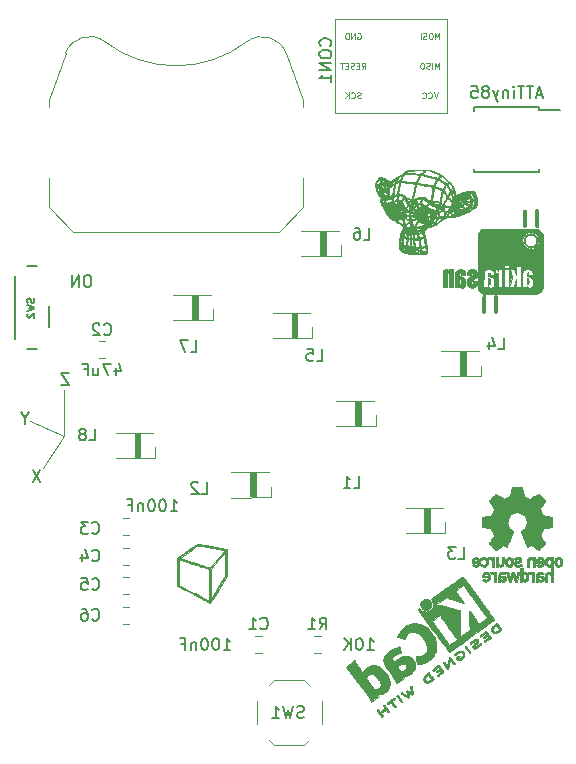
<source format=gbr>
G04 #@! TF.GenerationSoftware,KiCad,Pcbnew,5.1.7-a382d34a8~87~ubuntu20.04.1*
G04 #@! TF.CreationDate,2020-12-28T23:51:54+01:00*
G04 #@! TF.ProjectId,blender_badges,626c656e-6465-4725-9f62-61646765732e,rev?*
G04 #@! TF.SameCoordinates,Original*
G04 #@! TF.FileFunction,Legend,Bot*
G04 #@! TF.FilePolarity,Positive*
%FSLAX46Y46*%
G04 Gerber Fmt 4.6, Leading zero omitted, Abs format (unit mm)*
G04 Created by KiCad (PCBNEW 5.1.7-a382d34a8~87~ubuntu20.04.1) date 2020-12-28 23:51:54*
%MOMM*%
%LPD*%
G01*
G04 APERTURE LIST*
%ADD10C,0.200000*%
%ADD11C,0.100000*%
%ADD12C,0.010000*%
%ADD13C,0.120000*%
%ADD14C,0.050000*%
%ADD15C,0.150000*%
%ADD16C,0.203200*%
%ADD17C,0.125000*%
%ADD18C,0.127000*%
G04 APERTURE END LIST*
D10*
X93033333Y-66952380D02*
X92366666Y-67952380D01*
X92366666Y-66952380D02*
X93033333Y-67952380D01*
X91700000Y-62576190D02*
X91700000Y-63052380D01*
X92033333Y-62052380D02*
X91700000Y-62576190D01*
X91366666Y-62052380D01*
X95433333Y-58752380D02*
X94766666Y-58752380D01*
X95433333Y-59752380D01*
X94766666Y-59752380D01*
X135523809Y-35166666D02*
X135047619Y-35166666D01*
X135619047Y-35452380D02*
X135285714Y-34452380D01*
X134952380Y-35452380D01*
X134761904Y-34452380D02*
X134190476Y-34452380D01*
X134476190Y-35452380D02*
X134476190Y-34452380D01*
X134000000Y-34452380D02*
X133428571Y-34452380D01*
X133714285Y-35452380D02*
X133714285Y-34452380D01*
X133095238Y-35452380D02*
X133095238Y-34785714D01*
X133095238Y-34452380D02*
X133142857Y-34500000D01*
X133095238Y-34547619D01*
X133047619Y-34500000D01*
X133095238Y-34452380D01*
X133095238Y-34547619D01*
X132619047Y-34785714D02*
X132619047Y-35452380D01*
X132619047Y-34880952D02*
X132571428Y-34833333D01*
X132476190Y-34785714D01*
X132333333Y-34785714D01*
X132238095Y-34833333D01*
X132190476Y-34928571D01*
X132190476Y-35452380D01*
X131809523Y-34785714D02*
X131571428Y-35452380D01*
X131333333Y-34785714D02*
X131571428Y-35452380D01*
X131666666Y-35690476D01*
X131714285Y-35738095D01*
X131809523Y-35785714D01*
X130809523Y-34880952D02*
X130904761Y-34833333D01*
X130952380Y-34785714D01*
X131000000Y-34690476D01*
X131000000Y-34642857D01*
X130952380Y-34547619D01*
X130904761Y-34500000D01*
X130809523Y-34452380D01*
X130619047Y-34452380D01*
X130523809Y-34500000D01*
X130476190Y-34547619D01*
X130428571Y-34642857D01*
X130428571Y-34690476D01*
X130476190Y-34785714D01*
X130523809Y-34833333D01*
X130619047Y-34880952D01*
X130809523Y-34880952D01*
X130904761Y-34928571D01*
X130952380Y-34976190D01*
X131000000Y-35071428D01*
X131000000Y-35261904D01*
X130952380Y-35357142D01*
X130904761Y-35404761D01*
X130809523Y-35452380D01*
X130619047Y-35452380D01*
X130523809Y-35404761D01*
X130476190Y-35357142D01*
X130428571Y-35261904D01*
X130428571Y-35071428D01*
X130476190Y-34976190D01*
X130523809Y-34928571D01*
X130619047Y-34880952D01*
X129523809Y-34452380D02*
X130000000Y-34452380D01*
X130047619Y-34928571D01*
X130000000Y-34880952D01*
X129904761Y-34833333D01*
X129666666Y-34833333D01*
X129571428Y-34880952D01*
X129523809Y-34928571D01*
X129476190Y-35023809D01*
X129476190Y-35261904D01*
X129523809Y-35357142D01*
X129571428Y-35404761D01*
X129666666Y-35452380D01*
X129904761Y-35452380D01*
X130000000Y-35404761D01*
X130047619Y-35357142D01*
X97119047Y-50452380D02*
X96928571Y-50452380D01*
X96833333Y-50500000D01*
X96738095Y-50595238D01*
X96690476Y-50785714D01*
X96690476Y-51119047D01*
X96738095Y-51309523D01*
X96833333Y-51404761D01*
X96928571Y-51452380D01*
X97119047Y-51452380D01*
X97214285Y-51404761D01*
X97309523Y-51309523D01*
X97357142Y-51119047D01*
X97357142Y-50785714D01*
X97309523Y-50595238D01*
X97214285Y-50500000D01*
X97119047Y-50452380D01*
X96261904Y-51452380D02*
X96261904Y-50452380D01*
X95690476Y-51452380D01*
X95690476Y-50452380D01*
X99416666Y-58285714D02*
X99416666Y-58952380D01*
X99654761Y-57904761D02*
X99892857Y-58619047D01*
X99273809Y-58619047D01*
X98988095Y-57952380D02*
X98321428Y-57952380D01*
X98750000Y-58952380D01*
X97511904Y-58285714D02*
X97511904Y-58952380D01*
X97940476Y-58285714D02*
X97940476Y-58809523D01*
X97892857Y-58904761D01*
X97797619Y-58952380D01*
X97654761Y-58952380D01*
X97559523Y-58904761D01*
X97511904Y-58857142D01*
X96702380Y-58428571D02*
X97035714Y-58428571D01*
X97035714Y-58952380D02*
X97035714Y-57952380D01*
X96559523Y-57952380D01*
X120690476Y-82202380D02*
X121261904Y-82202380D01*
X120976190Y-82202380D02*
X120976190Y-81202380D01*
X121071428Y-81345238D01*
X121166666Y-81440476D01*
X121261904Y-81488095D01*
X120071428Y-81202380D02*
X119976190Y-81202380D01*
X119880952Y-81250000D01*
X119833333Y-81297619D01*
X119785714Y-81392857D01*
X119738095Y-81583333D01*
X119738095Y-81821428D01*
X119785714Y-82011904D01*
X119833333Y-82107142D01*
X119880952Y-82154761D01*
X119976190Y-82202380D01*
X120071428Y-82202380D01*
X120166666Y-82154761D01*
X120214285Y-82107142D01*
X120261904Y-82011904D01*
X120309523Y-81821428D01*
X120309523Y-81583333D01*
X120261904Y-81392857D01*
X120214285Y-81297619D01*
X120166666Y-81250000D01*
X120071428Y-81202380D01*
X119309523Y-82202380D02*
X119309523Y-81202380D01*
X118738095Y-82202380D02*
X119166666Y-81630952D01*
X118738095Y-81202380D02*
X119309523Y-81773809D01*
X108547619Y-82202380D02*
X109119047Y-82202380D01*
X108833333Y-82202380D02*
X108833333Y-81202380D01*
X108928571Y-81345238D01*
X109023809Y-81440476D01*
X109119047Y-81488095D01*
X107928571Y-81202380D02*
X107833333Y-81202380D01*
X107738095Y-81250000D01*
X107690476Y-81297619D01*
X107642857Y-81392857D01*
X107595238Y-81583333D01*
X107595238Y-81821428D01*
X107642857Y-82011904D01*
X107690476Y-82107142D01*
X107738095Y-82154761D01*
X107833333Y-82202380D01*
X107928571Y-82202380D01*
X108023809Y-82154761D01*
X108071428Y-82107142D01*
X108119047Y-82011904D01*
X108166666Y-81821428D01*
X108166666Y-81583333D01*
X108119047Y-81392857D01*
X108071428Y-81297619D01*
X108023809Y-81250000D01*
X107928571Y-81202380D01*
X106976190Y-81202380D02*
X106880952Y-81202380D01*
X106785714Y-81250000D01*
X106738095Y-81297619D01*
X106690476Y-81392857D01*
X106642857Y-81583333D01*
X106642857Y-81821428D01*
X106690476Y-82011904D01*
X106738095Y-82107142D01*
X106785714Y-82154761D01*
X106880952Y-82202380D01*
X106976190Y-82202380D01*
X107071428Y-82154761D01*
X107119047Y-82107142D01*
X107166666Y-82011904D01*
X107214285Y-81821428D01*
X107214285Y-81583333D01*
X107166666Y-81392857D01*
X107119047Y-81297619D01*
X107071428Y-81250000D01*
X106976190Y-81202380D01*
X106214285Y-81535714D02*
X106214285Y-82202380D01*
X106214285Y-81630952D02*
X106166666Y-81583333D01*
X106071428Y-81535714D01*
X105928571Y-81535714D01*
X105833333Y-81583333D01*
X105785714Y-81678571D01*
X105785714Y-82202380D01*
X104976190Y-81678571D02*
X105309523Y-81678571D01*
X105309523Y-82202380D02*
X105309523Y-81202380D01*
X104833333Y-81202380D01*
X104047619Y-70452380D02*
X104619047Y-70452380D01*
X104333333Y-70452380D02*
X104333333Y-69452380D01*
X104428571Y-69595238D01*
X104523809Y-69690476D01*
X104619047Y-69738095D01*
X103428571Y-69452380D02*
X103333333Y-69452380D01*
X103238095Y-69500000D01*
X103190476Y-69547619D01*
X103142857Y-69642857D01*
X103095238Y-69833333D01*
X103095238Y-70071428D01*
X103142857Y-70261904D01*
X103190476Y-70357142D01*
X103238095Y-70404761D01*
X103333333Y-70452380D01*
X103428571Y-70452380D01*
X103523809Y-70404761D01*
X103571428Y-70357142D01*
X103619047Y-70261904D01*
X103666666Y-70071428D01*
X103666666Y-69833333D01*
X103619047Y-69642857D01*
X103571428Y-69547619D01*
X103523809Y-69500000D01*
X103428571Y-69452380D01*
X102476190Y-69452380D02*
X102380952Y-69452380D01*
X102285714Y-69500000D01*
X102238095Y-69547619D01*
X102190476Y-69642857D01*
X102142857Y-69833333D01*
X102142857Y-70071428D01*
X102190476Y-70261904D01*
X102238095Y-70357142D01*
X102285714Y-70404761D01*
X102380952Y-70452380D01*
X102476190Y-70452380D01*
X102571428Y-70404761D01*
X102619047Y-70357142D01*
X102666666Y-70261904D01*
X102714285Y-70071428D01*
X102714285Y-69833333D01*
X102666666Y-69642857D01*
X102619047Y-69547619D01*
X102571428Y-69500000D01*
X102476190Y-69452380D01*
X101714285Y-69785714D02*
X101714285Y-70452380D01*
X101714285Y-69880952D02*
X101666666Y-69833333D01*
X101571428Y-69785714D01*
X101428571Y-69785714D01*
X101333333Y-69833333D01*
X101285714Y-69928571D01*
X101285714Y-70452380D01*
X100476190Y-69928571D02*
X100809523Y-69928571D01*
X100809523Y-70452380D02*
X100809523Y-69452380D01*
X100333333Y-69452380D01*
D11*
X95070000Y-64050000D02*
X93250000Y-66790000D01*
X95070000Y-64050000D02*
X92190000Y-62800000D01*
X95070000Y-60180000D02*
X95070000Y-64050000D01*
D12*
G36*
X125076820Y-41518600D02*
G01*
X124154145Y-41518600D01*
X124104748Y-41552143D01*
X124082063Y-41567444D01*
X124041284Y-41594845D01*
X123985426Y-41632324D01*
X123917506Y-41677858D01*
X123840540Y-41729423D01*
X123757546Y-41784997D01*
X123718800Y-41810932D01*
X123526533Y-41940675D01*
X123351617Y-42060905D01*
X123194898Y-42171016D01*
X123057220Y-42270403D01*
X122939428Y-42358461D01*
X122842369Y-42434586D01*
X122807261Y-42463463D01*
X122758487Y-42503715D01*
X122716498Y-42537282D01*
X122685177Y-42561140D01*
X122668410Y-42572261D01*
X122667011Y-42572700D01*
X122653341Y-42565017D01*
X122625911Y-42544660D01*
X122590092Y-42515664D01*
X122581601Y-42508511D01*
X122564974Y-42496042D01*
X122394088Y-42496042D01*
X122379422Y-42513647D01*
X122369939Y-42518870D01*
X122335803Y-42531495D01*
X122305909Y-42530130D01*
X122268089Y-42514161D01*
X122267195Y-42513702D01*
X122232379Y-42493808D01*
X122183197Y-42463129D01*
X122125173Y-42425390D01*
X122063831Y-42384315D01*
X122004696Y-42343627D01*
X121953291Y-42307050D01*
X121915140Y-42278309D01*
X121902700Y-42267987D01*
X121877335Y-42244759D01*
X121870084Y-42234656D01*
X121879628Y-42234452D01*
X121890000Y-42236979D01*
X121921037Y-42247458D01*
X121969508Y-42266525D01*
X122029943Y-42291786D01*
X122096875Y-42320848D01*
X122164832Y-42351317D01*
X122228348Y-42380798D01*
X122281951Y-42406899D01*
X122302737Y-42417621D01*
X122356537Y-42449220D01*
X122386723Y-42474963D01*
X122394088Y-42496042D01*
X122564974Y-42496042D01*
X122496615Y-42444780D01*
X122388644Y-42377934D01*
X122259736Y-42309153D01*
X122127934Y-42246765D01*
X122029038Y-42204089D01*
X121948923Y-42173718D01*
X121884611Y-42154853D01*
X121833123Y-42146697D01*
X121791479Y-42148451D01*
X121775157Y-42152262D01*
X121733595Y-42174435D01*
X121684683Y-42216510D01*
X121631122Y-42275063D01*
X121575615Y-42346670D01*
X121520866Y-42427907D01*
X121469577Y-42515352D01*
X121434782Y-42583420D01*
X121415499Y-42624639D01*
X121402486Y-42657220D01*
X121394538Y-42687917D01*
X121390445Y-42723479D01*
X121389002Y-42770659D01*
X121389001Y-42836209D01*
X121389014Y-42839400D01*
X121390709Y-42922086D01*
X121395875Y-42990422D01*
X121405804Y-43055361D01*
X121421790Y-43127859D01*
X121424242Y-43137850D01*
X121454850Y-43256970D01*
X121483335Y-43355603D01*
X121511832Y-43438300D01*
X121542478Y-43509616D01*
X121577407Y-43574103D01*
X121618756Y-43636312D01*
X121668661Y-43700798D01*
X121713063Y-43753480D01*
X121773066Y-43824051D01*
X121817369Y-43879072D01*
X121847831Y-43921346D01*
X121866308Y-43953679D01*
X121874660Y-43978874D01*
X121875035Y-43997900D01*
X121865058Y-44019556D01*
X121838716Y-44031329D01*
X121826069Y-44033758D01*
X121791517Y-44041220D01*
X121767180Y-44049737D01*
X121765744Y-44050554D01*
X121752744Y-44068267D01*
X121750226Y-44099840D01*
X121758597Y-44146490D01*
X121778264Y-44209433D01*
X121809636Y-44289887D01*
X121853120Y-44389069D01*
X121909122Y-44508196D01*
X121940634Y-44572950D01*
X121999757Y-44691278D01*
X122055879Y-44798692D01*
X122112063Y-44900427D01*
X122171372Y-45001719D01*
X122236867Y-45107804D01*
X122311611Y-45223916D01*
X122395171Y-45350069D01*
X122445944Y-45425752D01*
X122485437Y-45483525D01*
X122516453Y-45526620D01*
X122541793Y-45558265D01*
X122564260Y-45581692D01*
X122586656Y-45600131D01*
X122611781Y-45616811D01*
X122642142Y-45634791D01*
X122739022Y-45691615D01*
X122842079Y-45753004D01*
X122949139Y-45817588D01*
X123058029Y-45883995D01*
X123166575Y-45950853D01*
X123272604Y-46016792D01*
X123373942Y-46080439D01*
X123468416Y-46140425D01*
X123553852Y-46195377D01*
X123628076Y-46243924D01*
X123688916Y-46284695D01*
X123734197Y-46316319D01*
X123761747Y-46337423D01*
X123769600Y-46346123D01*
X123764168Y-46360814D01*
X123749142Y-46394115D01*
X123726427Y-46441988D01*
X123697929Y-46500396D01*
X123675755Y-46544995D01*
X123626325Y-46646839D01*
X123584611Y-46740851D01*
X123549354Y-46831476D01*
X123519289Y-46923157D01*
X123493155Y-47020338D01*
X123469689Y-47127464D01*
X123447629Y-47248979D01*
X123425712Y-47389328D01*
X123415223Y-47462200D01*
X123393496Y-47625210D01*
X123377906Y-47765818D01*
X123368812Y-47886356D01*
X123366573Y-47989154D01*
X123371546Y-48076543D01*
X123384089Y-48150857D01*
X123404561Y-48214425D01*
X123433320Y-48269579D01*
X123470724Y-48318651D01*
X123517131Y-48363972D01*
X123558918Y-48397549D01*
X123697466Y-48486430D01*
X123855545Y-48559624D01*
X124032553Y-48616932D01*
X124227887Y-48658154D01*
X124410950Y-48680663D01*
X124450705Y-48683039D01*
X124510248Y-48685181D01*
X124586378Y-48687075D01*
X124675895Y-48688710D01*
X124775598Y-48690071D01*
X124882287Y-48691146D01*
X124992761Y-48691923D01*
X125103818Y-48692388D01*
X125212260Y-48692528D01*
X125314885Y-48692331D01*
X125408492Y-48691784D01*
X125489881Y-48690873D01*
X125555851Y-48689587D01*
X125603201Y-48687912D01*
X125628732Y-48685835D01*
X125630150Y-48685564D01*
X125679547Y-48671044D01*
X125714460Y-48649308D01*
X125742631Y-48614005D01*
X125763221Y-48576346D01*
X125769350Y-48563030D01*
X125657074Y-48563030D01*
X125642559Y-48584627D01*
X125616263Y-48600591D01*
X125582117Y-48610801D01*
X125528909Y-48619207D01*
X125492339Y-48624323D01*
X125464011Y-48627151D01*
X125435528Y-48628695D01*
X125430952Y-48628870D01*
X125389956Y-48626742D01*
X125354303Y-48619226D01*
X125352664Y-48618627D01*
X125321380Y-48595676D01*
X125311097Y-48562076D01*
X125323520Y-48523696D01*
X125324590Y-48522028D01*
X125354456Y-48496256D01*
X125392062Y-48491063D01*
X125430351Y-48506386D01*
X125448810Y-48523150D01*
X125465642Y-48540271D01*
X125483274Y-48549033D01*
X125509390Y-48551070D01*
X125551671Y-48548015D01*
X125561363Y-48547073D01*
X125616934Y-48544348D01*
X125648712Y-48549608D01*
X125657074Y-48563030D01*
X125769350Y-48563030D01*
X125776539Y-48547413D01*
X125787403Y-48517453D01*
X125795626Y-48484768D01*
X125801024Y-48447664D01*
X125801775Y-48434055D01*
X125676560Y-48434055D01*
X125675908Y-48450194D01*
X125662223Y-48457217D01*
X125630150Y-48458369D01*
X125594261Y-48456434D01*
X125542391Y-48451946D01*
X125483732Y-48445736D01*
X125461851Y-48443133D01*
X125381318Y-48435831D01*
X125315557Y-48436304D01*
X125266619Y-48442370D01*
X125188887Y-48456062D01*
X125196778Y-48523200D01*
X125202771Y-48565529D01*
X125209373Y-48599582D01*
X125212731Y-48611348D01*
X125215785Y-48623633D01*
X125207990Y-48625391D01*
X125186602Y-48617528D01*
X124957109Y-48617528D01*
X124956668Y-48618519D01*
X124937038Y-48629180D01*
X124905878Y-48628381D01*
X124873950Y-48616838D01*
X124867423Y-48612588D01*
X124852039Y-48595628D01*
X124852214Y-48585153D01*
X124868533Y-48582073D01*
X124895991Y-48586584D01*
X124925779Y-48595873D01*
X124949088Y-48607125D01*
X124957109Y-48617528D01*
X125186602Y-48617528D01*
X125184104Y-48616610D01*
X125171472Y-48611259D01*
X125135207Y-48595995D01*
X125085499Y-48575390D01*
X125032453Y-48553628D01*
X125026900Y-48551365D01*
X124970486Y-48531136D01*
X124912142Y-48514598D01*
X124863999Y-48505165D01*
X124861800Y-48504910D01*
X124791950Y-48497250D01*
X124787909Y-48440476D01*
X124789015Y-48389560D01*
X124789058Y-48389300D01*
X124371483Y-48389300D01*
X124329276Y-48432846D01*
X124287069Y-48476393D01*
X124240368Y-48416971D01*
X124213465Y-48382140D01*
X124192460Y-48353862D01*
X124183950Y-48341458D01*
X124187143Y-48338101D01*
X124206149Y-48347574D01*
X124221339Y-48357333D01*
X124282006Y-48384768D01*
X124319964Y-48389300D01*
X124371483Y-48389300D01*
X124789058Y-48389300D01*
X124797491Y-48338500D01*
X124595100Y-48338500D01*
X124584255Y-48348129D01*
X124564100Y-48351200D01*
X124537209Y-48346517D01*
X124525250Y-48338500D01*
X124530213Y-48329505D01*
X124554922Y-48325806D01*
X124556251Y-48325800D01*
X124583324Y-48329413D01*
X124595085Y-48338142D01*
X124595100Y-48338500D01*
X124797491Y-48338500D01*
X124797690Y-48337302D01*
X124806851Y-48308163D01*
X123963284Y-48308163D01*
X123946833Y-48344485D01*
X123913753Y-48365822D01*
X123906438Y-48367596D01*
X123857712Y-48373715D01*
X123811208Y-48374277D01*
X123777846Y-48369190D01*
X123776448Y-48368683D01*
X123755662Y-48350428D01*
X123733180Y-48314954D01*
X123713031Y-48269785D01*
X123699932Y-48225740D01*
X123690664Y-48182831D01*
X123761882Y-48191729D01*
X123802257Y-48196043D01*
X123823560Y-48195025D01*
X123831823Y-48187201D01*
X123833100Y-48174313D01*
X123839999Y-48152741D01*
X123857884Y-48148592D01*
X123882545Y-48158942D01*
X123909769Y-48180865D01*
X123935343Y-48211435D01*
X123955055Y-48247727D01*
X123960179Y-48262572D01*
X123963284Y-48308163D01*
X124806851Y-48308163D01*
X124811848Y-48292269D01*
X124827481Y-48266224D01*
X124086906Y-48266224D01*
X124084205Y-48296819D01*
X124076679Y-48307551D01*
X124074400Y-48306750D01*
X124063350Y-48288625D01*
X124061895Y-48277425D01*
X124068852Y-48247754D01*
X124074400Y-48236900D01*
X124082491Y-48230597D01*
X124086286Y-48245903D01*
X124086906Y-48266224D01*
X124827481Y-48266224D01*
X124829402Y-48263024D01*
X124831633Y-48260986D01*
X124845748Y-48253746D01*
X124849100Y-48266170D01*
X124860178Y-48289896D01*
X124890182Y-48319027D01*
X124934270Y-48350014D01*
X124987600Y-48379305D01*
X125026932Y-48396546D01*
X125095085Y-48417792D01*
X125154528Y-48425697D01*
X125201242Y-48420279D01*
X125231210Y-48401554D01*
X125235157Y-48395650D01*
X125247432Y-48373529D01*
X125252248Y-48365036D01*
X125262583Y-48368503D01*
X125280311Y-48382416D01*
X125292340Y-48392383D01*
X125299276Y-48392777D01*
X125301932Y-48379645D01*
X125301120Y-48349034D01*
X125297712Y-48297821D01*
X125294259Y-48248879D01*
X125242800Y-48248879D01*
X125235593Y-48286188D01*
X125217593Y-48321347D01*
X125194232Y-48345594D01*
X125179300Y-48351315D01*
X125166298Y-48346019D01*
X125135031Y-48331142D01*
X125089789Y-48308783D01*
X125034862Y-48281040D01*
X125017436Y-48272134D01*
X124960918Y-48242426D01*
X124913568Y-48216109D01*
X124879504Y-48195583D01*
X124862847Y-48183248D01*
X124861861Y-48181520D01*
X124873458Y-48176948D01*
X124904272Y-48174593D01*
X124948236Y-48174204D01*
X124999288Y-48175530D01*
X125051363Y-48178323D01*
X125098397Y-48182333D01*
X125134324Y-48187309D01*
X125153082Y-48193001D01*
X125153728Y-48193547D01*
X125164150Y-48213603D01*
X125174439Y-48248109D01*
X125177631Y-48263210D01*
X125184319Y-48296206D01*
X125189084Y-48306621D01*
X125194190Y-48296923D01*
X125197651Y-48285045D01*
X125210985Y-48254010D01*
X125224997Y-48235865D01*
X125238574Y-48229109D01*
X125242723Y-48243666D01*
X125242800Y-48248879D01*
X125294259Y-48248879D01*
X125290148Y-48190632D01*
X125337858Y-48167992D01*
X125373600Y-48152625D01*
X125419944Y-48134873D01*
X125470967Y-48116717D01*
X125312650Y-48116717D01*
X125268200Y-48145011D01*
X125232634Y-48165950D01*
X125213056Y-48172043D01*
X125205370Y-48163991D01*
X125204700Y-48155905D01*
X125206256Y-48152302D01*
X124591550Y-48152302D01*
X124575184Y-48166815D01*
X124540188Y-48180343D01*
X124493319Y-48191059D01*
X124441332Y-48197133D01*
X124423284Y-48197823D01*
X124360431Y-48191087D01*
X124287729Y-48167997D01*
X124270884Y-48161043D01*
X124218534Y-48141753D01*
X124167750Y-48128088D01*
X124129931Y-48122943D01*
X124086238Y-48116414D01*
X124058622Y-48099415D01*
X124051013Y-48074840D01*
X124053191Y-48066498D01*
X124061312Y-48058312D01*
X124080816Y-48053110D01*
X124115726Y-48050459D01*
X124170062Y-48049927D01*
X124203836Y-48050291D01*
X124272827Y-48050426D01*
X124322163Y-48048044D01*
X124357514Y-48042541D01*
X124384554Y-48033313D01*
X124390677Y-48030354D01*
X124396779Y-48027350D01*
X124290300Y-48027350D01*
X124283950Y-48033700D01*
X124280292Y-48030042D01*
X123908055Y-48030042D01*
X123889636Y-48051768D01*
X123848310Y-48075496D01*
X123814050Y-48089417D01*
X123758799Y-48105463D01*
X123719308Y-48106520D01*
X123716389Y-48105091D01*
X123565788Y-48105091D01*
X123561150Y-48125888D01*
X123550925Y-48133253D01*
X123544272Y-48132900D01*
X123523655Y-48119297D01*
X123504087Y-48092211D01*
X123503319Y-48090694D01*
X123495844Y-48065003D01*
X123489317Y-48023297D01*
X123483987Y-47971075D01*
X123480108Y-47913836D01*
X123477929Y-47857078D01*
X123477703Y-47806300D01*
X123479682Y-47767000D01*
X123484116Y-47744677D01*
X123487354Y-47741600D01*
X123501045Y-47751840D01*
X123514708Y-47783407D01*
X123528731Y-47837565D01*
X123543506Y-47915581D01*
X123546506Y-47933673D01*
X123558435Y-48011827D01*
X123564873Y-48068019D01*
X123565788Y-48105091D01*
X123716389Y-48105091D01*
X123690825Y-48092579D01*
X123687227Y-48089212D01*
X123673638Y-48065706D01*
X123673620Y-48050073D01*
X123680214Y-48021051D01*
X123680700Y-48013034D01*
X123691222Y-47986776D01*
X123716952Y-47959577D01*
X123749135Y-47938923D01*
X123775373Y-47932100D01*
X123801804Y-47936784D01*
X123804677Y-47950092D01*
X123783894Y-47970908D01*
X123779125Y-47974334D01*
X123764709Y-47985477D01*
X123764732Y-47991513D01*
X123782814Y-47994107D01*
X123822578Y-47994921D01*
X123823974Y-47994933D01*
X123875414Y-47999819D01*
X123903377Y-48012124D01*
X123908055Y-48030042D01*
X124280292Y-48030042D01*
X124277600Y-48027350D01*
X124283950Y-48021000D01*
X124290300Y-48027350D01*
X124396779Y-48027350D01*
X124423445Y-48014224D01*
X124437921Y-48010023D01*
X124438247Y-48017769D01*
X124432163Y-48030525D01*
X124424833Y-48053768D01*
X124432384Y-48072243D01*
X124457997Y-48089053D01*
X124504851Y-48107299D01*
X124513995Y-48110380D01*
X124556022Y-48126542D01*
X124583536Y-48141523D01*
X124591550Y-48152302D01*
X125206256Y-48152302D01*
X125215849Y-48130097D01*
X125229492Y-48122600D01*
X125020550Y-48122600D01*
X125013594Y-48129835D01*
X124983764Y-48134178D01*
X124945100Y-48135300D01*
X124901667Y-48133520D01*
X124871898Y-48128798D01*
X124861800Y-48122600D01*
X124873356Y-48115819D01*
X124903489Y-48111228D01*
X124937251Y-48109900D01*
X124978848Y-48111884D01*
X125009406Y-48117027D01*
X125020550Y-48122600D01*
X125229492Y-48122600D01*
X125244382Y-48114418D01*
X125276958Y-48112390D01*
X125312650Y-48116717D01*
X125470967Y-48116717D01*
X125471116Y-48116664D01*
X125521342Y-48099926D01*
X125564848Y-48086587D01*
X125595859Y-48078574D01*
X125608471Y-48077636D01*
X125613097Y-48092761D01*
X125621672Y-48132846D01*
X125634201Y-48197921D01*
X125650689Y-48288016D01*
X125671143Y-48403162D01*
X125676560Y-48434055D01*
X125801775Y-48434055D01*
X125803411Y-48404444D01*
X125802603Y-48353412D01*
X125798413Y-48292871D01*
X125790657Y-48221127D01*
X125779149Y-48136483D01*
X125769353Y-48073535D01*
X125189454Y-48073535D01*
X125178854Y-48098034D01*
X125164534Y-48118388D01*
X125148942Y-48118878D01*
X125124916Y-48100375D01*
X125110495Y-48090838D01*
X125089074Y-48084345D01*
X125056007Y-48080316D01*
X125006649Y-48078175D01*
X124939766Y-48077360D01*
X124877439Y-48076878D01*
X124823748Y-48076137D01*
X124784128Y-48075234D01*
X124764012Y-48074267D01*
X124763375Y-48074185D01*
X124752736Y-48059981D01*
X124747784Y-48022260D01*
X124747449Y-48005125D01*
X124744247Y-47947086D01*
X124735345Y-47870670D01*
X124726341Y-47812171D01*
X124668996Y-47812171D01*
X124667019Y-47846053D01*
X124662129Y-47891820D01*
X124655247Y-47942938D01*
X124647292Y-47992873D01*
X124639183Y-48035094D01*
X124631841Y-48063065D01*
X124628718Y-48069700D01*
X124609324Y-48077775D01*
X124575434Y-48079657D01*
X124536985Y-48076082D01*
X124503919Y-48067783D01*
X124489108Y-48059377D01*
X124493133Y-48051148D01*
X124516160Y-48043004D01*
X124527467Y-48040748D01*
X124570907Y-48031632D01*
X124590172Y-48022559D01*
X124584984Y-48012841D01*
X124555063Y-48001792D01*
X124506906Y-47990174D01*
X124429108Y-47973365D01*
X124304809Y-47973365D01*
X124262630Y-47965875D01*
X124224982Y-47960166D01*
X124176383Y-47954019D01*
X124150600Y-47951177D01*
X124080750Y-47943969D01*
X124163300Y-47975912D01*
X124206441Y-47992694D01*
X124240595Y-48006143D01*
X124258454Y-48013382D01*
X124258550Y-48013424D01*
X124262869Y-48018386D01*
X124247970Y-48019574D01*
X124219702Y-48017327D01*
X124183913Y-48011985D01*
X124163300Y-48007886D01*
X124109337Y-47996265D01*
X124075586Y-47987582D01*
X124057739Y-47978153D01*
X124051486Y-47964291D01*
X124052521Y-47942313D01*
X124055756Y-47915904D01*
X124060916Y-47877847D01*
X124069644Y-47822082D01*
X124080759Y-47755850D01*
X124093079Y-47686395D01*
X124094171Y-47680429D01*
X124105802Y-47613839D01*
X124115447Y-47552534D01*
X124116816Y-47542430D01*
X124048392Y-47542430D01*
X124046153Y-47567204D01*
X124034372Y-47572674D01*
X124021622Y-47569521D01*
X124009174Y-47566434D01*
X124001612Y-47569661D01*
X123998239Y-47583539D01*
X123998357Y-47612403D01*
X124001268Y-47660590D01*
X124002993Y-47685315D01*
X124011744Y-47809799D01*
X123985922Y-47786431D01*
X123968511Y-47772161D01*
X123961431Y-47775470D01*
X123959959Y-47799971D01*
X123959927Y-47806306D01*
X123957009Y-47856858D01*
X123946281Y-47888785D01*
X123924057Y-47904179D01*
X123886649Y-47905128D01*
X123830372Y-47893723D01*
X123813465Y-47889331D01*
X123757236Y-47872759D01*
X123721606Y-47856937D01*
X123702128Y-47838377D01*
X123694358Y-47813589D01*
X123693463Y-47795128D01*
X123695636Y-47754995D01*
X123701528Y-47698151D01*
X123710317Y-47629719D01*
X123721183Y-47554824D01*
X123733303Y-47478591D01*
X123745858Y-47406145D01*
X123758025Y-47342611D01*
X123768984Y-47293112D01*
X123777913Y-47262773D01*
X123779261Y-47259701D01*
X123785666Y-47250224D01*
X123629639Y-47250224D01*
X123628605Y-47348270D01*
X123625951Y-47445497D01*
X123621924Y-47538466D01*
X123616770Y-47623735D01*
X123610736Y-47697864D01*
X123604068Y-47757414D01*
X123597014Y-47798943D01*
X123589820Y-47819011D01*
X123588781Y-47819934D01*
X123564989Y-47829678D01*
X123555531Y-47818692D01*
X123557359Y-47795870D01*
X123555034Y-47756113D01*
X123538056Y-47710428D01*
X123526375Y-47684644D01*
X123519471Y-47658897D01*
X123516726Y-47626650D01*
X123517522Y-47581365D01*
X123520633Y-47525982D01*
X123526746Y-47453936D01*
X123535992Y-47374688D01*
X123547421Y-47294199D01*
X123560078Y-47218428D01*
X123573009Y-47153338D01*
X123585263Y-47104889D01*
X123590358Y-47089960D01*
X123603644Y-47063979D01*
X123614064Y-47061092D01*
X123621733Y-47081778D01*
X123626768Y-47126512D01*
X123629288Y-47195773D01*
X123629639Y-47250224D01*
X123785666Y-47250224D01*
X123800330Y-47228531D01*
X123823289Y-47211724D01*
X123826750Y-47210907D01*
X123844078Y-47209502D01*
X123837883Y-47216014D01*
X123829925Y-47221063D01*
X123811580Y-47239953D01*
X123807700Y-47252014D01*
X123819100Y-47264678D01*
X123848254Y-47277345D01*
X123887599Y-47287997D01*
X123929570Y-47294615D01*
X123966603Y-47295181D01*
X123968661Y-47294960D01*
X123986099Y-47293890D01*
X123997912Y-47298766D01*
X124006703Y-47314281D01*
X124015074Y-47345131D01*
X124025628Y-47396009D01*
X124026167Y-47398700D01*
X124036246Y-47452779D01*
X124043981Y-47501368D01*
X124048071Y-47536046D01*
X124048392Y-47542430D01*
X124116816Y-47542430D01*
X124122196Y-47502741D01*
X124125143Y-47470687D01*
X124125200Y-47467704D01*
X124135735Y-47422393D01*
X124163210Y-47390018D01*
X124201430Y-47373803D01*
X124244201Y-47376970D01*
X124271998Y-47391307D01*
X124280062Y-47398760D01*
X124286241Y-47410010D01*
X124290852Y-47428362D01*
X124294210Y-47457119D01*
X124296633Y-47499586D01*
X124298436Y-47559068D01*
X124299937Y-47638867D01*
X124300730Y-47691340D01*
X124304809Y-47973365D01*
X124429108Y-47973365D01*
X124404600Y-47968070D01*
X124405332Y-47750060D01*
X124406409Y-47644010D01*
X124409296Y-47561029D01*
X124414665Y-47498812D01*
X124423194Y-47455052D01*
X124435555Y-47427445D01*
X124452424Y-47413684D01*
X124474475Y-47411465D01*
X124502355Y-47418471D01*
X124530766Y-47436201D01*
X124541571Y-47467797D01*
X124541672Y-47468783D01*
X124547729Y-47511819D01*
X124555715Y-47530720D01*
X124566721Y-47526737D01*
X124577435Y-47509825D01*
X124591530Y-47485514D01*
X124600120Y-47474916D01*
X124600262Y-47474900D01*
X124601533Y-47486617D01*
X124601243Y-47517951D01*
X124599494Y-47563171D01*
X124598286Y-47586025D01*
X124596924Y-47649188D01*
X124599612Y-47708462D01*
X124605575Y-47760557D01*
X124614040Y-47802182D01*
X124624234Y-47830048D01*
X124635383Y-47840865D01*
X124646713Y-47831343D01*
X124652554Y-47816842D01*
X124661444Y-47798594D01*
X124667142Y-47796707D01*
X124668996Y-47812171D01*
X124726341Y-47812171D01*
X124721698Y-47782015D01*
X124704259Y-47687257D01*
X124702139Y-47677350D01*
X124645900Y-47677350D01*
X124642287Y-47704423D01*
X124633558Y-47716184D01*
X124633200Y-47716200D01*
X124623571Y-47705354D01*
X124620500Y-47685199D01*
X124625183Y-47658308D01*
X124633200Y-47646350D01*
X124642195Y-47651312D01*
X124645894Y-47676021D01*
X124645900Y-47677350D01*
X124702139Y-47677350D01*
X124683981Y-47592533D01*
X124682110Y-47584477D01*
X124669923Y-47529407D01*
X124664227Y-47493943D01*
X124664666Y-47473231D01*
X124670886Y-47462418D01*
X124673054Y-47460847D01*
X124692559Y-47456525D01*
X124731207Y-47453519D01*
X124782779Y-47451832D01*
X124841050Y-47451469D01*
X124899801Y-47452433D01*
X124952809Y-47454727D01*
X124993851Y-47458356D01*
X125007850Y-47460652D01*
X125045950Y-47468799D01*
X125047160Y-47582974D01*
X125055045Y-47692613D01*
X125077059Y-47814874D01*
X125083670Y-47843200D01*
X125105225Y-47927486D01*
X125123836Y-47988739D01*
X125140388Y-48029033D01*
X125155770Y-48050443D01*
X125170867Y-48055044D01*
X125173809Y-48054177D01*
X125189389Y-48054994D01*
X125189454Y-48073535D01*
X125769353Y-48073535D01*
X125763705Y-48037243D01*
X125744138Y-47921710D01*
X125741899Y-47909187D01*
X125573000Y-47909187D01*
X125568034Y-47946852D01*
X125551032Y-47968146D01*
X125546915Y-47970566D01*
X125524958Y-47980432D01*
X125487187Y-47995669D01*
X125439864Y-48013938D01*
X125389251Y-48032904D01*
X125341612Y-48050229D01*
X125303208Y-48063576D01*
X125280303Y-48070609D01*
X125277411Y-48071136D01*
X125266318Y-48061164D01*
X125253888Y-48036875D01*
X125239467Y-47993535D01*
X125222345Y-47932100D01*
X125166600Y-47932100D01*
X125163957Y-47964664D01*
X125156796Y-47977282D01*
X125153900Y-47976550D01*
X125144677Y-47959344D01*
X125141200Y-47932100D01*
X125145192Y-47903051D01*
X125153900Y-47887650D01*
X125162205Y-47893404D01*
X125166344Y-47920334D01*
X125166600Y-47932100D01*
X125222345Y-47932100D01*
X125222194Y-47931560D01*
X125203570Y-47857340D01*
X125185509Y-47779064D01*
X125127641Y-47779064D01*
X125126287Y-47806846D01*
X125119657Y-47812640D01*
X125113675Y-47808054D01*
X125105280Y-47788415D01*
X125112815Y-47764239D01*
X125122136Y-47747039D01*
X125126229Y-47750072D01*
X125127575Y-47775817D01*
X125127641Y-47779064D01*
X125185509Y-47779064D01*
X125185093Y-47777263D01*
X125168266Y-47697720D01*
X125154587Y-47625098D01*
X125152376Y-47611454D01*
X125095296Y-47611454D01*
X125094424Y-47638577D01*
X125088727Y-47659988D01*
X125082569Y-47665400D01*
X125079529Y-47654168D01*
X125078096Y-47626322D01*
X125078087Y-47617775D01*
X125079872Y-47589104D01*
X125085171Y-47583612D01*
X125090177Y-47590158D01*
X125095296Y-47611454D01*
X125152376Y-47611454D01*
X125148739Y-47589013D01*
X125138535Y-47526393D01*
X125128788Y-47483163D01*
X125117598Y-47453422D01*
X125103070Y-47431271D01*
X125095177Y-47422457D01*
X125077734Y-47401638D01*
X125024228Y-47401638D01*
X125018688Y-47407504D01*
X125001500Y-47412724D01*
X124980995Y-47417976D01*
X124961356Y-47421068D01*
X124937342Y-47421961D01*
X124903715Y-47420615D01*
X124855235Y-47416991D01*
X124787320Y-47411107D01*
X124727632Y-47404866D01*
X124676029Y-47397700D01*
X124638547Y-47390558D01*
X124622220Y-47385165D01*
X124626286Y-47380964D01*
X124650900Y-47378192D01*
X124691253Y-47376746D01*
X124742539Y-47376523D01*
X124799950Y-47377419D01*
X124858681Y-47379331D01*
X124913923Y-47382156D01*
X124960869Y-47385790D01*
X124994713Y-47390130D01*
X125007850Y-47393456D01*
X125024228Y-47401638D01*
X125077734Y-47401638D01*
X125073977Y-47397155D01*
X125070012Y-47380075D01*
X125077319Y-47367409D01*
X125100846Y-47353525D01*
X124488222Y-47353525D01*
X124470882Y-47364244D01*
X124452618Y-47373963D01*
X124418516Y-47396746D01*
X124393286Y-47421908D01*
X124389745Y-47427377D01*
X124382970Y-47452482D01*
X124376939Y-47500271D01*
X124371903Y-47568033D01*
X124368113Y-47653056D01*
X124367720Y-47665400D01*
X124361333Y-47874950D01*
X124350044Y-47741600D01*
X124345965Y-47672807D01*
X124344553Y-47600950D01*
X124345933Y-47537490D01*
X124347574Y-47513901D01*
X124353796Y-47461743D01*
X124362391Y-47427067D01*
X124376077Y-47401956D01*
X124392220Y-47383726D01*
X124432657Y-47355243D01*
X124463949Y-47348461D01*
X124485408Y-47349397D01*
X124488222Y-47353525D01*
X125100846Y-47353525D01*
X125100938Y-47353471D01*
X125133231Y-47347963D01*
X125172950Y-47348026D01*
X125134850Y-47379256D01*
X125112843Y-47398946D01*
X125104308Y-47410064D01*
X125105240Y-47410943D01*
X125120078Y-47407549D01*
X125153916Y-47397992D01*
X125201543Y-47383787D01*
X125251290Y-47368467D01*
X125328549Y-47344432D01*
X125385056Y-47327642D01*
X125424351Y-47317916D01*
X125449970Y-47315072D01*
X125465453Y-47318928D01*
X125474338Y-47329303D01*
X125480163Y-47346016D01*
X125483002Y-47356573D01*
X125491213Y-47392374D01*
X125501795Y-47446201D01*
X125513919Y-47512958D01*
X125526755Y-47587551D01*
X125539473Y-47664882D01*
X125551243Y-47739857D01*
X125561235Y-47807380D01*
X125568620Y-47862355D01*
X125572567Y-47899686D01*
X125573000Y-47909187D01*
X125741899Y-47909187D01*
X125720263Y-47788190D01*
X125691896Y-47634985D01*
X125658850Y-47460400D01*
X125628924Y-47304355D01*
X125026900Y-47304355D01*
X125015277Y-47317806D01*
X124980102Y-47328653D01*
X124920918Y-47336966D01*
X124837265Y-47342815D01*
X124752444Y-47345765D01*
X124662138Y-47347900D01*
X124659088Y-47322500D01*
X124245850Y-47322500D01*
X124240888Y-47331494D01*
X124216179Y-47335193D01*
X124214850Y-47335200D01*
X124187777Y-47331586D01*
X124176016Y-47322857D01*
X124176000Y-47322500D01*
X124186846Y-47312870D01*
X124207001Y-47309800D01*
X124233892Y-47314482D01*
X124245850Y-47322500D01*
X124659088Y-47322500D01*
X124654130Y-47281225D01*
X124650267Y-47236676D01*
X124647694Y-47182023D01*
X124646410Y-47123145D01*
X124646410Y-47089249D01*
X124605927Y-47089249D01*
X124605078Y-47151956D01*
X124601450Y-47290750D01*
X124581576Y-47151050D01*
X124561701Y-47011350D01*
X124551853Y-47158885D01*
X124542006Y-47306421D01*
X124489178Y-47302114D01*
X124453653Y-47299738D01*
X124401148Y-47296855D01*
X124340067Y-47293909D01*
X124303000Y-47292303D01*
X124245711Y-47289309D01*
X124196793Y-47285594D01*
X124162536Y-47281701D01*
X124150600Y-47279141D01*
X124141979Y-47271556D01*
X124137030Y-47254312D01*
X124135338Y-47222906D01*
X124136489Y-47172830D01*
X124137080Y-47159664D01*
X124087100Y-47159664D01*
X124086140Y-47196426D01*
X124080641Y-47219797D01*
X124066676Y-47230864D01*
X124040317Y-47230712D01*
X123997637Y-47220426D01*
X123935874Y-47201461D01*
X123866315Y-47176531D01*
X123820826Y-47153067D01*
X123798173Y-47130336D01*
X123795000Y-47117933D01*
X123798781Y-47089032D01*
X123808675Y-47046241D01*
X123822507Y-46996664D01*
X123838103Y-46947406D01*
X123853289Y-46905571D01*
X123865891Y-46878265D01*
X123870046Y-46872694D01*
X123890205Y-46860808D01*
X123917109Y-46861154D01*
X123939532Y-46866501D01*
X123978386Y-46885969D01*
X124004491Y-46921002D01*
X124019133Y-46974358D01*
X124023600Y-47046925D01*
X124025030Y-47099024D01*
X124030218Y-47128410D01*
X124040512Y-47137656D01*
X124057261Y-47129335D01*
X124063845Y-47123709D01*
X124078075Y-47112564D01*
X124084867Y-47116091D01*
X124086960Y-47138522D01*
X124087100Y-47159664D01*
X124137080Y-47159664D01*
X124137900Y-47141417D01*
X124144250Y-47011350D01*
X124197529Y-47007478D01*
X124246403Y-47010589D01*
X124278942Y-47029872D01*
X124297188Y-47067672D01*
X124303182Y-47126334D01*
X124303195Y-47128825D01*
X124305261Y-47183390D01*
X124310598Y-47212855D01*
X124318445Y-47217198D01*
X124328045Y-47196396D01*
X124338638Y-47150428D01*
X124342187Y-47129953D01*
X124359430Y-47024050D01*
X124373888Y-47144700D01*
X124380032Y-47190584D01*
X124385256Y-47219612D01*
X124388902Y-47228713D01*
X124390194Y-47220900D01*
X124402638Y-47137562D01*
X124431550Y-47069748D01*
X124475575Y-47019709D01*
X124528651Y-46991177D01*
X124559996Y-46983449D01*
X124581961Y-46986375D01*
X124595983Y-47002972D01*
X124603493Y-47036258D01*
X124605927Y-47089249D01*
X124646410Y-47089249D01*
X124646410Y-47065920D01*
X124647694Y-47016227D01*
X124650259Y-46979943D01*
X124654102Y-46962947D01*
X124654257Y-46962776D01*
X124669597Y-46962267D01*
X124678780Y-46967837D01*
X124703225Y-46977920D01*
X124744382Y-46985682D01*
X124793605Y-46990276D01*
X124842247Y-46990857D01*
X124877968Y-46987328D01*
X124917553Y-46974130D01*
X124950952Y-46953982D01*
X124951011Y-46953930D01*
X124977683Y-46936084D01*
X125001154Y-46928532D01*
X125013681Y-46933412D01*
X125014200Y-46936497D01*
X125005255Y-46948876D01*
X124983611Y-46968251D01*
X124982450Y-46969168D01*
X124957930Y-46999072D01*
X124950700Y-47025721D01*
X124946324Y-47047817D01*
X124936020Y-47048226D01*
X124927944Y-47050045D01*
X124925775Y-47071228D01*
X124928507Y-47108601D01*
X124939523Y-47173363D01*
X124957011Y-47226936D01*
X124978916Y-47264463D01*
X125001331Y-47280675D01*
X125022057Y-47293167D01*
X125026900Y-47304355D01*
X125628924Y-47304355D01*
X125620942Y-47262738D01*
X125618113Y-47248054D01*
X125612460Y-47218713D01*
X125511943Y-47218713D01*
X125482147Y-47237534D01*
X125447632Y-47255838D01*
X125417431Y-47266056D01*
X125398410Y-47266303D01*
X125395200Y-47261404D01*
X125404575Y-47245993D01*
X125423775Y-47229465D01*
X125452350Y-47209532D01*
X125414250Y-47209034D01*
X125386048Y-47213070D01*
X125341452Y-47224324D01*
X125287751Y-47240826D01*
X125255500Y-47251954D01*
X125201696Y-47270219D01*
X125154661Y-47284194D01*
X125120875Y-47292055D01*
X125109450Y-47293060D01*
X125094602Y-47286712D01*
X125081513Y-47267619D01*
X125067719Y-47231194D01*
X125057051Y-47195500D01*
X125048573Y-47163892D01*
X124995916Y-47163892D01*
X124993279Y-47176748D01*
X124985061Y-47191149D01*
X124975836Y-47181821D01*
X124974188Y-47178931D01*
X124968985Y-47150907D01*
X124971622Y-47138051D01*
X124979840Y-47123650D01*
X124989065Y-47132978D01*
X124990713Y-47135868D01*
X124995916Y-47163892D01*
X125048573Y-47163892D01*
X125042571Y-47141516D01*
X125030052Y-47089730D01*
X125022094Y-47050924D01*
X125021851Y-47049450D01*
X125013651Y-46998650D01*
X125167564Y-46935150D01*
X125225728Y-46911182D01*
X125275446Y-46890748D01*
X125311987Y-46875790D01*
X125330618Y-46868247D01*
X125331689Y-46867833D01*
X125340312Y-46877011D01*
X125353548Y-46904760D01*
X125368700Y-46945322D01*
X125370389Y-46950383D01*
X125404842Y-47046799D01*
X125437285Y-47121409D01*
X125467119Y-47172931D01*
X125483761Y-47192458D01*
X125511943Y-47218713D01*
X125612460Y-47218713D01*
X125537997Y-46832288D01*
X125252831Y-46832288D01*
X125242122Y-46846013D01*
X125213509Y-46866059D01*
X125181602Y-46883959D01*
X125136683Y-46905159D01*
X125106742Y-46914675D01*
X125094307Y-46911934D01*
X125096900Y-46903158D01*
X125112598Y-46890190D01*
X125128754Y-46880454D01*
X124925018Y-46880454D01*
X124914126Y-46916856D01*
X124882314Y-46941534D01*
X124831918Y-46952987D01*
X124811350Y-46953605D01*
X124753850Y-46953011D01*
X124817251Y-46928266D01*
X124858074Y-46908604D01*
X124891411Y-46886096D01*
X124902693Y-46874885D01*
X124924736Y-46846250D01*
X124925018Y-46880454D01*
X125128754Y-46880454D01*
X125143212Y-46871742D01*
X125180256Y-46852221D01*
X125215250Y-46836033D01*
X125239709Y-46827586D01*
X125243128Y-46827200D01*
X125252831Y-46832288D01*
X125537997Y-46832288D01*
X125533559Y-46809258D01*
X125393711Y-46809258D01*
X125315081Y-46805093D01*
X125264906Y-46805112D01*
X125217371Y-46812273D01*
X125162025Y-46828491D01*
X125134850Y-46838129D01*
X125059664Y-46863119D01*
X125006124Y-46875078D01*
X124974084Y-46874024D01*
X124963401Y-46859977D01*
X124963400Y-46859924D01*
X124974547Y-46831524D01*
X125004642Y-46798129D01*
X125048664Y-46763151D01*
X125101594Y-46730006D01*
X125109832Y-46725961D01*
X124943200Y-46725961D01*
X124937983Y-46747871D01*
X124928677Y-46765811D01*
X124894270Y-46809134D01*
X124844828Y-46852311D01*
X124789584Y-46887687D01*
X124770948Y-46896652D01*
X124731394Y-46912068D01*
X124709995Y-46912698D01*
X124702329Y-46895387D01*
X124703969Y-46856979D01*
X124704722Y-46849425D01*
X124705487Y-46842638D01*
X124430000Y-46842638D01*
X124419243Y-46850570D01*
X124393138Y-46852858D01*
X124360932Y-46850195D01*
X124331875Y-46843275D01*
X124324806Y-46839150D01*
X124264900Y-46839150D01*
X124261287Y-46866223D01*
X124252558Y-46877984D01*
X124252200Y-46878000D01*
X124242571Y-46867154D01*
X124239500Y-46846999D01*
X124244183Y-46820108D01*
X124252200Y-46808150D01*
X124261195Y-46813112D01*
X124264894Y-46837821D01*
X124264900Y-46839150D01*
X124324806Y-46839150D01*
X124316162Y-46834106D01*
X124307462Y-46809938D01*
X124311947Y-46803768D01*
X124188700Y-46803768D01*
X124178939Y-46813166D01*
X124157036Y-46813072D01*
X124134064Y-46804304D01*
X124127740Y-46799260D01*
X124114394Y-46777092D01*
X124115189Y-46757838D01*
X124127375Y-46751000D01*
X124147960Y-46759212D01*
X124171368Y-46777769D01*
X124186999Y-46797549D01*
X124188700Y-46803768D01*
X124311947Y-46803768D01*
X124320017Y-46792668D01*
X124336716Y-46789100D01*
X124360088Y-46795022D01*
X124389631Y-46809192D01*
X124415939Y-46826211D01*
X124429608Y-46840682D01*
X124430000Y-46842638D01*
X124705487Y-46842638D01*
X124710425Y-46798830D01*
X124716804Y-46770234D01*
X124727008Y-46760359D01*
X124744187Y-46765923D01*
X124769322Y-46782172D01*
X124801055Y-46801776D01*
X124825211Y-46813256D01*
X124830873Y-46814500D01*
X124846220Y-46805321D01*
X124870141Y-46781851D01*
X124885877Y-46763446D01*
X124914000Y-46733574D01*
X124931819Y-46722579D01*
X124582173Y-46722579D01*
X124580517Y-46749446D01*
X124574397Y-46767432D01*
X124573934Y-46767933D01*
X124566605Y-46773664D01*
X124556086Y-46775093D01*
X124536949Y-46771201D01*
X124503766Y-46760965D01*
X124461049Y-46746714D01*
X124406739Y-46725122D01*
X124376212Y-46703454D01*
X124367987Y-46679020D01*
X124380583Y-46649133D01*
X124391514Y-46635030D01*
X124176000Y-46635030D01*
X124173089Y-46655865D01*
X124160834Y-46667893D01*
X124133957Y-46673432D01*
X124087178Y-46674799D01*
X124085431Y-46674800D01*
X124041032Y-46673118D01*
X124021857Y-46668450D01*
X123745075Y-46668450D01*
X123739761Y-46789100D01*
X123735598Y-46848642D01*
X123728855Y-46907441D01*
X123720463Y-46960155D01*
X123711358Y-47001442D01*
X123702471Y-47025960D01*
X123697595Y-47030400D01*
X123689680Y-47019936D01*
X123676988Y-46994020D01*
X123673702Y-46986357D01*
X123656784Y-46920501D01*
X123661328Y-46851955D01*
X123687788Y-46776799D01*
X123700804Y-46751000D01*
X123745075Y-46668450D01*
X124021857Y-46668450D01*
X124015087Y-46666802D01*
X124000799Y-46653938D01*
X123998757Y-46650439D01*
X123991180Y-46613393D01*
X123998856Y-46570379D01*
X124019181Y-46533493D01*
X124025295Y-46527216D01*
X124042784Y-46513051D01*
X124047451Y-46518579D01*
X124046063Y-46535234D01*
X124048705Y-46557943D01*
X124067855Y-46570039D01*
X124080750Y-46573311D01*
X124131982Y-46589545D01*
X124164934Y-46611280D01*
X124176000Y-46635030D01*
X124391514Y-46635030D01*
X124396172Y-46629021D01*
X124427215Y-46592931D01*
X124466708Y-46635208D01*
X124490803Y-46665875D01*
X124504784Y-46693100D01*
X124506200Y-46700793D01*
X124512958Y-46726453D01*
X124529034Y-46730644D01*
X124546940Y-46713392D01*
X124562999Y-46693363D01*
X124572755Y-46687500D01*
X124579531Y-46698157D01*
X124582173Y-46722579D01*
X124931819Y-46722579D01*
X124934156Y-46721137D01*
X124943200Y-46725961D01*
X125109832Y-46725961D01*
X125158413Y-46702108D01*
X125214101Y-46682872D01*
X125228564Y-46679552D01*
X125256910Y-46676730D01*
X125272191Y-46687615D01*
X125282252Y-46711319D01*
X125306202Y-46748817D01*
X125344907Y-46780156D01*
X125393711Y-46809258D01*
X125533559Y-46809258D01*
X125509548Y-46684659D01*
X125574701Y-46613054D01*
X125619109Y-46566639D01*
X125662715Y-46524501D01*
X125175929Y-46524501D01*
X125156376Y-46560012D01*
X125118156Y-46597664D01*
X125070404Y-46630232D01*
X125038882Y-46649921D01*
X125019720Y-46664276D01*
X125016735Y-46668867D01*
X125030743Y-46669191D01*
X125060195Y-46664479D01*
X125071350Y-46662100D01*
X125109812Y-46655132D01*
X125124640Y-46656830D01*
X125115712Y-46667100D01*
X125094698Y-46679647D01*
X125045816Y-46696946D01*
X124994703Y-46694384D01*
X124944150Y-46676473D01*
X124900966Y-46652074D01*
X124859866Y-46620818D01*
X124826091Y-46587725D01*
X124804882Y-46557817D01*
X124800588Y-46538949D01*
X124814814Y-46519300D01*
X124820414Y-46516597D01*
X124298618Y-46516597D01*
X124296342Y-46542530D01*
X124278250Y-46562527D01*
X124256510Y-46591073D01*
X124255893Y-46611349D01*
X124256456Y-46632790D01*
X124244436Y-46633944D01*
X124227558Y-46618562D01*
X124222203Y-46594328D01*
X124232011Y-46561052D01*
X124253666Y-46527123D01*
X124270263Y-46510519D01*
X124287274Y-46501300D01*
X124297528Y-46513849D01*
X124298618Y-46516597D01*
X124820414Y-46516597D01*
X124850238Y-46502202D01*
X124908146Y-46487244D01*
X124989822Y-46474017D01*
X125013784Y-46470972D01*
X125077682Y-46464620D01*
X125121075Y-46463946D01*
X125148218Y-46468957D01*
X125153153Y-46471199D01*
X125175344Y-46493956D01*
X125175929Y-46524501D01*
X125662715Y-46524501D01*
X125667790Y-46519597D01*
X125698187Y-46492229D01*
X125304413Y-46492229D01*
X125301614Y-46496464D01*
X125280900Y-46490974D01*
X125248816Y-46476803D01*
X125230554Y-46463886D01*
X125219537Y-46450260D01*
X125230772Y-46446319D01*
X125238111Y-46446200D01*
X125265660Y-46455248D01*
X125288457Y-46473287D01*
X125304413Y-46492229D01*
X125698187Y-46492229D01*
X125715425Y-46476709D01*
X125756694Y-46442759D01*
X125786279Y-46422529D01*
X125787102Y-46422095D01*
X125806840Y-46415072D01*
X125831337Y-46407881D01*
X124569700Y-46407881D01*
X124559651Y-46416051D01*
X124531454Y-46410669D01*
X124488032Y-46392367D01*
X124480771Y-46388741D01*
X124449848Y-46369505D01*
X124427769Y-46345043D01*
X124412015Y-46310091D01*
X124400072Y-46259388D01*
X124391239Y-46201479D01*
X124384086Y-46136001D01*
X124301826Y-46136001D01*
X124301735Y-46184447D01*
X124300333Y-46258152D01*
X124297001Y-46310311D01*
X124290506Y-46344767D01*
X124279619Y-46365365D01*
X124263109Y-46375948D01*
X124239746Y-46380360D01*
X124239001Y-46380430D01*
X124205814Y-46386388D01*
X124184003Y-46395418D01*
X124182986Y-46396305D01*
X124162549Y-46403621D01*
X124125859Y-46407289D01*
X124081798Y-46407305D01*
X124039251Y-46403666D01*
X124007113Y-46396374D01*
X123980878Y-46377775D01*
X123969375Y-46358274D01*
X123953078Y-46336466D01*
X123930289Y-46331900D01*
X123902402Y-46328309D01*
X123893409Y-46316223D01*
X123903748Y-46293666D01*
X123933861Y-46258666D01*
X123950380Y-46241892D01*
X123977683Y-46216082D01*
X123813422Y-46216082D01*
X123803644Y-46227842D01*
X123788357Y-46225594D01*
X123773141Y-46216834D01*
X123740286Y-46196069D01*
X123693199Y-46165514D01*
X123635285Y-46127385D01*
X123569952Y-46083897D01*
X123552054Y-46071908D01*
X123484470Y-46027148D01*
X123422456Y-45987148D01*
X123369647Y-45954167D01*
X123329675Y-45930465D01*
X123306176Y-45918299D01*
X123303413Y-45917353D01*
X123279176Y-45901418D01*
X123274300Y-45881222D01*
X123264332Y-45852461D01*
X123246733Y-45834093D01*
X123228928Y-45815409D01*
X123228190Y-45801187D01*
X123245525Y-45789472D01*
X123282753Y-45773944D01*
X123334936Y-45756147D01*
X123397136Y-45737624D01*
X123464418Y-45719918D01*
X123531843Y-45704572D01*
X123547195Y-45701471D01*
X123611307Y-45690808D01*
X123654437Y-45689446D01*
X123679729Y-45698731D01*
X123690324Y-45720009D01*
X123689364Y-45754629D01*
X123688275Y-45761952D01*
X123685569Y-45811063D01*
X123695818Y-45840626D01*
X123715461Y-45849300D01*
X123727174Y-45854530D01*
X123730768Y-45874007D01*
X123728420Y-45905934D01*
X123728673Y-45957908D01*
X123741458Y-45990296D01*
X123754399Y-46022142D01*
X123759226Y-46061435D01*
X123759168Y-46063555D01*
X123769759Y-46119400D01*
X123790139Y-46156247D01*
X123808959Y-46190733D01*
X123813422Y-46216082D01*
X123977683Y-46216082D01*
X123991486Y-46203035D01*
X124039506Y-46160681D01*
X124090205Y-46118203D01*
X124139351Y-46078970D01*
X124182711Y-46046355D01*
X124216052Y-46023729D01*
X124235143Y-46014463D01*
X124235987Y-46014400D01*
X124247938Y-46003127D01*
X124252200Y-45976300D01*
X124257394Y-45947162D01*
X124269524Y-45938200D01*
X124283083Y-45950720D01*
X124293014Y-45988070D01*
X124299276Y-46049936D01*
X124301826Y-46136001D01*
X124384086Y-46136001D01*
X124383504Y-46130680D01*
X124382676Y-46083897D01*
X124388959Y-46060645D01*
X124402558Y-46060441D01*
X124423678Y-46082800D01*
X124434775Y-46098704D01*
X124451702Y-46128345D01*
X124473604Y-46172259D01*
X124497946Y-46224630D01*
X124522188Y-46279643D01*
X124543793Y-46331482D01*
X124560222Y-46374332D01*
X124568938Y-46402376D01*
X124569700Y-46407881D01*
X125831337Y-46407881D01*
X125845898Y-46403607D01*
X125898903Y-46389203D01*
X125960481Y-46373360D01*
X125970238Y-46370924D01*
X126065301Y-46345643D01*
X126166044Y-46315980D01*
X126266869Y-46283821D01*
X126362175Y-46251048D01*
X126446365Y-46219547D01*
X126513837Y-46191200D01*
X126536268Y-46180475D01*
X126584438Y-46153297D01*
X126643104Y-46114816D01*
X126690070Y-46080997D01*
X126445850Y-46080997D01*
X126430363Y-46102019D01*
X126389650Y-46125999D01*
X126376825Y-46131886D01*
X126332903Y-46149577D01*
X126272681Y-46171568D01*
X126204266Y-46195127D01*
X126135766Y-46217522D01*
X126075288Y-46236020D01*
X126036550Y-46246565D01*
X126000340Y-46251858D01*
X125955570Y-46253794D01*
X125911623Y-46252510D01*
X125877884Y-46248143D01*
X125866425Y-46244087D01*
X125852251Y-46226752D01*
X125860436Y-46209939D01*
X125888037Y-46196417D01*
X125924368Y-46189596D01*
X125965967Y-46180809D01*
X126021210Y-46162677D01*
X126081499Y-46138126D01*
X126098433Y-46130349D01*
X126200587Y-46085694D01*
X126284129Y-46057106D01*
X126349929Y-46044349D01*
X126398852Y-46047185D01*
X126401155Y-46047813D01*
X126436114Y-46062930D01*
X126445850Y-46080997D01*
X126690070Y-46080997D01*
X126714149Y-46063659D01*
X126799457Y-45998456D01*
X126900909Y-45917833D01*
X126938250Y-45887612D01*
X127049640Y-45800269D01*
X127155371Y-45723520D01*
X127253062Y-45658847D01*
X127340336Y-45607732D01*
X127390301Y-45583527D01*
X127106592Y-45583527D01*
X127095216Y-45606979D01*
X127069841Y-45638085D01*
X127028569Y-45679050D01*
X126969502Y-45732077D01*
X126941808Y-45756010D01*
X126880734Y-45808578D01*
X126814505Y-45865893D01*
X126751648Y-45920560D01*
X126706309Y-45960239D01*
X126662980Y-45997529D01*
X126626305Y-46027593D01*
X126600606Y-46046984D01*
X126590712Y-46052500D01*
X126574254Y-46045913D01*
X126546544Y-46029537D01*
X126538095Y-46023925D01*
X126498093Y-45991807D01*
X126490229Y-45979441D01*
X126205729Y-45979441D01*
X126184035Y-45993767D01*
X126154025Y-46006013D01*
X126028896Y-46050844D01*
X125925545Y-46087436D01*
X125841919Y-46116347D01*
X125775970Y-46138136D01*
X125725647Y-46153361D01*
X125688899Y-46162581D01*
X125663675Y-46166353D01*
X125647925Y-46165237D01*
X125639599Y-46159791D01*
X125636646Y-46150573D01*
X125636500Y-46146953D01*
X125648110Y-46130880D01*
X125545151Y-46130880D01*
X125543446Y-46152422D01*
X125531639Y-46172241D01*
X125507620Y-46191206D01*
X125469282Y-46210189D01*
X125414517Y-46230058D01*
X125341218Y-46251684D01*
X125247277Y-46275936D01*
X125130585Y-46303685D01*
X125121182Y-46305857D01*
X125018476Y-46328657D01*
X124937871Y-46344400D01*
X124877132Y-46353294D01*
X124834020Y-46355551D01*
X124806301Y-46351380D01*
X124791738Y-46340993D01*
X124789728Y-46337038D01*
X124792092Y-46317173D01*
X124805070Y-46280242D01*
X124826267Y-46230994D01*
X124853290Y-46174180D01*
X124883744Y-46114550D01*
X124915236Y-46056855D01*
X124945370Y-46005843D01*
X124971754Y-45966266D01*
X124984832Y-45949935D01*
X125026554Y-45914436D01*
X125067145Y-45899017D01*
X125102582Y-45904340D01*
X125126325Y-45926735D01*
X125146797Y-45945505D01*
X125185327Y-45969625D01*
X125235942Y-45996218D01*
X125292669Y-46022406D01*
X125349535Y-46045312D01*
X125400569Y-46062058D01*
X125414631Y-46065632D01*
X125471614Y-46079065D01*
X125508436Y-46089321D01*
X125529731Y-46098719D01*
X125540137Y-46109575D01*
X125544290Y-46124208D01*
X125545151Y-46130880D01*
X125648110Y-46130880D01*
X125648131Y-46130852D01*
X125680213Y-46110227D01*
X125728530Y-46086613D01*
X125788868Y-46061546D01*
X125857010Y-46036563D01*
X125928742Y-46013200D01*
X125999849Y-45992991D01*
X126066114Y-45977474D01*
X126123323Y-45968185D01*
X126128625Y-45967634D01*
X126177375Y-45965392D01*
X126203293Y-45969655D01*
X126205729Y-45979441D01*
X126490229Y-45979441D01*
X126479070Y-45961897D01*
X126477851Y-45928544D01*
X126479697Y-45920021D01*
X126495050Y-45885359D01*
X126519427Y-45854855D01*
X126546365Y-45834877D01*
X126569245Y-45831736D01*
X126584279Y-45830924D01*
X126588981Y-45809732D01*
X126589000Y-45807232D01*
X126599315Y-45775828D01*
X126629343Y-45732452D01*
X126652500Y-45705667D01*
X126678117Y-45676089D01*
X126572466Y-45676089D01*
X126560824Y-45708760D01*
X126529833Y-45753645D01*
X126488847Y-45802414D01*
X126457824Y-45839774D01*
X126434864Y-45871472D01*
X126424191Y-45891582D01*
X126423900Y-45893557D01*
X126411795Y-45910202D01*
X126376053Y-45920065D01*
X126317538Y-45923069D01*
X126237114Y-45919137D01*
X126189428Y-45914596D01*
X126113705Y-45906450D01*
X126230618Y-45813317D01*
X126282039Y-45770970D01*
X126330433Y-45728670D01*
X126369653Y-45691924D01*
X126379380Y-45681708D01*
X126271500Y-45681708D01*
X126261995Y-45697375D01*
X126237071Y-45723180D01*
X126202115Y-45754689D01*
X126162512Y-45787469D01*
X126123650Y-45817088D01*
X126090916Y-45839113D01*
X126069696Y-45849111D01*
X126067847Y-45849300D01*
X126050875Y-45843967D01*
X126024695Y-45831759D01*
X125990886Y-45814219D01*
X126044508Y-45768320D01*
X126086573Y-45736142D01*
X126131889Y-45707054D01*
X126150725Y-45696960D01*
X126190362Y-45681571D01*
X126228257Y-45672979D01*
X126257507Y-45672054D01*
X126271211Y-45679667D01*
X126271500Y-45681708D01*
X126379380Y-45681708D01*
X126390129Y-45670419D01*
X126416707Y-45641268D01*
X126437647Y-45627694D01*
X126463228Y-45625477D01*
X126491675Y-45628734D01*
X126537855Y-45638339D01*
X126564798Y-45653370D01*
X126572466Y-45676089D01*
X126678117Y-45676089D01*
X126683369Y-45670026D01*
X126705951Y-45640394D01*
X126715869Y-45622575D01*
X126716000Y-45621485D01*
X126707132Y-45604087D01*
X126685356Y-45580516D01*
X126681075Y-45576721D01*
X126658279Y-45551980D01*
X126656072Y-45538236D01*
X126671135Y-45537908D01*
X126700150Y-45553414D01*
X126706632Y-45558098D01*
X126725385Y-45570850D01*
X126745058Y-45579620D01*
X126770841Y-45585242D01*
X126807927Y-45588551D01*
X126861506Y-45590383D01*
X126912850Y-45591249D01*
X127077950Y-45593556D01*
X126970000Y-45571337D01*
X126862050Y-45549117D01*
X126922375Y-45540701D01*
X126974402Y-45536939D01*
X127025547Y-45539050D01*
X127069044Y-45546121D01*
X127098126Y-45557236D01*
X127105867Y-45565527D01*
X127106592Y-45583527D01*
X127390301Y-45583527D01*
X127414811Y-45571654D01*
X127474108Y-45552097D01*
X127478785Y-45551167D01*
X127516300Y-45549815D01*
X127566792Y-45555180D01*
X127605000Y-45562655D01*
X127650771Y-45572304D01*
X127694790Y-45578349D01*
X127740227Y-45580362D01*
X127790253Y-45577915D01*
X127848039Y-45570581D01*
X127916756Y-45557931D01*
X127999575Y-45539538D01*
X128082852Y-45519100D01*
X127204950Y-45519100D01*
X127199988Y-45528094D01*
X127175279Y-45531793D01*
X127173950Y-45531800D01*
X127146877Y-45528186D01*
X127135116Y-45519457D01*
X127135100Y-45519100D01*
X127145946Y-45509470D01*
X127166101Y-45506400D01*
X127192992Y-45511082D01*
X127204950Y-45519100D01*
X128082852Y-45519100D01*
X128099665Y-45514974D01*
X128220199Y-45483810D01*
X128252700Y-45475254D01*
X128374185Y-45442718D01*
X128482035Y-45412470D01*
X128579470Y-45383127D01*
X128669707Y-45353305D01*
X128755962Y-45321621D01*
X128841452Y-45286692D01*
X128929396Y-45247133D01*
X129023010Y-45201563D01*
X129125511Y-45148596D01*
X129240117Y-45086849D01*
X129370045Y-45014940D01*
X129518512Y-44931484D01*
X129522700Y-44929118D01*
X129614505Y-44877227D01*
X129699111Y-44829341D01*
X129718225Y-44818506D01*
X129535218Y-44818506D01*
X129524709Y-44827407D01*
X129495870Y-44846342D01*
X129452529Y-44872932D01*
X129398517Y-44904798D01*
X129368295Y-44922200D01*
X129290369Y-44967007D01*
X129201613Y-45018505D01*
X129112978Y-45070317D01*
X129035734Y-45115875D01*
X128976910Y-45150189D01*
X128925085Y-45179294D01*
X128884473Y-45200910D01*
X128859291Y-45212754D01*
X128853853Y-45214300D01*
X128835819Y-45204275D01*
X128835241Y-45203502D01*
X128732988Y-45203502D01*
X128730163Y-45222588D01*
X128706725Y-45241719D01*
X128687609Y-45249247D01*
X128648208Y-45262662D01*
X128592494Y-45280752D01*
X128524442Y-45302305D01*
X128448025Y-45326108D01*
X128367217Y-45350949D01*
X128285990Y-45375615D01*
X128208318Y-45398893D01*
X128138176Y-45419572D01*
X128079535Y-45436437D01*
X128036371Y-45448278D01*
X128012655Y-45453881D01*
X128010614Y-45454145D01*
X127990523Y-45445666D01*
X127981908Y-45437408D01*
X127901360Y-45437408D01*
X127889270Y-45453226D01*
X127869570Y-45471950D01*
X127848663Y-45487474D01*
X127833291Y-45493700D01*
X127826975Y-45484336D01*
X127829143Y-45474297D01*
X127849228Y-45450066D01*
X127881040Y-45433428D01*
X127899441Y-45430601D01*
X127901360Y-45437408D01*
X127981908Y-45437408D01*
X127966807Y-45422934D01*
X127962989Y-45418014D01*
X127944863Y-45392516D01*
X127935536Y-45377481D01*
X127935200Y-45376403D01*
X127946419Y-45374961D01*
X127974470Y-45376231D01*
X127986169Y-45377239D01*
X128033690Y-45373910D01*
X127884400Y-45373910D01*
X127875715Y-45385470D01*
X127864513Y-45383671D01*
X127841512Y-45387374D01*
X127809972Y-45409715D01*
X127804188Y-45415121D01*
X127771243Y-45442986D01*
X127739223Y-45464041D01*
X127732000Y-45467526D01*
X127694489Y-45475036D01*
X127644660Y-45475063D01*
X127594206Y-45468417D01*
X127554816Y-45455908D01*
X127553356Y-45455147D01*
X127535252Y-45440173D01*
X127531641Y-45416871D01*
X127534350Y-45398249D01*
X127542786Y-45368849D01*
X127558305Y-45327393D01*
X127578306Y-45279583D01*
X127600189Y-45231125D01*
X127621352Y-45187724D01*
X127639196Y-45155082D01*
X127651121Y-45138905D01*
X127652951Y-45138100D01*
X127667130Y-45146814D01*
X127694031Y-45170057D01*
X127729384Y-45203477D01*
X127768919Y-45242725D01*
X127808367Y-45283449D01*
X127843457Y-45321299D01*
X127869918Y-45351925D01*
X127883482Y-45370976D01*
X127884400Y-45373910D01*
X128033690Y-45373910D01*
X128041185Y-45373385D01*
X128069332Y-45361005D01*
X128099525Y-45346499D01*
X128123139Y-45342519D01*
X128146829Y-45338930D01*
X128182667Y-45326865D01*
X128202695Y-45318272D01*
X128274788Y-45290149D01*
X128353146Y-45268181D01*
X128427176Y-45255003D01*
X128467617Y-45252400D01*
X128508222Y-45249140D01*
X128534770Y-45236510D01*
X128551111Y-45219398D01*
X128579641Y-45194858D01*
X128620737Y-45181941D01*
X128637210Y-45179658D01*
X128683463Y-45179315D01*
X128716406Y-45188170D01*
X128732988Y-45203502D01*
X128835241Y-45203502D01*
X128823944Y-45188420D01*
X128815746Y-45153428D01*
X128831343Y-45121226D01*
X128865888Y-45093387D01*
X128894630Y-45070098D01*
X128905723Y-45042695D01*
X128906750Y-45024595D01*
X128902128Y-44989369D01*
X128890717Y-44977417D01*
X128876207Y-44988874D01*
X128862522Y-45022978D01*
X128848070Y-45059003D01*
X128832160Y-45074493D01*
X128818743Y-45068760D01*
X128811775Y-45041114D01*
X128811617Y-45035787D01*
X128728950Y-45035787D01*
X128678304Y-45063397D01*
X128654125Y-45074185D01*
X128611594Y-45090783D01*
X128555123Y-45111670D01*
X128489125Y-45135326D01*
X128418012Y-45160230D01*
X128346195Y-45184863D01*
X128278087Y-45207704D01*
X128218100Y-45227234D01*
X128170645Y-45241931D01*
X128140134Y-45250276D01*
X128132050Y-45251608D01*
X128131291Y-45244861D01*
X128146874Y-45228603D01*
X128147990Y-45227664D01*
X128176946Y-45210142D01*
X128225581Y-45187871D01*
X128288999Y-45162533D01*
X128307759Y-45155694D01*
X128098583Y-45155694D01*
X128088726Y-45187245D01*
X128055631Y-45221424D01*
X128041324Y-45232768D01*
X127992282Y-45265079D01*
X127950320Y-45278548D01*
X127910061Y-45272531D01*
X127866129Y-45246383D01*
X127820238Y-45206283D01*
X127786276Y-45172287D01*
X127761787Y-45144666D01*
X127750789Y-45128070D01*
X127750751Y-45125884D01*
X127765187Y-45118603D01*
X127796983Y-45108826D01*
X127829846Y-45100817D01*
X127880321Y-45086854D01*
X127928878Y-45068851D01*
X127951231Y-45058141D01*
X127999011Y-45031648D01*
X128049656Y-45081101D01*
X128085472Y-45121928D01*
X128098583Y-45155694D01*
X128307759Y-45155694D01*
X128362307Y-45135809D01*
X128440610Y-45109382D01*
X128519014Y-45084932D01*
X128592624Y-45064142D01*
X128656547Y-45048694D01*
X128684500Y-45043303D01*
X128728950Y-45035787D01*
X128811617Y-45035787D01*
X128811500Y-45031862D01*
X128820056Y-44988881D01*
X128842044Y-44951601D01*
X128845910Y-44948473D01*
X128582900Y-44948473D01*
X128577784Y-44952913D01*
X128554038Y-44964606D01*
X128516650Y-44981455D01*
X128470607Y-45001361D01*
X128420894Y-45022225D01*
X128372499Y-45041948D01*
X128330407Y-45058433D01*
X128299607Y-45069581D01*
X128286379Y-45073255D01*
X128282053Y-45062575D01*
X128281847Y-45049542D01*
X128125373Y-45049542D01*
X128122797Y-45067202D01*
X128110971Y-45071804D01*
X128110733Y-45071727D01*
X128091688Y-45057501D01*
X128082607Y-45045878D01*
X128078403Y-45031129D01*
X127868605Y-45031129D01*
X127853170Y-45033005D01*
X127821252Y-45030201D01*
X127796805Y-45026346D01*
X127755688Y-45019920D01*
X127736547Y-45020956D01*
X127736651Y-45031013D01*
X127753019Y-45051374D01*
X127766726Y-45068577D01*
X127761565Y-45074146D01*
X127749209Y-45074600D01*
X127720553Y-45067205D01*
X127709140Y-45059360D01*
X127693204Y-45031486D01*
X127699700Y-45007054D01*
X127725681Y-44990434D01*
X127758847Y-44985700D01*
X127784073Y-44989732D01*
X127815491Y-44999640D01*
X127845176Y-45012145D01*
X127865200Y-45023966D01*
X127868605Y-45031129D01*
X128078403Y-45031129D01*
X128075947Y-45022516D01*
X128088755Y-45012321D01*
X128106103Y-45015482D01*
X128119531Y-45028933D01*
X128125373Y-45049542D01*
X128281847Y-45049542D01*
X128281592Y-45033437D01*
X128284450Y-44998400D01*
X128287865Y-44958371D01*
X128287864Y-44930774D01*
X128285088Y-44922200D01*
X128272130Y-44930893D01*
X128251128Y-44952200D01*
X128247821Y-44955985D01*
X128223802Y-44977028D01*
X128205076Y-44981188D01*
X128203890Y-44980579D01*
X128199798Y-44976108D01*
X127612343Y-44976108D01*
X127610555Y-44990430D01*
X127598924Y-45022871D01*
X127579523Y-45069118D01*
X127554423Y-45124860D01*
X127525697Y-45185783D01*
X127495419Y-45247574D01*
X127465659Y-45305922D01*
X127438491Y-45356514D01*
X127415988Y-45395037D01*
X127400548Y-45416824D01*
X127363043Y-45447371D01*
X127329294Y-45453302D01*
X127300102Y-45434538D01*
X127294571Y-45427374D01*
X127276990Y-45385154D01*
X127281407Y-45337784D01*
X127308159Y-45282268D01*
X127311452Y-45277111D01*
X127332647Y-45248988D01*
X127359553Y-45217755D01*
X127211193Y-45217755D01*
X127210502Y-45274978D01*
X127208305Y-45329590D01*
X127204615Y-45375999D01*
X127199449Y-45408613D01*
X127197713Y-45414586D01*
X127186143Y-45440103D01*
X127169073Y-45457086D01*
X127140824Y-45468377D01*
X127095716Y-45476815D01*
X127065250Y-45480829D01*
X127022230Y-45486132D01*
X126988839Y-45490247D01*
X126974909Y-45491962D01*
X126955187Y-45490707D01*
X126919871Y-45485613D01*
X126893242Y-45480894D01*
X126841526Y-45468765D01*
X126807880Y-45452509D01*
X126788956Y-45427122D01*
X126781407Y-45387601D01*
X126781565Y-45368190D01*
X126734992Y-45368190D01*
X126732653Y-45421653D01*
X126722803Y-45458945D01*
X126701320Y-45484163D01*
X126664080Y-45501406D01*
X126606961Y-45514773D01*
X126583276Y-45518992D01*
X126536653Y-45527951D01*
X126500740Y-45536696D01*
X126482074Y-45543591D01*
X126480976Y-45544620D01*
X126488526Y-45553381D01*
X126513985Y-45565843D01*
X126535355Y-45573721D01*
X126567770Y-45585409D01*
X126577441Y-45591813D01*
X126566124Y-45594345D01*
X126561252Y-45594516D01*
X126521922Y-45590358D01*
X126494350Y-45582827D01*
X126490940Y-45580184D01*
X126021227Y-45580184D01*
X126018441Y-45637291D01*
X126011342Y-45666369D01*
X125987056Y-45722681D01*
X125954509Y-45758742D01*
X125916616Y-45773225D01*
X125876292Y-45764803D01*
X125868289Y-45758862D01*
X125608909Y-45758862D01*
X125593891Y-45758148D01*
X125589696Y-45757181D01*
X125564226Y-45758370D01*
X125555453Y-45767413D01*
X125537221Y-45789098D01*
X125502914Y-45812585D01*
X125460680Y-45833996D01*
X125418667Y-45849452D01*
X125385022Y-45855077D01*
X125374823Y-45853383D01*
X125362438Y-45838031D01*
X125352289Y-45808218D01*
X125351409Y-45803895D01*
X125348888Y-45768438D01*
X125353847Y-45741372D01*
X125354521Y-45740061D01*
X125362856Y-45733343D01*
X125371714Y-45746177D01*
X125382812Y-45780563D01*
X125399805Y-45841255D01*
X125413378Y-45785763D01*
X125425762Y-45748354D01*
X125442813Y-45728686D01*
X125461390Y-45721164D01*
X125499880Y-45717884D01*
X125544292Y-45723425D01*
X125583426Y-45735631D01*
X125603128Y-45748440D01*
X125608909Y-45758862D01*
X125868289Y-45758862D01*
X125845473Y-45741927D01*
X125829270Y-45722851D01*
X125819864Y-45701135D01*
X125815471Y-45669462D01*
X125814390Y-45623924D01*
X125785723Y-45623924D01*
X125766458Y-45625378D01*
X125758144Y-45623998D01*
X125733728Y-45624971D01*
X125715269Y-45642982D01*
X125707018Y-45657509D01*
X125683701Y-45687322D01*
X125653813Y-45695678D01*
X125614479Y-45682714D01*
X125583208Y-45663422D01*
X125554478Y-45641639D01*
X125537179Y-45624907D01*
X125534900Y-45620454D01*
X125546797Y-45609220D01*
X125579345Y-45600449D01*
X125627835Y-45595214D01*
X125649200Y-45594381D01*
X125681734Y-45593075D01*
X125691163Y-45590384D01*
X125679782Y-45585169D01*
X125672407Y-45582869D01*
X125641547Y-45575791D01*
X125596481Y-45567987D01*
X125558107Y-45562596D01*
X125477750Y-45552571D01*
X125540252Y-45542927D01*
X125603967Y-45539356D01*
X125667501Y-45546423D01*
X125722563Y-45562538D01*
X125759665Y-45584961D01*
X125783447Y-45610763D01*
X125785723Y-45623924D01*
X125814390Y-45623924D01*
X125814308Y-45620512D01*
X125814300Y-45614020D01*
X125814760Y-45565729D01*
X125816830Y-45538829D01*
X125821550Y-45529314D01*
X125829961Y-45533181D01*
X125834239Y-45537223D01*
X125860332Y-45554948D01*
X125891752Y-45566218D01*
X125917956Y-45567926D01*
X125925827Y-45564206D01*
X125923133Y-45551498D01*
X125904711Y-45532542D01*
X125903011Y-45531213D01*
X125871450Y-45506964D01*
X125913560Y-45506682D01*
X125968640Y-45514640D01*
X126004578Y-45539220D01*
X126021227Y-45580184D01*
X126490940Y-45580184D01*
X126461750Y-45557566D01*
X126442642Y-45514281D01*
X126439050Y-45457612D01*
X126439155Y-45456317D01*
X126442950Y-45411150D01*
X126488092Y-45487350D01*
X126484379Y-45396161D01*
X126385034Y-45396161D01*
X126380347Y-45438160D01*
X126367381Y-45487367D01*
X126348735Y-45536859D01*
X126331094Y-45561464D01*
X126315832Y-45561694D01*
X126304322Y-45538061D01*
X126297935Y-45491074D01*
X126297095Y-45461202D01*
X126300836Y-45401653D01*
X126302195Y-45397527D01*
X126077831Y-45397527D01*
X126075686Y-45401647D01*
X126056937Y-45410799D01*
X126020864Y-45422056D01*
X125975244Y-45433607D01*
X125927849Y-45443644D01*
X125886455Y-45450356D01*
X125859415Y-45451982D01*
X125834018Y-45445842D01*
X125813937Y-45427838D01*
X125805452Y-45413579D01*
X125763551Y-45413579D01*
X125759909Y-45434688D01*
X125745021Y-45460279D01*
X125736483Y-45469917D01*
X125716975Y-45485381D01*
X125693460Y-45492145D01*
X125657227Y-45491986D01*
X125636587Y-45490326D01*
X125590685Y-45483898D01*
X125551156Y-45474499D01*
X125534191Y-45467920D01*
X125504673Y-45452122D01*
X125533894Y-45428461D01*
X125570826Y-45410169D01*
X125615113Y-45403948D01*
X125657351Y-45409610D01*
X125688134Y-45426967D01*
X125691941Y-45431612D01*
X125710721Y-45458425D01*
X125727466Y-45431612D01*
X125743687Y-45411138D01*
X125753855Y-45404800D01*
X125763551Y-45413579D01*
X125805452Y-45413579D01*
X125792593Y-45391972D01*
X125791710Y-45390257D01*
X125771159Y-45340073D01*
X125725400Y-45340073D01*
X125714327Y-45344529D01*
X125686974Y-45344303D01*
X125679784Y-45343574D01*
X125632547Y-45346813D01*
X125596855Y-45365834D01*
X125559544Y-45393419D01*
X125585322Y-45345323D01*
X125604069Y-45307826D01*
X125609789Y-45287201D01*
X125603020Y-45278842D01*
X125593227Y-45277800D01*
X125574162Y-45287370D01*
X125546232Y-45312089D01*
X125514660Y-45345973D01*
X125484667Y-45383035D01*
X125461476Y-45417289D01*
X125450619Y-45441257D01*
X125434807Y-45475049D01*
X125416853Y-45495382D01*
X125400470Y-45511532D01*
X125398125Y-45528994D01*
X125408422Y-45558459D01*
X125408559Y-45558789D01*
X125428361Y-45594899D01*
X125457063Y-45634820D01*
X125468396Y-45648131D01*
X125491795Y-45675208D01*
X125498683Y-45687746D01*
X125490387Y-45689289D01*
X125483197Y-45687643D01*
X125457660Y-45674466D01*
X125425866Y-45649816D01*
X125413992Y-45638644D01*
X125410712Y-45634503D01*
X125321468Y-45634503D01*
X125312474Y-45726026D01*
X125304374Y-45787860D01*
X125294096Y-45825692D01*
X125280773Y-45840885D01*
X125263537Y-45834802D01*
X125262831Y-45834060D01*
X124929878Y-45834060D01*
X124918528Y-45849766D01*
X124904648Y-45882902D01*
X124906788Y-45904069D01*
X124910023Y-45926887D01*
X124899953Y-45931880D01*
X124888377Y-45929487D01*
X124870877Y-45927439D01*
X124866204Y-45938449D01*
X124870051Y-45963576D01*
X124874060Y-45990931D01*
X124868128Y-45999512D01*
X124849725Y-45995548D01*
X124829550Y-45991736D01*
X124826765Y-46003286D01*
X124830260Y-46016321D01*
X124839153Y-46050136D01*
X124837795Y-46065649D01*
X124824958Y-46068299D01*
X124818745Y-46067409D01*
X124802957Y-46068016D01*
X124799400Y-46081959D01*
X124802847Y-46103809D01*
X124806613Y-46131006D01*
X124800291Y-46139819D01*
X124784326Y-46137386D01*
X124766899Y-46135299D01*
X124761924Y-46146039D01*
X124765669Y-46172919D01*
X124769366Y-46201087D01*
X124763640Y-46210763D01*
X124747894Y-46208682D01*
X124730946Y-46206911D01*
X124726551Y-46218349D01*
X124730351Y-46242976D01*
X124734310Y-46270315D01*
X124728423Y-46278932D01*
X124711278Y-46275346D01*
X124690880Y-46270493D01*
X124685342Y-46277499D01*
X124692427Y-46301507D01*
X124695890Y-46310717D01*
X124701897Y-46336942D01*
X124699252Y-46350515D01*
X124685338Y-46348396D01*
X124663295Y-46323633D01*
X124633931Y-46277357D01*
X124598049Y-46210700D01*
X124593968Y-46202627D01*
X124561365Y-46135436D01*
X124530492Y-46067535D01*
X124503094Y-46003246D01*
X124480915Y-45946892D01*
X124465700Y-45902793D01*
X124459194Y-45875274D01*
X124459530Y-45869557D01*
X124473055Y-45860336D01*
X124490889Y-45852212D01*
X124260350Y-45852212D01*
X124255105Y-45866212D01*
X124233841Y-45894073D01*
X124199487Y-45932739D01*
X124154969Y-45979153D01*
X124103216Y-46030257D01*
X124047154Y-46082996D01*
X123992546Y-46131848D01*
X123950766Y-46167506D01*
X123923758Y-46188036D01*
X123907621Y-46195529D01*
X123898452Y-46192075D01*
X123894203Y-46184528D01*
X123887902Y-46164525D01*
X123876916Y-46124486D01*
X123862467Y-46069077D01*
X123845779Y-46002965D01*
X123833182Y-45951839D01*
X123808678Y-45846916D01*
X123792228Y-45764224D01*
X123784049Y-45701834D01*
X123784348Y-45658800D01*
X123477500Y-45658800D01*
X123466655Y-45668429D01*
X123446500Y-45671500D01*
X123419609Y-45666817D01*
X123407650Y-45658800D01*
X123412613Y-45649805D01*
X123437322Y-45646106D01*
X123438651Y-45646100D01*
X123465724Y-45649713D01*
X123477485Y-45658442D01*
X123477500Y-45658800D01*
X123784348Y-45658800D01*
X123784355Y-45657817D01*
X123793363Y-45630244D01*
X123811289Y-45617185D01*
X123838348Y-45616711D01*
X123869723Y-45625117D01*
X123896974Y-45637083D01*
X123938904Y-45658539D01*
X123990947Y-45686830D01*
X124048534Y-45719300D01*
X124107098Y-45753294D01*
X124162070Y-45786156D01*
X124208882Y-45815231D01*
X124242968Y-45837863D01*
X124259758Y-45851396D01*
X124260350Y-45852212D01*
X124490889Y-45852212D01*
X124506357Y-45845166D01*
X124555025Y-45825851D01*
X124614651Y-45804198D01*
X124643067Y-45794446D01*
X124720420Y-45769095D01*
X124778214Y-45752737D01*
X124820636Y-45745352D01*
X124851875Y-45746921D01*
X124876118Y-45757422D01*
X124897552Y-45776836D01*
X124911127Y-45793161D01*
X124928386Y-45817966D01*
X124929878Y-45834060D01*
X125262831Y-45834060D01*
X125251376Y-45822028D01*
X125219943Y-45798242D01*
X125193688Y-45792150D01*
X125168430Y-45787174D01*
X125157777Y-45767170D01*
X125156153Y-45756404D01*
X125160110Y-45718505D01*
X125172233Y-45689863D01*
X125186598Y-45663836D01*
X124768963Y-45663836D01*
X124760836Y-45677084D01*
X124743465Y-45689339D01*
X124714987Y-45692261D01*
X124683061Y-45689226D01*
X124646817Y-45685141D01*
X124629978Y-45687056D01*
X124626831Y-45697186D01*
X124629610Y-45709939D01*
X124632453Y-45729414D01*
X124622115Y-45733776D01*
X124600246Y-45729024D01*
X124558800Y-45719514D01*
X124536537Y-45719414D01*
X124528656Y-45729772D01*
X124529224Y-45744525D01*
X124527489Y-45766553D01*
X124511992Y-45771584D01*
X124504861Y-45769007D01*
X124311974Y-45769007D01*
X124306813Y-45774839D01*
X124282534Y-45767053D01*
X124240850Y-45746565D01*
X124183472Y-45714293D01*
X124112111Y-45671154D01*
X124028480Y-45618066D01*
X124019729Y-45612390D01*
X123962441Y-45574008D01*
X123922806Y-45544039D01*
X123896343Y-45518430D01*
X123878575Y-45493131D01*
X123870783Y-45477656D01*
X123855673Y-45437919D01*
X123846925Y-45402461D01*
X123846079Y-45393061D01*
X123845800Y-45362272D01*
X123814050Y-45392100D01*
X123792549Y-45409966D01*
X123783476Y-45409752D01*
X123782300Y-45401638D01*
X123790046Y-45379190D01*
X123809164Y-45349665D01*
X123811252Y-45347079D01*
X123641934Y-45347079D01*
X123637684Y-45381244D01*
X123618978Y-45414399D01*
X123611645Y-45422001D01*
X123587185Y-45449905D01*
X123579823Y-45470188D01*
X123590055Y-45479019D01*
X123604500Y-45477320D01*
X123626178Y-45476371D01*
X123626893Y-45488708D01*
X123614661Y-45503860D01*
X123588146Y-45518181D01*
X123562091Y-45507255D01*
X123548071Y-45490874D01*
X123542190Y-45476257D01*
X123319891Y-45476257D01*
X123305630Y-45488809D01*
X123273284Y-45492012D01*
X123258542Y-45491260D01*
X123223899Y-45486923D01*
X123205924Y-45476114D01*
X123195881Y-45452190D01*
X123193852Y-45444335D01*
X123152270Y-45444335D01*
X123137155Y-45467311D01*
X123106220Y-45480028D01*
X123093123Y-45481000D01*
X123052539Y-45481000D01*
X123093943Y-45439725D01*
X123120642Y-45415476D01*
X123136560Y-45408673D01*
X123146788Y-45416815D01*
X123152270Y-45444335D01*
X123193852Y-45444335D01*
X123193111Y-45441467D01*
X123187649Y-45400796D01*
X123189724Y-45364072D01*
X123190221Y-45361922D01*
X123194727Y-45343968D01*
X123096500Y-45343968D01*
X123088111Y-45387386D01*
X123065856Y-45412997D01*
X123034106Y-45418254D01*
X122998075Y-45401273D01*
X122983874Y-45384268D01*
X122982200Y-45378137D01*
X122992767Y-45363037D01*
X123018989Y-45344575D01*
X123025218Y-45341519D01*
X122645514Y-45341519D01*
X122645420Y-45341672D01*
X122625302Y-45353675D01*
X122596005Y-45346662D01*
X122563286Y-45322162D01*
X122560297Y-45319075D01*
X122536808Y-45290242D01*
X122509183Y-45250668D01*
X122481373Y-45206817D01*
X122457328Y-45165152D01*
X122440998Y-45132141D01*
X122436133Y-45115875D01*
X122440075Y-45102505D01*
X122453374Y-45104083D01*
X122478117Y-45121883D01*
X122516391Y-45157183D01*
X122537097Y-45177628D01*
X122589677Y-45234038D01*
X122626212Y-45281578D01*
X122645294Y-45318116D01*
X122645514Y-45341519D01*
X123025218Y-45341519D01*
X123052647Y-45328063D01*
X123067925Y-45322716D01*
X123089519Y-45320350D01*
X123096263Y-45335726D01*
X123096500Y-45343968D01*
X123194727Y-45343968D01*
X123198670Y-45328260D01*
X123235112Y-45355203D01*
X123271891Y-45387711D01*
X123301080Y-45423217D01*
X123318271Y-45455425D01*
X123319891Y-45476257D01*
X123542190Y-45476257D01*
X123533202Y-45453923D01*
X123531528Y-45410751D01*
X123540928Y-45367915D01*
X123559283Y-45331968D01*
X123584474Y-45309467D01*
X123608000Y-45305534D01*
X123631962Y-45319357D01*
X123641934Y-45347079D01*
X123811252Y-45347079D01*
X123814050Y-45343616D01*
X123837739Y-45313228D01*
X123844319Y-45296916D01*
X123842734Y-45295919D01*
X123483850Y-45295919D01*
X123428209Y-45300371D01*
X123394760Y-45303685D01*
X123383199Y-45308230D01*
X123390061Y-45316842D01*
X123399634Y-45323781D01*
X123420922Y-45348862D01*
X123426655Y-45377658D01*
X123418234Y-45396333D01*
X123397399Y-45404291D01*
X123368627Y-45392027D01*
X123337595Y-45366507D01*
X123311351Y-45338036D01*
X123302104Y-45313783D01*
X123304005Y-45291200D01*
X123304837Y-45259724D01*
X123296029Y-45246850D01*
X123297606Y-45243845D01*
X123319029Y-45244522D01*
X123335868Y-45246306D01*
X123383778Y-45256109D01*
X123430537Y-45271487D01*
X123437468Y-45274508D01*
X123483850Y-45295919D01*
X123842734Y-45295919D01*
X123834730Y-45290885D01*
X123827197Y-45290500D01*
X123805533Y-45279270D01*
X123790228Y-45250531D01*
X123782790Y-45211705D01*
X123784728Y-45170213D01*
X123795886Y-45136445D01*
X123809808Y-45119454D01*
X123825758Y-45124609D01*
X123827300Y-45125856D01*
X123837420Y-45137832D01*
X123845400Y-45157693D01*
X123852293Y-45190070D01*
X123859147Y-45239590D01*
X123865053Y-45292254D01*
X123871194Y-45338731D01*
X123880905Y-45370748D01*
X123898605Y-45391502D01*
X123928713Y-45404190D01*
X123975649Y-45412012D01*
X124038457Y-45417735D01*
X124099335Y-45423986D01*
X124155219Y-45432170D01*
X124198401Y-45441037D01*
X124215867Y-45446516D01*
X124234638Y-45455038D01*
X124247753Y-45465243D01*
X124257210Y-45481995D01*
X124265007Y-45510157D01*
X124273142Y-45554594D01*
X124281376Y-45606024D01*
X124291106Y-45664997D01*
X124300300Y-45716068D01*
X124307816Y-45753161D01*
X124311974Y-45769007D01*
X124504861Y-45769007D01*
X124480089Y-45760056D01*
X124469044Y-45754537D01*
X124437212Y-45726890D01*
X124411029Y-45678829D01*
X124389613Y-45608458D01*
X124380358Y-45563994D01*
X124369842Y-45513204D01*
X124360869Y-45487074D01*
X124352322Y-45485735D01*
X124343083Y-45509316D01*
X124332033Y-45557947D01*
X124329662Y-45569900D01*
X124318483Y-45627050D01*
X124317092Y-45560972D01*
X124322093Y-45493826D01*
X124341240Y-45445564D01*
X124375851Y-45413149D01*
X124382853Y-45409261D01*
X124414028Y-45396548D01*
X124425560Y-45399262D01*
X124416463Y-45415590D01*
X124396694Y-45434667D01*
X124360457Y-45465837D01*
X124423804Y-45473884D01*
X124532257Y-45491449D01*
X124617796Y-45514100D01*
X124682559Y-45542739D01*
X124728686Y-45578266D01*
X124754052Y-45613075D01*
X124768346Y-45644127D01*
X124768963Y-45663836D01*
X125186598Y-45663836D01*
X125188769Y-45659904D01*
X125187124Y-45645343D01*
X125166492Y-45643049D01*
X125160358Y-45643742D01*
X125124757Y-45641158D01*
X125103794Y-45633771D01*
X125086109Y-45617008D01*
X125077768Y-45595837D01*
X125079690Y-45578535D01*
X125092796Y-45573376D01*
X125097221Y-45574673D01*
X125123486Y-45583226D01*
X125165334Y-45595361D01*
X125213685Y-45608578D01*
X125259463Y-45620375D01*
X125285309Y-45626493D01*
X125321468Y-45634503D01*
X125410712Y-45634503D01*
X125377778Y-45592930D01*
X125366498Y-45556565D01*
X125261850Y-45556565D01*
X125192000Y-45552223D01*
X125144478Y-45546579D01*
X125101214Y-45537034D01*
X125084050Y-45531040D01*
X125045950Y-45514199D01*
X125077700Y-45509803D01*
X125106516Y-45511435D01*
X125148782Y-45520161D01*
X125185650Y-45530986D01*
X125261850Y-45556565D01*
X125366498Y-45556565D01*
X125363384Y-45546529D01*
X125369642Y-45493019D01*
X125376171Y-45473763D01*
X125242800Y-45473763D01*
X125239978Y-45486715D01*
X125228506Y-45492223D01*
X125203874Y-45490296D01*
X125161573Y-45480943D01*
X125134344Y-45473995D01*
X125092757Y-45462056D01*
X125061400Y-45451003D01*
X125059855Y-45450199D01*
X124611458Y-45450199D01*
X124593092Y-45454158D01*
X124557000Y-45455211D01*
X124517667Y-45453864D01*
X124501883Y-45449548D01*
X124506200Y-45442900D01*
X124533644Y-45433163D01*
X124557000Y-45430588D01*
X124589537Y-45435388D01*
X124607800Y-45442900D01*
X124611458Y-45450199D01*
X125059855Y-45450199D01*
X125048774Y-45444433D01*
X125050249Y-45429797D01*
X125062250Y-45408096D01*
X124823878Y-45408096D01*
X124816690Y-45417500D01*
X124808116Y-45406903D01*
X124797061Y-45381292D01*
X124796661Y-45380154D01*
X124776902Y-45348967D01*
X124756046Y-45338879D01*
X124739396Y-45328215D01*
X124658600Y-45328215D01*
X124656499Y-45361192D01*
X124651323Y-45381978D01*
X124650134Y-45383633D01*
X124629333Y-45390320D01*
X124590426Y-45391519D01*
X124540030Y-45387567D01*
X124484765Y-45378798D01*
X124463421Y-45374169D01*
X124404180Y-45356082D01*
X124365687Y-45331848D01*
X124343308Y-45296278D01*
X124332408Y-45244188D01*
X124330856Y-45226715D01*
X124252127Y-45226715D01*
X124243140Y-45266337D01*
X124218420Y-45297619D01*
X124162421Y-45333196D01*
X124092898Y-45351267D01*
X124071225Y-45352854D01*
X124044947Y-45349154D01*
X124036429Y-45332770D01*
X124036300Y-45328858D01*
X124023787Y-45303861D01*
X123986922Y-45278529D01*
X123985704Y-45277903D01*
X123942925Y-45245988D01*
X123923828Y-45205380D01*
X123926835Y-45158667D01*
X123945795Y-45131948D01*
X123984058Y-45116464D01*
X124037931Y-45112659D01*
X124103724Y-45120977D01*
X124147821Y-45132101D01*
X124203148Y-45156503D01*
X124238356Y-45189073D01*
X124252127Y-45226715D01*
X124330856Y-45226715D01*
X124330765Y-45225700D01*
X124325088Y-45147215D01*
X124361669Y-45155995D01*
X124457235Y-45180088D01*
X124530482Y-45201759D01*
X124584172Y-45222610D01*
X124621067Y-45244242D01*
X124643929Y-45268258D01*
X124655517Y-45296258D01*
X124658600Y-45328215D01*
X124739396Y-45328215D01*
X124733856Y-45324667D01*
X124723572Y-45295299D01*
X124726953Y-45258902D01*
X124734655Y-45239972D01*
X124751769Y-45221869D01*
X124766567Y-45226807D01*
X124772900Y-45252715D01*
X124772900Y-45252842D01*
X124779318Y-45279511D01*
X124795080Y-45313372D01*
X124798253Y-45318768D01*
X124813450Y-45350787D01*
X124822487Y-45383214D01*
X124823878Y-45408096D01*
X125062250Y-45408096D01*
X125064909Y-45403289D01*
X125078120Y-45385222D01*
X125103212Y-45346696D01*
X125111718Y-45316841D01*
X125111030Y-45311729D01*
X125109095Y-45297829D01*
X125117346Y-45300348D01*
X125137008Y-45317620D01*
X125167386Y-45350143D01*
X125197793Y-45389506D01*
X125223466Y-45428673D01*
X125239636Y-45460612D01*
X125242800Y-45473763D01*
X125376171Y-45473763D01*
X125381286Y-45458680D01*
X125391203Y-45426214D01*
X125328701Y-45426214D01*
X125328377Y-45444356D01*
X125321364Y-45445636D01*
X125305097Y-45429168D01*
X125277010Y-45394066D01*
X125257333Y-45368734D01*
X125222721Y-45319029D01*
X125210259Y-45289534D01*
X125026773Y-45289534D01*
X125021351Y-45327591D01*
X125019192Y-45333911D01*
X125005110Y-45345828D01*
X124980291Y-45353132D01*
X124955021Y-45354479D01*
X124939582Y-45348523D01*
X124938404Y-45344475D01*
X124945636Y-45327937D01*
X124957454Y-45310297D01*
X124972450Y-45279387D01*
X124976100Y-45258439D01*
X124981291Y-45228547D01*
X124995893Y-45220948D01*
X125009857Y-45228665D01*
X125022601Y-45252725D01*
X125026773Y-45289534D01*
X125210259Y-45289534D01*
X125207321Y-45282583D01*
X125210552Y-45256737D01*
X125229266Y-45240146D01*
X125257714Y-45228923D01*
X125279344Y-45231598D01*
X125295743Y-45250691D01*
X125308496Y-45288722D01*
X125319189Y-45348211D01*
X125324900Y-45392100D01*
X125328701Y-45426214D01*
X125391203Y-45426214D01*
X125395508Y-45412121D01*
X125407872Y-45353371D01*
X125415305Y-45298695D01*
X125417172Y-45284150D01*
X125365865Y-45284150D01*
X125365203Y-45317887D01*
X125363342Y-45332726D01*
X125360726Y-45325652D01*
X125358516Y-45287036D01*
X125360596Y-45249452D01*
X125363192Y-45238983D01*
X125365083Y-45251250D01*
X125365864Y-45283589D01*
X125365865Y-45284150D01*
X125417172Y-45284150D01*
X125421744Y-45248541D01*
X125430131Y-45212914D01*
X125436648Y-45201600D01*
X125223750Y-45201600D01*
X125218341Y-45210203D01*
X125192346Y-45214191D01*
X125185650Y-45214300D01*
X125156354Y-45211335D01*
X125146788Y-45203469D01*
X125147550Y-45201600D01*
X125165101Y-45191679D01*
X125185650Y-45188900D01*
X125212244Y-45193693D01*
X125223750Y-45201600D01*
X125436648Y-45201600D01*
X125439190Y-45197189D01*
X125439383Y-45197109D01*
X125460854Y-45198518D01*
X125497469Y-45210154D01*
X125543696Y-45229250D01*
X125594003Y-45253043D01*
X125642859Y-45278766D01*
X125684731Y-45303656D01*
X125714087Y-45324947D01*
X125725396Y-45339873D01*
X125725400Y-45340073D01*
X125771159Y-45340073D01*
X125762589Y-45319147D01*
X125753191Y-45260123D01*
X125762550Y-45214829D01*
X125789698Y-45184908D01*
X125833668Y-45172003D01*
X125893492Y-45177759D01*
X125913619Y-45183139D01*
X125957660Y-45201790D01*
X125997618Y-45227255D01*
X126006185Y-45234676D01*
X126027139Y-45261449D01*
X126047823Y-45298431D01*
X126065195Y-45338310D01*
X126076212Y-45373779D01*
X126077831Y-45397527D01*
X126302195Y-45397527D01*
X126312823Y-45365261D01*
X126333657Y-45350959D01*
X126357225Y-45354756D01*
X126377425Y-45369642D01*
X126385034Y-45396161D01*
X126484379Y-45396161D01*
X126481050Y-45314410D01*
X126544550Y-45291334D01*
X126590429Y-45274254D01*
X126633759Y-45257478D01*
X126649280Y-45251211D01*
X126685654Y-45242167D01*
X126711008Y-45251258D01*
X126726684Y-45280315D01*
X126734023Y-45331169D01*
X126734992Y-45368190D01*
X126781565Y-45368190D01*
X126781887Y-45328943D01*
X126782595Y-45315481D01*
X126790378Y-45238235D01*
X126792908Y-45228432D01*
X126335000Y-45228432D01*
X126326148Y-45252859D01*
X126304772Y-45262160D01*
X126278645Y-45256479D01*
X126255539Y-45235964D01*
X126250314Y-45226844D01*
X126232106Y-45181630D01*
X126227381Y-45159907D01*
X125723792Y-45159907D01*
X125721135Y-45168996D01*
X125702514Y-45184528D01*
X125666504Y-45188009D01*
X125618052Y-45179486D01*
X125582783Y-45167745D01*
X125557855Y-45156491D01*
X125045648Y-45156491D01*
X125033312Y-45161413D01*
X125000824Y-45163348D01*
X124980584Y-45163500D01*
X124929647Y-45166083D01*
X124895641Y-45175120D01*
X124874534Y-45188870D01*
X124845856Y-45204561D01*
X124823685Y-45195931D01*
X124807693Y-45162797D01*
X124804397Y-45149646D01*
X124803639Y-45138100D01*
X124557000Y-45138100D01*
X124546155Y-45147729D01*
X124526000Y-45150800D01*
X124499109Y-45146117D01*
X124487150Y-45138100D01*
X124492113Y-45129105D01*
X124516822Y-45125406D01*
X124518151Y-45125400D01*
X124545224Y-45129013D01*
X124556985Y-45137742D01*
X124557000Y-45138100D01*
X124803639Y-45138100D01*
X124800979Y-45097649D01*
X124809641Y-45042472D01*
X124821560Y-45012292D01*
X124770541Y-45012292D01*
X124759754Y-45037334D01*
X124738523Y-45057259D01*
X124721255Y-45061900D01*
X124697739Y-45070219D01*
X124689952Y-45080950D01*
X124680717Y-45110618D01*
X124678327Y-45118326D01*
X124671519Y-45127291D01*
X124655451Y-45127819D01*
X124624583Y-45119370D01*
X124599585Y-45110798D01*
X123653621Y-45110798D01*
X123638539Y-45152699D01*
X123628970Y-45164430D01*
X123607751Y-45181834D01*
X123589880Y-45181219D01*
X123574995Y-45172592D01*
X123555169Y-45152292D01*
X123548757Y-45143208D01*
X123449613Y-45143208D01*
X123433396Y-45183805D01*
X123409936Y-45207489D01*
X123390697Y-45210559D01*
X123366208Y-45203601D01*
X123328561Y-45193053D01*
X123309604Y-45187777D01*
X123269599Y-45178593D01*
X123240778Y-45179075D01*
X123210603Y-45189811D01*
X123204377Y-45192727D01*
X123175645Y-45205921D01*
X123165315Y-45207346D01*
X123168490Y-45197387D01*
X123048024Y-45197387D01*
X123007788Y-45231243D01*
X122965685Y-45258568D01*
X122932504Y-45262280D01*
X122908429Y-45242377D01*
X122903861Y-45233726D01*
X122898505Y-45200778D01*
X122912660Y-45177006D01*
X122941394Y-45164689D01*
X122979772Y-45166104D01*
X123018287Y-45180893D01*
X123048024Y-45197387D01*
X123168490Y-45197387D01*
X123168872Y-45196189D01*
X123173622Y-45187177D01*
X123181008Y-45162636D01*
X123188338Y-45120243D01*
X123194418Y-45067522D01*
X123196300Y-45044292D01*
X123200662Y-44982333D01*
X123147300Y-44982333D01*
X123144954Y-45047523D01*
X123138441Y-45099988D01*
X123128550Y-45135693D01*
X123116071Y-45150600D01*
X123114355Y-45150800D01*
X123111745Y-45139050D01*
X123111452Y-45117582D01*
X123045700Y-45117582D01*
X123045201Y-45129999D01*
X123040513Y-45135652D01*
X123026854Y-45133863D01*
X122999442Y-45123952D01*
X122953494Y-45105242D01*
X122950702Y-45104095D01*
X122903561Y-45082655D01*
X122877261Y-45064866D01*
X122868043Y-45048067D01*
X122867900Y-45045500D01*
X122873547Y-45020845D01*
X122887530Y-44987939D01*
X122905415Y-44955049D01*
X122922767Y-44930441D01*
X122934053Y-44922200D01*
X122947307Y-44932273D01*
X122957873Y-44955177D01*
X122962495Y-44979940D01*
X122957914Y-44995588D01*
X122956119Y-44996510D01*
X122956324Y-45006785D01*
X122972397Y-45028246D01*
X122993426Y-45049282D01*
X123022428Y-45079263D01*
X123041409Y-45105542D01*
X123045700Y-45117582D01*
X123111452Y-45117582D01*
X123111313Y-45107412D01*
X123113021Y-45061299D01*
X123115200Y-45026975D01*
X123118205Y-44994594D01*
X123083235Y-44994594D01*
X123083204Y-45015626D01*
X123082058Y-45028344D01*
X123077360Y-45030635D01*
X123066672Y-45020384D01*
X123047554Y-44995478D01*
X123017569Y-44953802D01*
X122987320Y-44911440D01*
X122960764Y-44872984D01*
X122941982Y-44843169D01*
X122934235Y-44827253D01*
X122934386Y-44826081D01*
X122947461Y-44828385D01*
X122975308Y-44839608D01*
X122992903Y-44847932D01*
X123044743Y-44885051D01*
X123074605Y-44934750D01*
X123083235Y-44994594D01*
X123118205Y-44994594D01*
X123121158Y-44962776D01*
X123127802Y-44918541D01*
X123134426Y-44895252D01*
X123140324Y-44893891D01*
X123144791Y-44915439D01*
X123147121Y-44960877D01*
X123147300Y-44982333D01*
X123200662Y-44982333D01*
X123204450Y-44928550D01*
X123249719Y-44924748D01*
X123275312Y-44924902D01*
X123298221Y-44932627D01*
X123324875Y-44951491D01*
X123361706Y-44985064D01*
X123366241Y-44989411D01*
X123417421Y-45046412D01*
X123445024Y-45097135D01*
X123449613Y-45143208D01*
X123548757Y-45143208D01*
X123530111Y-45116796D01*
X123506075Y-45075302D01*
X123477674Y-45013127D01*
X123466318Y-44965878D01*
X123471845Y-44929803D01*
X123494088Y-44901148D01*
X123498263Y-44897721D01*
X123524338Y-44879674D01*
X123542402Y-44871449D01*
X123543165Y-44871400D01*
X123554300Y-44882060D01*
X123570104Y-44909280D01*
X123579664Y-44929864D01*
X123600097Y-44971986D01*
X123622152Y-45009469D01*
X123630013Y-45020476D01*
X123650802Y-45063573D01*
X123653621Y-45110798D01*
X124599585Y-45110798D01*
X124598952Y-45110581D01*
X124550059Y-45095598D01*
X124510647Y-45090812D01*
X124467560Y-45094898D01*
X124458575Y-45096442D01*
X124421655Y-45101464D01*
X124397443Y-45101719D01*
X124391900Y-45098966D01*
X124401969Y-45082798D01*
X124425830Y-45061119D01*
X123902468Y-45061119D01*
X123901977Y-45076599D01*
X123883448Y-45087088D01*
X123853945Y-45091480D01*
X123820533Y-45088669D01*
X123791825Y-45078444D01*
X123782369Y-45062625D01*
X123782300Y-45061150D01*
X123793315Y-45053821D01*
X123820112Y-45050031D01*
X123853323Y-45049783D01*
X123883576Y-45053079D01*
X123901502Y-45059922D01*
X123902468Y-45061119D01*
X124425830Y-45061119D01*
X124427940Y-45059202D01*
X124463462Y-45032993D01*
X124502184Y-45008989D01*
X124516851Y-45001575D01*
X124048460Y-45001575D01*
X124040071Y-45010728D01*
X124015022Y-45004624D01*
X123977702Y-44984804D01*
X123950385Y-44964535D01*
X123941253Y-44955858D01*
X123794639Y-44955858D01*
X123785245Y-44994591D01*
X123766775Y-45016729D01*
X123738432Y-45033523D01*
X123725500Y-45031249D01*
X123725231Y-45008600D01*
X123727160Y-44997875D01*
X123725612Y-44949248D01*
X123712024Y-44908554D01*
X123698887Y-44868080D01*
X123701005Y-44850776D01*
X123451828Y-44850776D01*
X123441045Y-44875064D01*
X123413539Y-44881477D01*
X123370840Y-44869044D01*
X123359395Y-44863600D01*
X123315710Y-44836545D01*
X123278994Y-44804807D01*
X123255029Y-44774071D01*
X123248900Y-44754965D01*
X123258534Y-44733374D01*
X123283679Y-44724280D01*
X123318701Y-44726110D01*
X123357967Y-44737289D01*
X123395842Y-44756243D01*
X123426692Y-44781396D01*
X123444356Y-44809588D01*
X123451828Y-44850776D01*
X123701005Y-44850776D01*
X123701886Y-44843582D01*
X123720002Y-44837104D01*
X123743445Y-44845595D01*
X123772598Y-44872991D01*
X123790043Y-44912535D01*
X123794639Y-44955858D01*
X123941253Y-44955858D01*
X123924556Y-44939994D01*
X123903844Y-44915795D01*
X123891879Y-44896554D01*
X123892292Y-44886886D01*
X123901736Y-44888226D01*
X123924280Y-44900585D01*
X123956112Y-44922259D01*
X123990801Y-44948281D01*
X124021922Y-44973686D01*
X124043046Y-44993508D01*
X124048460Y-45001575D01*
X124516851Y-45001575D01*
X124527275Y-44996306D01*
X124574943Y-44979408D01*
X124627718Y-44966606D01*
X124640293Y-44964579D01*
X124679688Y-44961195D01*
X124702795Y-44965863D01*
X124717034Y-44978957D01*
X124738522Y-44994357D01*
X124753240Y-44994041D01*
X124769908Y-44994236D01*
X124770541Y-45012292D01*
X124821560Y-45012292D01*
X124828096Y-44995744D01*
X124837253Y-44982560D01*
X124855656Y-44964071D01*
X124867706Y-44964782D01*
X124874661Y-44973000D01*
X124881491Y-44997838D01*
X124882090Y-45038836D01*
X124880355Y-45058725D01*
X124877784Y-45102928D01*
X124882623Y-45124831D01*
X124886287Y-45126987D01*
X124906221Y-45128218D01*
X124941543Y-45129558D01*
X124962765Y-45130162D01*
X125002725Y-45134140D01*
X125033070Y-45142445D01*
X125041505Y-45147625D01*
X125045648Y-45156491D01*
X125557855Y-45156491D01*
X125535599Y-45146444D01*
X125495352Y-45123080D01*
X125467824Y-45101440D01*
X125458700Y-45086435D01*
X125469953Y-45076691D01*
X125501218Y-45075609D01*
X125548759Y-45082847D01*
X125608841Y-45098061D01*
X125619288Y-45101188D01*
X125672863Y-45118535D01*
X125705588Y-45132405D01*
X125721289Y-45145347D01*
X125723792Y-45159907D01*
X126227381Y-45159907D01*
X126224593Y-45147090D01*
X126228488Y-45127846D01*
X126234594Y-45125400D01*
X126256111Y-45134748D01*
X126284194Y-45157738D01*
X126311454Y-45186788D01*
X126330505Y-45214318D01*
X126335000Y-45228432D01*
X126792908Y-45228432D01*
X126805240Y-45180667D01*
X126817482Y-45158857D01*
X126597782Y-45158857D01*
X126573799Y-45176161D01*
X126547725Y-45188932D01*
X126511969Y-45203048D01*
X126488950Y-45205431D01*
X126469350Y-45196942D01*
X126468350Y-45196287D01*
X126448475Y-45176478D01*
X126442950Y-45161950D01*
X126451540Y-45151078D01*
X126479433Y-45144158D01*
X126522325Y-45140668D01*
X126571895Y-45140825D01*
X126597098Y-45146983D01*
X126597782Y-45158857D01*
X126817482Y-45158857D01*
X126829461Y-45137516D01*
X126865322Y-45103517D01*
X126878280Y-45094581D01*
X126918376Y-45071554D01*
X126918828Y-45071334D01*
X126122446Y-45071334D01*
X126108581Y-45071972D01*
X126073184Y-45069064D01*
X126067993Y-45068568D01*
X125718344Y-45068568D01*
X125713097Y-45073803D01*
X125698303Y-45074405D01*
X125669271Y-45070562D01*
X125655257Y-45064880D01*
X125639679Y-45048189D01*
X125628592Y-45032651D01*
X125404498Y-45032651D01*
X125388868Y-45031843D01*
X125378451Y-45029452D01*
X125355180Y-45025054D01*
X125346926Y-45031812D01*
X125349275Y-45055748D01*
X125351269Y-45066547D01*
X125354923Y-45098150D01*
X125347750Y-45114814D01*
X125329919Y-45124488D01*
X125295357Y-45132791D01*
X125251133Y-45136553D01*
X125207596Y-45135625D01*
X125175092Y-45129863D01*
X125168394Y-45126777D01*
X125157738Y-45110234D01*
X125157891Y-45077556D01*
X125159992Y-45063431D01*
X125169382Y-45027395D01*
X125184968Y-45009055D01*
X125200607Y-45003048D01*
X125234161Y-44999274D01*
X125278864Y-44999999D01*
X125326269Y-45004351D01*
X125367926Y-45011458D01*
X125395386Y-45020447D01*
X125399844Y-45023627D01*
X125404498Y-45032651D01*
X125628592Y-45032651D01*
X125620274Y-45020994D01*
X125620018Y-45020592D01*
X125599587Y-44996353D01*
X125565255Y-44963280D01*
X125523585Y-44927588D01*
X125512798Y-44918992D01*
X125472181Y-44886761D01*
X125449436Y-44866794D01*
X125442329Y-44855837D01*
X125448625Y-44850635D01*
X125464156Y-44848153D01*
X125498821Y-44850118D01*
X125541519Y-44860113D01*
X125555063Y-44864800D01*
X125593085Y-44883462D01*
X125614770Y-44907543D01*
X125624603Y-44930981D01*
X125642458Y-44967974D01*
X125670290Y-45009058D01*
X125683961Y-45025459D01*
X125709088Y-45054009D01*
X125718344Y-45068568D01*
X126067993Y-45068568D01*
X126055600Y-45067384D01*
X126000686Y-45061065D01*
X125934693Y-45052000D01*
X125871514Y-45042105D01*
X125869012Y-45041680D01*
X125791250Y-45026149D01*
X125737676Y-45010279D01*
X125708714Y-44994227D01*
X125703834Y-44980336D01*
X125720328Y-44968467D01*
X125756241Y-44965194D01*
X125807396Y-44969708D01*
X125869617Y-44981198D01*
X125938727Y-44998857D01*
X126010551Y-45021875D01*
X126080912Y-45049442D01*
X126096708Y-45056459D01*
X126117560Y-45066410D01*
X126122446Y-45071334D01*
X126918828Y-45071334D01*
X126967760Y-45047519D01*
X127020387Y-45024882D01*
X127070211Y-45006046D01*
X127111185Y-44993418D01*
X127137264Y-44989402D01*
X127140950Y-44990100D01*
X127155804Y-45008923D01*
X127160500Y-45048801D01*
X127163297Y-45080759D01*
X127170288Y-45098632D01*
X127173200Y-45100000D01*
X127185531Y-45090335D01*
X127185900Y-45087300D01*
X127195565Y-45074969D01*
X127198600Y-45074600D01*
X127204081Y-45086343D01*
X127207997Y-45117845D01*
X127210363Y-45163513D01*
X127211193Y-45217755D01*
X127359553Y-45217755D01*
X127365089Y-45211330D01*
X127405265Y-45167651D01*
X127449664Y-45121464D01*
X127494772Y-45076284D01*
X127537078Y-45035623D01*
X127573068Y-45002996D01*
X127599232Y-44981916D01*
X127612056Y-44975896D01*
X127612343Y-44976108D01*
X128199798Y-44976108D01*
X128182467Y-44957172D01*
X128165078Y-44921808D01*
X128156636Y-44886347D01*
X128157979Y-44869736D01*
X128166246Y-44854255D01*
X128182732Y-44848358D01*
X128214922Y-44849983D01*
X128225308Y-44851201D01*
X128273939Y-44852604D01*
X128313893Y-44840943D01*
X128328900Y-44833078D01*
X128373350Y-44807696D01*
X128271750Y-44824188D01*
X128272058Y-44823841D01*
X128036070Y-44823841D01*
X128033183Y-44851524D01*
X128020925Y-44863604D01*
X128000278Y-44866954D01*
X127963143Y-44868363D01*
X127916903Y-44868069D01*
X127868941Y-44866306D01*
X127826643Y-44863311D01*
X127797389Y-44859319D01*
X127788753Y-44856193D01*
X127788276Y-44839698D01*
X127801485Y-44812640D01*
X127823561Y-44781851D01*
X127849683Y-44754166D01*
X127867642Y-44741122D01*
X127731661Y-44741122D01*
X127722704Y-44754016D01*
X127705753Y-44757100D01*
X127682627Y-44762009D01*
X127654442Y-44777976D01*
X127619156Y-44806854D01*
X127574728Y-44850500D01*
X127519120Y-44910767D01*
X127450949Y-44988743D01*
X127307985Y-45155102D01*
X127286137Y-45086276D01*
X127273449Y-45045912D01*
X127255813Y-44989296D01*
X127235724Y-44924458D01*
X127234922Y-44921857D01*
X127046200Y-44921857D01*
X127035208Y-44931135D01*
X127006028Y-44946560D01*
X126964353Y-44965632D01*
X126915879Y-44985851D01*
X126866301Y-45004716D01*
X126827812Y-45017737D01*
X126766847Y-45031474D01*
X126706035Y-45036159D01*
X126652327Y-45031996D01*
X126612674Y-45019188D01*
X126601700Y-45011100D01*
X126580100Y-44983377D01*
X126580057Y-44965943D01*
X126599732Y-44960300D01*
X126629590Y-44949051D01*
X126660067Y-44914533D01*
X126683238Y-44874202D01*
X126696763Y-44838309D01*
X126694377Y-44818033D01*
X126676893Y-44815675D01*
X126664430Y-44821012D01*
X126644959Y-44827078D01*
X126639800Y-44822405D01*
X126650836Y-44807267D01*
X126678567Y-44799977D01*
X126713835Y-44802465D01*
X126745535Y-44810867D01*
X126790463Y-44824855D01*
X126843407Y-44842553D01*
X126899151Y-44862090D01*
X126952482Y-44881593D01*
X126998185Y-44899189D01*
X127031048Y-44913004D01*
X127045854Y-44921166D01*
X127046200Y-44921857D01*
X127234922Y-44921857D01*
X127218745Y-44869400D01*
X127196648Y-44795644D01*
X127182459Y-44742322D01*
X127175738Y-44705877D01*
X127176047Y-44682754D01*
X127182946Y-44669397D01*
X127193290Y-44663208D01*
X127213779Y-44662496D01*
X127252517Y-44666862D01*
X127303053Y-44675448D01*
X127336165Y-44682225D01*
X127408375Y-44695217D01*
X127489987Y-44705751D01*
X127565882Y-44711957D01*
X127581764Y-44712601D01*
X127636062Y-44715007D01*
X127681171Y-44718479D01*
X127710778Y-44722454D01*
X127718289Y-44724724D01*
X127731661Y-44741122D01*
X127867642Y-44741122D01*
X127872296Y-44737742D01*
X127919579Y-44721026D01*
X127959499Y-44726492D01*
X127998637Y-44755088D01*
X127999677Y-44756123D01*
X128024432Y-44789662D01*
X128036070Y-44823841D01*
X128272058Y-44823841D01*
X128296502Y-44796377D01*
X128329399Y-44774466D01*
X128359898Y-44772358D01*
X128391956Y-44782519D01*
X128401546Y-44804050D01*
X128388551Y-44836259D01*
X128373956Y-44855664D01*
X128350309Y-44893576D01*
X128342156Y-44928994D01*
X128349995Y-44955776D01*
X128365023Y-44966022D01*
X128389026Y-44968029D01*
X128429265Y-44966105D01*
X128476148Y-44960779D01*
X128522994Y-44954437D01*
X128561371Y-44950015D01*
X128582900Y-44948473D01*
X128845910Y-44948473D01*
X128871945Y-44927409D01*
X128893417Y-44922200D01*
X128927612Y-44931620D01*
X128944265Y-44958709D01*
X128943309Y-44996581D01*
X128940175Y-45024398D01*
X128948090Y-45035210D01*
X128959138Y-45036452D01*
X128991539Y-45027977D01*
X129029694Y-45007210D01*
X129062644Y-44980980D01*
X129076625Y-44963243D01*
X129084592Y-44935589D01*
X129088535Y-44896500D01*
X129088630Y-44885752D01*
X129090253Y-44843732D01*
X129097385Y-44824032D01*
X129111176Y-44823950D01*
X129114247Y-44825680D01*
X129120490Y-44841934D01*
X129120937Y-44873115D01*
X129119769Y-44884102D01*
X129116971Y-44916764D01*
X129122009Y-44931422D01*
X129137350Y-44934897D01*
X129138150Y-44934900D01*
X129164604Y-44928036D01*
X129198490Y-44911029D01*
X129206497Y-44905916D01*
X129236558Y-44880621D01*
X129249956Y-44851273D01*
X129253036Y-44826541D01*
X129254299Y-44814769D01*
X128821564Y-44814769D01*
X128808543Y-44819667D01*
X128775553Y-44830310D01*
X128727006Y-44845320D01*
X128667315Y-44863322D01*
X128639808Y-44871495D01*
X128575880Y-44890452D01*
X128520371Y-44906996D01*
X128477969Y-44919723D01*
X128453363Y-44927231D01*
X128449550Y-44928459D01*
X128422919Y-44933552D01*
X128400325Y-44931820D01*
X128392632Y-44925375D01*
X128399360Y-44910281D01*
X128416369Y-44881847D01*
X128430732Y-44859963D01*
X128453875Y-44820687D01*
X128465254Y-44783606D01*
X128468569Y-44735875D01*
X128468600Y-44728518D01*
X128467184Y-44683999D01*
X128466965Y-44683041D01*
X128430500Y-44683041D01*
X128421093Y-44687846D01*
X128411485Y-44685505D01*
X128390433Y-44689074D01*
X128359600Y-44707908D01*
X128345797Y-44719187D01*
X128298725Y-44754871D01*
X128252561Y-44780162D01*
X128214074Y-44791654D01*
X128201900Y-44791558D01*
X128185591Y-44778180D01*
X128178574Y-44758481D01*
X128178809Y-44712327D01*
X128112893Y-44712327D01*
X128108282Y-44734731D01*
X128094192Y-44744400D01*
X128077444Y-44733549D01*
X128067267Y-44712058D01*
X128064128Y-44680900D01*
X127585950Y-44680900D01*
X127580988Y-44689894D01*
X127556279Y-44693593D01*
X127554950Y-44693600D01*
X127527877Y-44689986D01*
X127516116Y-44681257D01*
X127516100Y-44680900D01*
X127526946Y-44671270D01*
X127547101Y-44668200D01*
X127573992Y-44672882D01*
X127585950Y-44680900D01*
X128064128Y-44680900D01*
X128064088Y-44680503D01*
X128075901Y-44669044D01*
X128093403Y-44672582D01*
X128107894Y-44688005D01*
X128112893Y-44712327D01*
X128178809Y-44712327D01*
X128178823Y-44709582D01*
X128190008Y-44659203D01*
X128207780Y-44622781D01*
X128221014Y-44606179D01*
X128222691Y-44610795D01*
X128219296Y-44625173D01*
X128220552Y-44649982D01*
X128229452Y-44658429D01*
X128256525Y-44659571D01*
X128284322Y-44648853D01*
X128301833Y-44631370D01*
X128303500Y-44624159D01*
X128310096Y-44606734D01*
X128323865Y-44608994D01*
X128333493Y-44623750D01*
X128350528Y-44638694D01*
X128370412Y-44642800D01*
X128401666Y-44650180D01*
X128424664Y-44667858D01*
X128430500Y-44683041D01*
X128466965Y-44683041D01*
X128460441Y-44654622D01*
X128444635Y-44630178D01*
X128424944Y-44609303D01*
X128381288Y-44565647D01*
X128420740Y-44557757D01*
X128454872Y-44542457D01*
X128495554Y-44511424D01*
X128515817Y-44491813D01*
X128547385Y-44460635D01*
X128567065Y-44446690D01*
X128579044Y-44447543D01*
X128583327Y-44452555D01*
X128594647Y-44491578D01*
X128589863Y-44540235D01*
X128569956Y-44589362D01*
X128568379Y-44592000D01*
X128538992Y-44648507D01*
X128526633Y-44690780D01*
X128529640Y-44716991D01*
X128546352Y-44725314D01*
X128575104Y-44713920D01*
X128614236Y-44680981D01*
X128631959Y-44661893D01*
X128661004Y-44625174D01*
X128670592Y-44602653D01*
X128661186Y-44592767D01*
X128652750Y-44592000D01*
X128636415Y-44583357D01*
X128636205Y-44563198D01*
X128648940Y-44543739D01*
X128676838Y-44528237D01*
X128701792Y-44534848D01*
X128718553Y-44560389D01*
X128722600Y-44588390D01*
X128728117Y-44608061D01*
X128742854Y-44643775D01*
X128764093Y-44689157D01*
X128774182Y-44709337D01*
X128796561Y-44754550D01*
X128813043Y-44790354D01*
X128821246Y-44811447D01*
X128821564Y-44814769D01*
X129254299Y-44814769D01*
X129259552Y-44765844D01*
X129269303Y-44730092D01*
X129281642Y-44719000D01*
X129289072Y-44730351D01*
X129293529Y-44759072D01*
X129294100Y-44776150D01*
X129296467Y-44813471D01*
X129304688Y-44830634D01*
X129313728Y-44833300D01*
X129339442Y-44823148D01*
X129367128Y-44798605D01*
X129388555Y-44768540D01*
X129395700Y-44744977D01*
X129398922Y-44724002D01*
X129403524Y-44719000D01*
X129418218Y-44726075D01*
X129444891Y-44743866D01*
X129476720Y-44767217D01*
X129506884Y-44790974D01*
X129528560Y-44809982D01*
X129535218Y-44818506D01*
X129718225Y-44818506D01*
X129774022Y-44786878D01*
X129836744Y-44751255D01*
X129884780Y-44723889D01*
X129915635Y-44706198D01*
X129926797Y-44699614D01*
X129934148Y-44682216D01*
X129943180Y-44643955D01*
X129953272Y-44589264D01*
X129963800Y-44522576D01*
X129974141Y-44448324D01*
X129983673Y-44370941D01*
X129990612Y-44305760D01*
X129903534Y-44305760D01*
X129900879Y-44352902D01*
X129893897Y-44410728D01*
X129883806Y-44472941D01*
X129871823Y-44533244D01*
X129859165Y-44585341D01*
X129847047Y-44622933D01*
X129839452Y-44637352D01*
X129812749Y-44655157D01*
X129785393Y-44649437D01*
X129761751Y-44621562D01*
X129757002Y-44611457D01*
X129744372Y-44572090D01*
X129739114Y-44536165D01*
X129741675Y-44510871D01*
X129750242Y-44503100D01*
X129764475Y-44513128D01*
X129767287Y-44518975D01*
X129775069Y-44520692D01*
X129787957Y-44503378D01*
X129803517Y-44472257D01*
X129819314Y-44432553D01*
X129832911Y-44389487D01*
X129838636Y-44365949D01*
X129846456Y-44315109D01*
X129847825Y-44299150D01*
X129827500Y-44299150D01*
X129823887Y-44326223D01*
X129815158Y-44337984D01*
X129814800Y-44338000D01*
X129805171Y-44327154D01*
X129802100Y-44306999D01*
X129806783Y-44280108D01*
X129814800Y-44268150D01*
X129823795Y-44273112D01*
X129827494Y-44297821D01*
X129827500Y-44299150D01*
X129847825Y-44299150D01*
X129851638Y-44254704D01*
X129852900Y-44214039D01*
X129852900Y-44129429D01*
X129878300Y-44179250D01*
X129898704Y-44242684D01*
X129903534Y-44305760D01*
X129990612Y-44305760D01*
X129991773Y-44294858D01*
X129997817Y-44224510D01*
X130000881Y-44172362D01*
X130002962Y-44106506D01*
X129953524Y-44106506D01*
X129946724Y-44136073D01*
X129941163Y-44148690D01*
X129924829Y-44165865D01*
X129910670Y-44160326D01*
X129903794Y-44134589D01*
X129903700Y-44130240D01*
X129907126Y-44116326D01*
X129772913Y-44116326D01*
X129772155Y-44161825D01*
X129766806Y-44202207D01*
X129756610Y-44255930D01*
X129741344Y-44321860D01*
X129722634Y-44394295D01*
X129702109Y-44467538D01*
X129681396Y-44535890D01*
X129662122Y-44593650D01*
X129645915Y-44635120D01*
X129639554Y-44647822D01*
X129609637Y-44680105D01*
X129573550Y-44699933D01*
X129529274Y-44714841D01*
X129643350Y-44757265D01*
X129587545Y-44751795D01*
X129551047Y-44744874D01*
X129525674Y-44733989D01*
X129521065Y-44729487D01*
X129512539Y-44705274D01*
X129511439Y-44668521D01*
X129516394Y-44628665D01*
X129369662Y-44628665D01*
X129365503Y-44627128D01*
X129350032Y-44614225D01*
X129319895Y-44594668D01*
X129301066Y-44595128D01*
X129295960Y-44615201D01*
X129297076Y-44623053D01*
X129298514Y-44644788D01*
X129286292Y-44649964D01*
X129268765Y-44647257D01*
X129236361Y-44648811D01*
X129192223Y-44660382D01*
X129146050Y-44678352D01*
X129107539Y-44699105D01*
X129089745Y-44714041D01*
X129082348Y-44728271D01*
X129094487Y-44730302D01*
X129127132Y-44720029D01*
X129160750Y-44706300D01*
X129204506Y-44688506D01*
X129225681Y-44682321D01*
X129224284Y-44687745D01*
X129200328Y-44704777D01*
X129196940Y-44706960D01*
X129140997Y-44732213D01*
X129071535Y-44748522D01*
X128999340Y-44754332D01*
X128935193Y-44748089D01*
X128926612Y-44745928D01*
X128897412Y-44725378D01*
X128885931Y-44700855D01*
X128871247Y-44671375D01*
X128844295Y-44635669D01*
X128824794Y-44615040D01*
X128788672Y-44573707D01*
X128773969Y-44538788D01*
X128773400Y-44530854D01*
X128779916Y-44495056D01*
X128796131Y-44464486D01*
X128817045Y-44446290D01*
X128833281Y-44445240D01*
X128846161Y-44445663D01*
X128846241Y-44428565D01*
X128844421Y-44420693D01*
X128841785Y-44402953D01*
X128846669Y-44392898D01*
X128862117Y-44390942D01*
X128891172Y-44397501D01*
X128936879Y-44412991D01*
X129002282Y-44437826D01*
X129019681Y-44444611D01*
X129114368Y-44483140D01*
X129197982Y-44520137D01*
X129267517Y-44554103D01*
X129319966Y-44583543D01*
X129352321Y-44606957D01*
X129358113Y-44613153D01*
X129369662Y-44628665D01*
X129516394Y-44628665D01*
X129518024Y-44615559D01*
X129532552Y-44542719D01*
X129535051Y-44531540D01*
X129542133Y-44501804D01*
X129325050Y-44501804D01*
X129324776Y-44513325D01*
X129307065Y-44514737D01*
X129277588Y-44506477D01*
X129255370Y-44496423D01*
X129230873Y-44479771D01*
X129217432Y-44463406D01*
X129219186Y-44453276D01*
X129224658Y-44452300D01*
X129245811Y-44457968D01*
X129276610Y-44471446D01*
X129306319Y-44487437D01*
X129324204Y-44500649D01*
X129325050Y-44501804D01*
X129542133Y-44501804D01*
X129562654Y-44415655D01*
X129588135Y-44323013D01*
X129607928Y-44264510D01*
X129430424Y-44264510D01*
X129424021Y-44300255D01*
X129421888Y-44309317D01*
X129407711Y-44355252D01*
X129389098Y-44398447D01*
X129369428Y-44432443D01*
X129352082Y-44450777D01*
X129347075Y-44452300D01*
X129330077Y-44448432D01*
X129296915Y-44438382D01*
X129262179Y-44426840D01*
X129202573Y-44403561D01*
X129149781Y-44377855D01*
X129108521Y-44352502D01*
X129083514Y-44330285D01*
X129078200Y-44318414D01*
X129084058Y-44308398D01*
X128820893Y-44308398D01*
X128819921Y-44334843D01*
X128800367Y-44369260D01*
X128762213Y-44413837D01*
X128724294Y-44451244D01*
X128696286Y-44470916D01*
X128673571Y-44475949D01*
X128670138Y-44475606D01*
X128645025Y-44463412D01*
X128638933Y-44446042D01*
X128486883Y-44446042D01*
X128484296Y-44467585D01*
X128461650Y-44473632D01*
X128419014Y-44464137D01*
X128398465Y-44456783D01*
X128383553Y-44454565D01*
X128383479Y-44468985D01*
X128385944Y-44477364D01*
X128387206Y-44504391D01*
X128373417Y-44517924D01*
X128350592Y-44518661D01*
X128324745Y-44507299D01*
X128301891Y-44484534D01*
X128295405Y-44472185D01*
X128262392Y-44472185D01*
X128261678Y-44494026D01*
X128259436Y-44501884D01*
X128243278Y-44523951D01*
X128212240Y-44549646D01*
X128175032Y-44573178D01*
X128140364Y-44588756D01*
X128124081Y-44591879D01*
X128098555Y-44582904D01*
X128088609Y-44574164D01*
X128079469Y-44544170D01*
X128090711Y-44503755D01*
X128095201Y-44496760D01*
X127971265Y-44496760D01*
X127965083Y-44513320D01*
X127942164Y-44536367D01*
X127922818Y-44550725D01*
X127887247Y-44572481D01*
X127867250Y-44577803D01*
X127859464Y-44567183D01*
X127859000Y-44560063D01*
X127869275Y-44541951D01*
X127894239Y-44520293D01*
X127925106Y-44501238D01*
X127953089Y-44490935D01*
X127958484Y-44490447D01*
X127971265Y-44496760D01*
X128095201Y-44496760D01*
X128121283Y-44456132D01*
X128130973Y-44444457D01*
X128160967Y-44414468D01*
X128183618Y-44404093D01*
X128194922Y-44405851D01*
X128209215Y-44416250D01*
X128213499Y-44437222D01*
X128210804Y-44468406D01*
X128203724Y-44522150D01*
X128228530Y-44491775D01*
X128250430Y-44471137D01*
X128262392Y-44472185D01*
X128295405Y-44472185D01*
X128292433Y-44466527D01*
X128279398Y-44421501D01*
X128271574Y-44371844D01*
X128269182Y-44326736D01*
X128149037Y-44326736D01*
X128133836Y-44352226D01*
X128101227Y-44370956D01*
X128058691Y-44381220D01*
X128013713Y-44381314D01*
X127973774Y-44369532D01*
X127970125Y-44367507D01*
X127960133Y-44350846D01*
X127967057Y-44332621D01*
X127983978Y-44325334D01*
X127875170Y-44325334D01*
X127836771Y-44404692D01*
X127814157Y-44454156D01*
X127794032Y-44502843D01*
X127782538Y-44534850D01*
X127759540Y-44598027D01*
X127737025Y-44637390D01*
X127714020Y-44654482D01*
X127706497Y-44655500D01*
X127686553Y-44652466D01*
X127670708Y-44649135D01*
X127447161Y-44649135D01*
X127444128Y-44653228D01*
X127418383Y-44654574D01*
X127415135Y-44654640D01*
X127387354Y-44653286D01*
X127381560Y-44646656D01*
X127386146Y-44640674D01*
X127405785Y-44632279D01*
X127429961Y-44639814D01*
X127447161Y-44649135D01*
X127670708Y-44649135D01*
X127646494Y-44644045D01*
X127590784Y-44631257D01*
X127525425Y-44615496D01*
X127306758Y-44615496D01*
X127305658Y-44618843D01*
X127287437Y-44628642D01*
X127261532Y-44628399D01*
X127243721Y-44618484D01*
X127246462Y-44604837D01*
X127252496Y-44601501D01*
X127276259Y-44599323D01*
X127297716Y-44605087D01*
X127306758Y-44615496D01*
X127525425Y-44615496D01*
X127523886Y-44615125D01*
X127459137Y-44598928D01*
X127353609Y-44570991D01*
X127164031Y-44570991D01*
X127152410Y-44596445D01*
X127140472Y-44613461D01*
X127119727Y-44643399D01*
X127113189Y-44666225D01*
X127118499Y-44694081D01*
X127122424Y-44706372D01*
X127129883Y-44744865D01*
X127130613Y-44787942D01*
X127125568Y-44828269D01*
X127115704Y-44858514D01*
X127101976Y-44871343D01*
X127100939Y-44871400D01*
X127097944Y-44860418D01*
X127099919Y-44833376D01*
X127100853Y-44827182D01*
X127102517Y-44791334D01*
X127091467Y-44776188D01*
X127066229Y-44781139D01*
X127034067Y-44799667D01*
X126985300Y-44831940D01*
X126992022Y-44781820D01*
X126993316Y-44745792D01*
X126984303Y-44732951D01*
X126964814Y-44743197D01*
X126950950Y-44757100D01*
X126920354Y-44776508D01*
X126883951Y-44780528D01*
X126849551Y-44771031D01*
X126848801Y-44770386D01*
X126597424Y-44770386D01*
X126593013Y-44789982D01*
X126579145Y-44822964D01*
X126564932Y-44853684D01*
X126532822Y-44919586D01*
X126506954Y-44966682D01*
X126488400Y-44993137D01*
X126480576Y-44998400D01*
X126468017Y-44993112D01*
X126435359Y-44978124D01*
X126385389Y-44954750D01*
X126320895Y-44924304D01*
X126244666Y-44888099D01*
X126181931Y-44858160D01*
X125915900Y-44858160D01*
X125912350Y-44868196D01*
X125898766Y-44869926D01*
X125870747Y-44862764D01*
X125823893Y-44846122D01*
X125822854Y-44845733D01*
X125780594Y-44827062D01*
X125755323Y-44812296D01*
X125306300Y-44812296D01*
X125301619Y-44839448D01*
X125284661Y-44857742D01*
X125251055Y-44869803D01*
X125196547Y-44878245D01*
X125144750Y-44887129D01*
X125094906Y-44900539D01*
X125069673Y-44910254D01*
X125028081Y-44924717D01*
X124987089Y-44930672D01*
X124953470Y-44928156D01*
X124933995Y-44917206D01*
X124931650Y-44909500D01*
X124943252Y-44889103D01*
X124973731Y-44870070D01*
X125016600Y-44855085D01*
X125065372Y-44846833D01*
X125085048Y-44846019D01*
X125133793Y-44841832D01*
X125176070Y-44826359D01*
X125209028Y-44806600D01*
X125255328Y-44781175D01*
X125286709Y-44776197D01*
X125303332Y-44791675D01*
X125306300Y-44812296D01*
X125755323Y-44812296D01*
X125745648Y-44806643D01*
X125731510Y-44794933D01*
X125716382Y-44776684D01*
X125717014Y-44775212D01*
X125004148Y-44775212D01*
X124989284Y-44790394D01*
X124961308Y-44790336D01*
X124923882Y-44791543D01*
X124900680Y-44807120D01*
X124868394Y-44825395D01*
X124816273Y-44837815D01*
X124802520Y-44839606D01*
X124730140Y-44850196D01*
X124681192Y-44863230D01*
X124653765Y-44879417D01*
X124645900Y-44897784D01*
X124640391Y-44917881D01*
X124633200Y-44922200D01*
X124622016Y-44911878D01*
X124620500Y-44902644D01*
X124628726Y-44870626D01*
X124653289Y-44819622D01*
X124694014Y-44749950D01*
X124750729Y-44661925D01*
X124758025Y-44651004D01*
X124841891Y-44525858D01*
X124902327Y-44593854D01*
X124950741Y-44653180D01*
X124984260Y-44704551D01*
X125002268Y-44745913D01*
X125004148Y-44775212D01*
X125717014Y-44775212D01*
X125719055Y-44770463D01*
X125732957Y-44769810D01*
X125757442Y-44775005D01*
X125793487Y-44788364D01*
X125834212Y-44806564D01*
X125872739Y-44826282D01*
X125902187Y-44844196D01*
X125915677Y-44856984D01*
X125915900Y-44858160D01*
X126181931Y-44858160D01*
X126159488Y-44847450D01*
X126112568Y-44824983D01*
X126024049Y-44782211D01*
X125969672Y-44755496D01*
X125593041Y-44755496D01*
X125579595Y-44767669D01*
X125558218Y-44766489D01*
X125522719Y-44751437D01*
X125518395Y-44749271D01*
X125464447Y-44717518D01*
X125411595Y-44678733D01*
X125390615Y-44660016D01*
X125266695Y-44660016D01*
X125264028Y-44680706D01*
X125246444Y-44690585D01*
X125212983Y-44693505D01*
X125200528Y-44693600D01*
X125152015Y-44690078D01*
X125111596Y-44676616D01*
X125072162Y-44653398D01*
X125035521Y-44624878D01*
X124996609Y-44587892D01*
X124960280Y-44547966D01*
X124931387Y-44510620D01*
X124914781Y-44481379D01*
X124912600Y-44471797D01*
X124924835Y-44457172D01*
X124960236Y-44446703D01*
X125016846Y-44440798D01*
X125066588Y-44439600D01*
X125113265Y-44442283D01*
X125148143Y-44453027D01*
X125176286Y-44475871D01*
X125202760Y-44514852D01*
X125231114Y-44570798D01*
X125255404Y-44624664D01*
X125266695Y-44660016D01*
X125390615Y-44660016D01*
X125366283Y-44638309D01*
X125334956Y-44601641D01*
X125328179Y-44590064D01*
X125315975Y-44553913D01*
X125322338Y-44534944D01*
X125346910Y-44533579D01*
X125369613Y-44541122D01*
X125396337Y-44556870D01*
X125431902Y-44584076D01*
X125472011Y-44618615D01*
X125512365Y-44656365D01*
X125548667Y-44693200D01*
X125576618Y-44724998D01*
X125591922Y-44747635D01*
X125593041Y-44755496D01*
X125969672Y-44755496D01*
X125943371Y-44742575D01*
X125873275Y-44707473D01*
X125816498Y-44678301D01*
X125775781Y-44656458D01*
X125753861Y-44643339D01*
X125750800Y-44640425D01*
X125759124Y-44627323D01*
X125781704Y-44600269D01*
X125814954Y-44563389D01*
X125849792Y-44526501D01*
X125948784Y-44423719D01*
X126253017Y-44576882D01*
X126335074Y-44618404D01*
X126410575Y-44657010D01*
X126476258Y-44691000D01*
X126528863Y-44718675D01*
X126565129Y-44738334D01*
X126581534Y-44748082D01*
X126593292Y-44758359D01*
X126597424Y-44770386D01*
X126848801Y-44770386D01*
X126824964Y-44749887D01*
X126817600Y-44725162D01*
X126828034Y-44704540D01*
X126852639Y-44683743D01*
X126881371Y-44670263D01*
X126893451Y-44668586D01*
X126904660Y-44671120D01*
X126893562Y-44680183D01*
X126890625Y-44681917D01*
X126870434Y-44698453D01*
X126875084Y-44710097D01*
X126904609Y-44716867D01*
X126954125Y-44718805D01*
X127016762Y-44715782D01*
X127056521Y-44707199D01*
X127072507Y-44693281D01*
X127072685Y-44689005D01*
X127073413Y-44658417D01*
X127087268Y-44628714D01*
X127099557Y-44613227D01*
X127046200Y-44613227D01*
X127044657Y-44637600D01*
X127037063Y-44650714D01*
X127018969Y-44653183D01*
X126985929Y-44645620D01*
X126933761Y-44628729D01*
X126877320Y-44606465D01*
X126842996Y-44582681D01*
X126839748Y-44576252D01*
X126766800Y-44576252D01*
X126763913Y-44605958D01*
X126757624Y-44622343D01*
X126744734Y-44621722D01*
X126730151Y-44605694D01*
X126719997Y-44583017D01*
X126719827Y-44580398D01*
X126658850Y-44580398D01*
X126531850Y-44564780D01*
X126592175Y-44603510D01*
X126625010Y-44625666D01*
X126646920Y-44642510D01*
X126652500Y-44648870D01*
X126641877Y-44656039D01*
X126614170Y-44654358D01*
X126575625Y-44645021D01*
X126532488Y-44629225D01*
X126519664Y-44623442D01*
X126465013Y-44593765D01*
X126434719Y-44567287D01*
X126428143Y-44542693D01*
X126444649Y-44518666D01*
X126462565Y-44505694D01*
X126480434Y-44496577D01*
X126483645Y-44505160D01*
X126480007Y-44521787D01*
X126476461Y-44541246D01*
X126482819Y-44549371D01*
X126504919Y-44549082D01*
X126528490Y-44546041D01*
X126579943Y-44544829D01*
X126620927Y-44558781D01*
X126621928Y-44559347D01*
X126658850Y-44580398D01*
X126719827Y-44580398D01*
X126718954Y-44566991D01*
X126733047Y-44548385D01*
X126744721Y-44543589D01*
X126760936Y-44546643D01*
X126766618Y-44567954D01*
X126766800Y-44576252D01*
X126839748Y-44576252D01*
X126827733Y-44552477D01*
X126828475Y-44510948D01*
X126836732Y-44473084D01*
X126845449Y-44438850D01*
X126804900Y-44438850D01*
X126801287Y-44465923D01*
X126792558Y-44477684D01*
X126792200Y-44477700D01*
X126782571Y-44466854D01*
X126779500Y-44446699D01*
X126784183Y-44419808D01*
X126792200Y-44407850D01*
X126801195Y-44412812D01*
X126804894Y-44437521D01*
X126804900Y-44438850D01*
X126845449Y-44438850D01*
X126846866Y-44433287D01*
X126853748Y-44404550D01*
X126855700Y-44394530D01*
X126864690Y-44387677D01*
X126887076Y-44393694D01*
X126915983Y-44410144D01*
X126929912Y-44420825D01*
X126971319Y-44463058D01*
X127007496Y-44513200D01*
X127033880Y-44563705D01*
X127045911Y-44607026D01*
X127046200Y-44613227D01*
X127099557Y-44613227D01*
X127110980Y-44598833D01*
X127140306Y-44570692D01*
X127158994Y-44561910D01*
X127164031Y-44570991D01*
X127353609Y-44570991D01*
X127342673Y-44568096D01*
X127251075Y-44541130D01*
X127184120Y-44517947D01*
X127141582Y-44498470D01*
X127123236Y-44482617D01*
X127122400Y-44479024D01*
X127132072Y-44465264D01*
X127156951Y-44443498D01*
X127179550Y-44426900D01*
X127213204Y-44401702D01*
X127230273Y-44380696D01*
X127236207Y-44355435D01*
X127236700Y-44338310D01*
X127241240Y-44300382D01*
X127259207Y-44272849D01*
X127276560Y-44257846D01*
X127311706Y-44217265D01*
X127324620Y-44177550D01*
X127332767Y-44144948D01*
X127345708Y-44131252D01*
X127360961Y-44129458D01*
X127381835Y-44124925D01*
X127388844Y-44104606D01*
X127389100Y-44095572D01*
X127394463Y-44049175D01*
X127410892Y-44024893D01*
X127427793Y-44020500D01*
X127444486Y-44013816D01*
X127453028Y-43990026D01*
X127455009Y-43972980D01*
X127461267Y-43939256D01*
X127473951Y-43921884D01*
X127494285Y-43921650D01*
X127523491Y-43939341D01*
X127562796Y-43975742D01*
X127613421Y-44031640D01*
X127676592Y-44107820D01*
X127688954Y-44123204D01*
X127733722Y-44178127D01*
X127775609Y-44227716D01*
X127810881Y-44267677D01*
X127835800Y-44293713D01*
X127842239Y-44299431D01*
X127875170Y-44325334D01*
X127983978Y-44325334D01*
X127984057Y-44325300D01*
X128010288Y-44317321D01*
X128036800Y-44299900D01*
X128072389Y-44279213D01*
X128107111Y-44275016D01*
X128134704Y-44285810D01*
X128148903Y-44310099D01*
X128149037Y-44326736D01*
X128269182Y-44326736D01*
X128269020Y-44323691D01*
X128271795Y-44283179D01*
X128279958Y-44256445D01*
X128290351Y-44249100D01*
X128308185Y-44257516D01*
X128337957Y-44279490D01*
X128374169Y-44310108D01*
X128411322Y-44344457D01*
X128443918Y-44377624D01*
X128466460Y-44404696D01*
X128469342Y-44409049D01*
X128486883Y-44446042D01*
X128638933Y-44446042D01*
X128636211Y-44438283D01*
X128643784Y-44399943D01*
X128674133Y-44350467D01*
X128674875Y-44349490D01*
X128674915Y-44349446D01*
X128501230Y-44349446D01*
X128486375Y-44349526D01*
X128462289Y-44339835D01*
X128438483Y-44324315D01*
X128410438Y-44297762D01*
X128391096Y-44272062D01*
X128386667Y-44259756D01*
X128395255Y-44260634D01*
X128419835Y-44275633D01*
X128434978Y-44285911D01*
X128468481Y-44310194D01*
X128492840Y-44330118D01*
X128500452Y-44338164D01*
X128501230Y-44349446D01*
X128674915Y-44349446D01*
X128715846Y-44305225D01*
X128754731Y-44281030D01*
X128788680Y-44278287D01*
X128804392Y-44286570D01*
X128820893Y-44308398D01*
X129084058Y-44308398D01*
X129084505Y-44307634D01*
X129106443Y-44301832D01*
X129148552Y-44299919D01*
X129155256Y-44299900D01*
X129197532Y-44299210D01*
X129219614Y-44295872D01*
X129226696Y-44287982D01*
X129224285Y-44274608D01*
X129221604Y-44260911D01*
X129228230Y-44254276D01*
X129249352Y-44253416D01*
X129290159Y-44257043D01*
X129293587Y-44257400D01*
X129335903Y-44261097D01*
X129358040Y-44260282D01*
X129364962Y-44254045D01*
X129362941Y-44244698D01*
X129364240Y-44224507D01*
X129380954Y-44214644D01*
X129404217Y-44217972D01*
X129417283Y-44227140D01*
X129428334Y-44242930D01*
X129430424Y-44264510D01*
X129607928Y-44264510D01*
X129612289Y-44251623D01*
X129635909Y-44199496D01*
X129659788Y-44164643D01*
X129684721Y-44145074D01*
X129690127Y-44142734D01*
X129725753Y-44129286D01*
X129715132Y-44120589D01*
X129438259Y-44120589D01*
X129437335Y-44123184D01*
X129416976Y-44134042D01*
X129378700Y-44148013D01*
X129329480Y-44163152D01*
X129276291Y-44177513D01*
X129226106Y-44189152D01*
X129185900Y-44196123D01*
X129171831Y-44197247D01*
X129132280Y-44193557D01*
X129126633Y-44191113D01*
X129027400Y-44191113D01*
X129016474Y-44228145D01*
X128989162Y-44261660D01*
X128953667Y-44283334D01*
X128932728Y-44287200D01*
X128908586Y-44282923D01*
X128900400Y-44274500D01*
X128889532Y-44264953D01*
X128868650Y-44261800D01*
X128843367Y-44254179D01*
X128837601Y-44232882D01*
X128844757Y-44215670D01*
X128695849Y-44215670D01*
X128693689Y-44250153D01*
X128681309Y-44285718D01*
X128660514Y-44316057D01*
X128633114Y-44334860D01*
X128615634Y-44338000D01*
X128588283Y-44330693D01*
X128552740Y-44312236D01*
X128537181Y-44301759D01*
X128501598Y-44273678D01*
X128471109Y-44246232D01*
X128463205Y-44237980D01*
X128449356Y-44220622D01*
X128447717Y-44206812D01*
X128460269Y-44188742D01*
X128481339Y-44166510D01*
X128517953Y-44135786D01*
X128558147Y-44112701D01*
X128594686Y-44100554D01*
X128620335Y-44102647D01*
X128620752Y-44102896D01*
X128630887Y-44120587D01*
X128633700Y-44141016D01*
X128641550Y-44166458D01*
X128662275Y-44175191D01*
X128685980Y-44188580D01*
X128695849Y-44215670D01*
X128844757Y-44215670D01*
X128851166Y-44200255D01*
X128876316Y-44166991D01*
X128906613Y-44137576D01*
X128930728Y-44123280D01*
X128945014Y-44125102D01*
X128945824Y-44144041D01*
X128944602Y-44148282D01*
X128941502Y-44165047D01*
X128951012Y-44170183D01*
X128978969Y-44166455D01*
X128981846Y-44165919D01*
X129011894Y-44161776D01*
X129024609Y-44167527D01*
X129027384Y-44187260D01*
X129027400Y-44191113D01*
X129126633Y-44191113D01*
X129106489Y-44182396D01*
X129104541Y-44180383D01*
X129092560Y-44156180D01*
X129082955Y-44120731D01*
X129082157Y-44116159D01*
X129079300Y-44084479D01*
X129086385Y-44069047D01*
X129100346Y-44063130D01*
X129119377Y-44050440D01*
X129119204Y-44030233D01*
X129119143Y-44029560D01*
X128964298Y-44029560D01*
X128951699Y-44044229D01*
X128921986Y-44063769D01*
X128882842Y-44083330D01*
X128841102Y-44103416D01*
X128808978Y-44121394D01*
X128793296Y-44133437D01*
X128793192Y-44133599D01*
X128780394Y-44145455D01*
X128762309Y-44142539D01*
X128734772Y-44123171D01*
X128707925Y-44099189D01*
X128678027Y-44071300D01*
X128383637Y-44071300D01*
X128359444Y-44098596D01*
X128337089Y-44120512D01*
X128302365Y-44151049D01*
X128265400Y-44181488D01*
X128221274Y-44213716D01*
X128188115Y-44230145D01*
X128159777Y-44233742D01*
X128157555Y-44233567D01*
X128125264Y-44223100D01*
X128115130Y-44206692D01*
X128121226Y-44175835D01*
X128147094Y-44143911D01*
X128187489Y-44114253D01*
X128237169Y-44090194D01*
X128290889Y-44075066D01*
X128327694Y-44071578D01*
X128383637Y-44071300D01*
X128678027Y-44071300D01*
X128656133Y-44050878D01*
X128760287Y-44003939D01*
X128822978Y-43976857D01*
X128866132Y-43961633D01*
X128892570Y-43958066D01*
X128905108Y-43965954D01*
X128906566Y-43985096D01*
X128905149Y-43993584D01*
X128902141Y-44018935D01*
X128911427Y-44026340D01*
X128930866Y-44023853D01*
X128957961Y-44022016D01*
X128964298Y-44029560D01*
X129119143Y-44029560D01*
X129117550Y-44012021D01*
X129130798Y-44009180D01*
X129144613Y-44012152D01*
X129167715Y-44013317D01*
X129192420Y-44002264D01*
X129225560Y-43975675D01*
X129232303Y-43969573D01*
X129264750Y-43942256D01*
X129291509Y-43923859D01*
X129303876Y-43918900D01*
X129317715Y-43928704D01*
X129339535Y-43954325D01*
X129365617Y-43990075D01*
X129392247Y-44030265D01*
X129415708Y-44069206D01*
X129432284Y-44101210D01*
X129438259Y-44120589D01*
X129715132Y-44120589D01*
X129690902Y-44100750D01*
X129656050Y-44072213D01*
X129702120Y-44071756D01*
X129739799Y-44075128D01*
X129762762Y-44088705D01*
X129772913Y-44116326D01*
X129907126Y-44116326D01*
X129911277Y-44099468D01*
X129929336Y-44076846D01*
X129944340Y-44071300D01*
X129952861Y-44081706D01*
X129953524Y-44106506D01*
X130002962Y-44106506D01*
X130003664Y-44084324D01*
X130003245Y-44010124D01*
X129999081Y-43953702D01*
X129939168Y-43953702D01*
X129929836Y-43973172D01*
X129904224Y-43994243D01*
X129896214Y-43999760D01*
X129864946Y-44018328D01*
X129844427Y-44025653D01*
X129838449Y-44021297D01*
X129850572Y-44005048D01*
X129861765Y-43986088D01*
X129863478Y-43959129D01*
X129863425Y-43958898D01*
X129811960Y-43958898D01*
X129760675Y-43996049D01*
X129712147Y-44024426D01*
X129671508Y-44030915D01*
X129633522Y-44015377D01*
X129606307Y-43991925D01*
X129582701Y-43963519D01*
X129551461Y-43919661D01*
X129541254Y-43903986D01*
X129154400Y-43903986D01*
X129145019Y-43920256D01*
X129121762Y-43943711D01*
X129091965Y-43967556D01*
X129071850Y-43980450D01*
X129037043Y-43991702D01*
X129013795Y-43981195D01*
X129004475Y-43955202D01*
X129006183Y-43930322D01*
X129023126Y-43915025D01*
X129041296Y-43907686D01*
X129079101Y-43897975D01*
X129115763Y-43893956D01*
X129143467Y-43895883D01*
X129154400Y-43903986D01*
X129541254Y-43903986D01*
X129517250Y-43867123D01*
X129512600Y-43859450D01*
X128690426Y-43859450D01*
X128679644Y-43879662D01*
X128674165Y-43885010D01*
X128647728Y-43903209D01*
X128606205Y-43925798D01*
X128556846Y-43949499D01*
X128506898Y-43971034D01*
X128463610Y-43987125D01*
X128434230Y-43994495D01*
X128431707Y-43994643D01*
X128410930Y-43993812D01*
X128410167Y-43986188D01*
X128420798Y-43973667D01*
X128285302Y-43973667D01*
X128282098Y-43981609D01*
X128259057Y-43989874D01*
X128243827Y-43994069D01*
X128204750Y-44009712D01*
X128158148Y-44035505D01*
X128124571Y-44058278D01*
X128085723Y-44084583D01*
X128057242Y-44098400D01*
X128042066Y-44099125D01*
X128043137Y-44086150D01*
X128046357Y-44081173D01*
X127890072Y-44081173D01*
X127886677Y-44136868D01*
X127882121Y-44172835D01*
X127875111Y-44219849D01*
X127869130Y-44255340D01*
X127865202Y-44273378D01*
X127864574Y-44274500D01*
X127856131Y-44265041D01*
X127836321Y-44239795D01*
X127808797Y-44203461D01*
X127796703Y-44187221D01*
X127760631Y-44137388D01*
X127739784Y-44105361D01*
X127733243Y-44089334D01*
X127740091Y-44087503D01*
X127747875Y-44091142D01*
X127745951Y-44086454D01*
X127728757Y-44067205D01*
X127699230Y-44036544D01*
X127663899Y-44001159D01*
X127620431Y-43957898D01*
X127592190Y-43927741D01*
X127576325Y-43905946D01*
X127569985Y-43887773D01*
X127570320Y-43868482D01*
X127573244Y-43850391D01*
X127576521Y-43827690D01*
X127424139Y-43827690D01*
X127421339Y-43846676D01*
X127412468Y-43871935D01*
X127396117Y-43906350D01*
X127370881Y-43952807D01*
X127335354Y-44014191D01*
X127288129Y-44093386D01*
X127272416Y-44119481D01*
X127231516Y-44186332D01*
X127189942Y-44252577D01*
X127150003Y-44314718D01*
X127114008Y-44369257D01*
X127084265Y-44412697D01*
X127063085Y-44441542D01*
X127052776Y-44452293D01*
X127052677Y-44452300D01*
X127041303Y-44444004D01*
X127019988Y-44423455D01*
X127014145Y-44417375D01*
X126986877Y-44384271D01*
X126957852Y-44342792D01*
X126952138Y-44333605D01*
X126803287Y-44333605D01*
X126797520Y-44337768D01*
X126779625Y-44335861D01*
X126760721Y-44335546D01*
X126749996Y-44345030D01*
X126743542Y-44370253D01*
X126740014Y-44396050D01*
X126728140Y-44457130D01*
X126710701Y-44497501D01*
X126688649Y-44515160D01*
X126683122Y-44515800D01*
X126665889Y-44511124D01*
X126629138Y-44498089D01*
X126593100Y-44484389D01*
X126412636Y-44484389D01*
X126400527Y-44508390D01*
X126395961Y-44513260D01*
X126378457Y-44524668D01*
X126355006Y-44526467D01*
X126321551Y-44517665D01*
X126274037Y-44497269D01*
X126219626Y-44470107D01*
X126138128Y-44423045D01*
X126098580Y-44392175D01*
X125902868Y-44392175D01*
X125800060Y-44504787D01*
X125759149Y-44548502D01*
X125723735Y-44584304D01*
X125697607Y-44608501D01*
X125684552Y-44617399D01*
X125684547Y-44617400D01*
X125669903Y-44610568D01*
X125638687Y-44591851D01*
X125595144Y-44563920D01*
X125543520Y-44529442D01*
X125530346Y-44520453D01*
X125448124Y-44462777D01*
X125385835Y-44415709D01*
X125341364Y-44377250D01*
X125312594Y-44345403D01*
X125297409Y-44318167D01*
X125293600Y-44296862D01*
X125297010Y-44263750D01*
X125305986Y-44216369D01*
X125318644Y-44162046D01*
X125329867Y-44120184D01*
X125268200Y-44120184D01*
X125258052Y-44127138D01*
X125241664Y-44125482D01*
X125227124Y-44123191D01*
X125220244Y-44129732D01*
X125219655Y-44150458D01*
X125223988Y-44190723D01*
X125224309Y-44193346D01*
X125233490Y-44268150D01*
X125206395Y-44243956D01*
X125179300Y-44219763D01*
X125179300Y-44265432D01*
X125175227Y-44298532D01*
X125165240Y-44319902D01*
X125163425Y-44321375D01*
X125142284Y-44327836D01*
X125101335Y-44334615D01*
X125046150Y-44341020D01*
X124982303Y-44346360D01*
X124943386Y-44348701D01*
X124904322Y-44350700D01*
X124897946Y-44314107D01*
X124784908Y-44314107D01*
X124776369Y-44409173D01*
X124749978Y-44499969D01*
X124723938Y-44557972D01*
X124696435Y-44610374D01*
X124665971Y-44664720D01*
X124635206Y-44716720D01*
X124606801Y-44762080D01*
X124583413Y-44796509D01*
X124567703Y-44815714D01*
X124562840Y-44817972D01*
X124561939Y-44804048D01*
X124563242Y-44777945D01*
X124475077Y-44777945D01*
X124473409Y-44825855D01*
X124463546Y-44862710D01*
X124439872Y-44899887D01*
X124399959Y-44930292D01*
X124383327Y-44939316D01*
X124322050Y-44970586D01*
X124318036Y-44940090D01*
X124321346Y-44909593D01*
X124334559Y-44871703D01*
X124339381Y-44861922D01*
X124347052Y-44844099D01*
X124245238Y-44844099D01*
X124220552Y-44904228D01*
X124219218Y-44906325D01*
X124199335Y-44927514D01*
X124174542Y-44932482D01*
X124140956Y-44920532D01*
X124094698Y-44890968D01*
X124081987Y-44881699D01*
X124034649Y-44842695D01*
X124007758Y-44808060D01*
X124001161Y-44773308D01*
X124008955Y-44750657D01*
X123650109Y-44750657D01*
X123640439Y-44775297D01*
X123626803Y-44779396D01*
X123606134Y-44762321D01*
X123585798Y-44737377D01*
X123563331Y-44715390D01*
X123155606Y-44715390D01*
X123153230Y-44729738D01*
X123127022Y-44746261D01*
X123108247Y-44753792D01*
X123059881Y-44763688D01*
X123010876Y-44761618D01*
X123010525Y-44761502D01*
X122853776Y-44761502D01*
X122840136Y-44791186D01*
X122834812Y-44796311D01*
X122823240Y-44811808D01*
X122819253Y-44837000D01*
X122821884Y-44878992D01*
X122822626Y-44885735D01*
X122826320Y-44927319D01*
X122824610Y-44950122D01*
X122816320Y-44960411D01*
X122808090Y-44963102D01*
X122766303Y-44962945D01*
X122760967Y-44960300D01*
X122404350Y-44960300D01*
X122399388Y-44969294D01*
X122374679Y-44972993D01*
X122373350Y-44973000D01*
X122346277Y-44969386D01*
X122334516Y-44960657D01*
X122334500Y-44960300D01*
X122345346Y-44950670D01*
X122365501Y-44947600D01*
X122392392Y-44952282D01*
X122404350Y-44960300D01*
X122760967Y-44960300D01*
X122733010Y-44946445D01*
X122728885Y-44942074D01*
X122725672Y-44922245D01*
X122726592Y-44914795D01*
X122524539Y-44914795D01*
X122519764Y-44932562D01*
X122512593Y-44934900D01*
X122497362Y-44925322D01*
X122479920Y-44903970D01*
X122466091Y-44868115D01*
X122463986Y-44837295D01*
X122468318Y-44801550D01*
X122496612Y-44846000D01*
X122516494Y-44884119D01*
X122524539Y-44914795D01*
X122726592Y-44914795D01*
X122730151Y-44886004D01*
X122740482Y-44840481D01*
X122753430Y-44797429D01*
X122384333Y-44797429D01*
X122379899Y-44835724D01*
X122365001Y-44862463D01*
X122342989Y-44871400D01*
X122328403Y-44863039D01*
X122302378Y-44841300D01*
X122275679Y-44815921D01*
X122246164Y-44782656D01*
X122226042Y-44752803D01*
X122220200Y-44736138D01*
X122217094Y-44710269D01*
X122209155Y-44670867D01*
X122203011Y-44645567D01*
X122201914Y-44640251D01*
X122106270Y-44640251D01*
X122103894Y-44652499D01*
X122094073Y-44648549D01*
X122089555Y-44644959D01*
X122071633Y-44621561D01*
X122055759Y-44587557D01*
X122054838Y-44584854D01*
X122046166Y-44546975D01*
X122044634Y-44514215D01*
X122044813Y-44512845D01*
X122048535Y-44494395D01*
X122055149Y-44494776D01*
X122069969Y-44515081D01*
X122072269Y-44518491D01*
X122089046Y-44553843D01*
X122101203Y-44597772D01*
X122102749Y-44607391D01*
X122106270Y-44640251D01*
X122201914Y-44640251D01*
X122194914Y-44606344D01*
X122194562Y-44583308D01*
X122198134Y-44579300D01*
X122219382Y-44587644D01*
X122251714Y-44609181D01*
X122288742Y-44638667D01*
X122324079Y-44670858D01*
X122351339Y-44700510D01*
X122359228Y-44711562D01*
X122377658Y-44753925D01*
X122384333Y-44797429D01*
X122753430Y-44797429D01*
X122754821Y-44792807D01*
X122771327Y-44750111D01*
X122785325Y-44723607D01*
X122803248Y-44703026D01*
X122821686Y-44702529D01*
X122830234Y-44706532D01*
X122850290Y-44729633D01*
X122853776Y-44761502D01*
X123010525Y-44761502D01*
X122971150Y-44748522D01*
X122959352Y-44739694D01*
X122946910Y-44718218D01*
X122958674Y-44703315D01*
X122994252Y-44695240D01*
X123030575Y-44693773D01*
X123093194Y-44696570D01*
X123135233Y-44704055D01*
X123155606Y-44715390D01*
X123563331Y-44715390D01*
X123550761Y-44703089D01*
X123503878Y-44671785D01*
X123485866Y-44662765D01*
X123439556Y-44636039D01*
X123391263Y-44599208D01*
X123365231Y-44574538D01*
X123332640Y-44543686D01*
X123313322Y-44529722D01*
X123220284Y-44529722D01*
X123203836Y-44543318D01*
X123167003Y-44553169D01*
X123131544Y-44558244D01*
X123088392Y-44566604D01*
X123052149Y-44579129D01*
X123040783Y-44585576D01*
X123012088Y-44595604D01*
X122965075Y-44600255D01*
X122906193Y-44599797D01*
X122841888Y-44594499D01*
X122778608Y-44584628D01*
X122729796Y-44572648D01*
X122689143Y-44557837D01*
X122673731Y-44545681D01*
X122678265Y-44541295D01*
X122448642Y-44541295D01*
X122441985Y-44557476D01*
X122428843Y-44572042D01*
X122407357Y-44587885D01*
X122384404Y-44589007D01*
X122353681Y-44574360D01*
X122324974Y-44554738D01*
X122286803Y-44524984D01*
X122265692Y-44503917D01*
X122263030Y-44493350D01*
X122278935Y-44494712D01*
X122306862Y-44501285D01*
X122345427Y-44508542D01*
X122353550Y-44509881D01*
X122407051Y-44519666D01*
X122437873Y-44529414D01*
X122448642Y-44541295D01*
X122678265Y-44541295D01*
X122683541Y-44536192D01*
X122718550Y-44529379D01*
X122778739Y-44525255D01*
X122823666Y-44524120D01*
X122884582Y-44523640D01*
X122925061Y-44524819D01*
X122950049Y-44528427D01*
X122964492Y-44535234D01*
X122973337Y-44546008D01*
X122974226Y-44547550D01*
X122986826Y-44569721D01*
X122991858Y-44578374D01*
X123002057Y-44574127D01*
X123023272Y-44556827D01*
X123029958Y-44550607D01*
X123069623Y-44521109D01*
X123114229Y-44500555D01*
X123157670Y-44490229D01*
X123193839Y-44491418D01*
X123216629Y-44505406D01*
X123219400Y-44510731D01*
X123220284Y-44529722D01*
X123313322Y-44529722D01*
X123303210Y-44522413D01*
X123285856Y-44515800D01*
X123267516Y-44505966D01*
X123260909Y-44484471D01*
X123268551Y-44463319D01*
X123273928Y-44458880D01*
X123296500Y-44458436D01*
X123328397Y-44473749D01*
X123363883Y-44500120D01*
X123397226Y-44532850D01*
X123422692Y-44567239D01*
X123432480Y-44588825D01*
X123444734Y-44609196D01*
X123469998Y-44616871D01*
X123485114Y-44617400D01*
X123543085Y-44625358D01*
X123592857Y-44646836D01*
X123629974Y-44678232D01*
X123649979Y-44715947D01*
X123650109Y-44750657D01*
X124008955Y-44750657D01*
X124014704Y-44733952D01*
X124048236Y-44685506D01*
X124074226Y-44654418D01*
X124122799Y-44598350D01*
X124169047Y-44649150D01*
X124219551Y-44716899D01*
X124244926Y-44781769D01*
X124245238Y-44844099D01*
X124347052Y-44844099D01*
X124358199Y-44818202D01*
X124371375Y-44772945D01*
X124372517Y-44766779D01*
X124385820Y-44728083D01*
X124407761Y-44703994D01*
X124433343Y-44698478D01*
X124448870Y-44706149D01*
X124466597Y-44734847D01*
X124475077Y-44777945D01*
X124563242Y-44777945D01*
X124563597Y-44770841D01*
X124567457Y-44724299D01*
X124569944Y-44699391D01*
X124583411Y-44612143D01*
X124349147Y-44612143D01*
X124345169Y-44630985D01*
X124341048Y-44636513D01*
X124324861Y-44650631D01*
X124305996Y-44652715D01*
X124280162Y-44641201D01*
X124243068Y-44614524D01*
X124212453Y-44589617D01*
X124133287Y-44523734D01*
X124052877Y-44610293D01*
X124016335Y-44651978D01*
X123986600Y-44690266D01*
X123968175Y-44719167D01*
X123964769Y-44727529D01*
X123954687Y-44749306D01*
X123939329Y-44750076D01*
X123916920Y-44729048D01*
X123892244Y-44695293D01*
X123869797Y-44659085D01*
X123841324Y-44608810D01*
X123809001Y-44548810D01*
X123802255Y-44535835D01*
X123674926Y-44535835D01*
X123673289Y-44542917D01*
X123660411Y-44543984D01*
X123638207Y-44526660D01*
X123610072Y-44494535D01*
X123579401Y-44451205D01*
X123565737Y-44429109D01*
X123540718Y-44386869D01*
X123578988Y-44414120D01*
X123614177Y-44443944D01*
X123644812Y-44478153D01*
X123666520Y-44510775D01*
X123674926Y-44535835D01*
X123802255Y-44535835D01*
X123775005Y-44483425D01*
X123741513Y-44417000D01*
X123710702Y-44353875D01*
X123696013Y-44322474D01*
X123502900Y-44322474D01*
X123493417Y-44370013D01*
X123468477Y-44400817D01*
X123433345Y-44412838D01*
X123393283Y-44404032D01*
X123359040Y-44378385D01*
X123333333Y-44340390D01*
X123208822Y-44340390D01*
X123204896Y-44377710D01*
X123198240Y-44394982D01*
X123170863Y-44410174D01*
X123130191Y-44413030D01*
X123084921Y-44403929D01*
X123051727Y-44388599D01*
X123022846Y-44363412D01*
X122906000Y-44363412D01*
X122906000Y-44363442D01*
X122902370Y-44379364D01*
X122889586Y-44392234D01*
X122864808Y-44402738D01*
X122825197Y-44411562D01*
X122767913Y-44419392D01*
X122690116Y-44426915D01*
X122620250Y-44432492D01*
X122547458Y-44437997D01*
X122482447Y-44442920D01*
X122429905Y-44446907D01*
X122394522Y-44449600D01*
X122382125Y-44450554D01*
X122363348Y-44446326D01*
X122359900Y-44440080D01*
X122371645Y-44430052D01*
X122404138Y-44416056D01*
X122453266Y-44399337D01*
X122514918Y-44381136D01*
X122584983Y-44362697D01*
X122659348Y-44345264D01*
X122705716Y-44335525D01*
X122784035Y-44322058D01*
X122840888Y-44317788D01*
X122878610Y-44323040D01*
X122899536Y-44338140D01*
X122906000Y-44363412D01*
X123022846Y-44363412D01*
X123017944Y-44359138D01*
X122990636Y-44321314D01*
X122988571Y-44317198D01*
X122975437Y-44271040D01*
X122985075Y-44233177D01*
X123017601Y-44202317D01*
X122823450Y-44202317D01*
X122544050Y-44273333D01*
X122264650Y-44344350D01*
X122256628Y-44312600D01*
X122253668Y-44292706D01*
X122155702Y-44292706D01*
X122155026Y-44331014D01*
X122151061Y-44356700D01*
X122145738Y-44363400D01*
X122132062Y-44354770D01*
X122107005Y-44332207D01*
X122077735Y-44302418D01*
X122029836Y-44247566D01*
X121992134Y-44197115D01*
X121967057Y-44154843D01*
X121957033Y-44124528D01*
X121957972Y-44116064D01*
X121975233Y-44102742D01*
X122008120Y-44097147D01*
X122048005Y-44099468D01*
X122086259Y-44109895D01*
X122093200Y-44113093D01*
X122118935Y-44135911D01*
X122138915Y-44169960D01*
X122140109Y-44173231D01*
X122148033Y-44206695D01*
X122153301Y-44248893D01*
X122155702Y-44292706D01*
X122253668Y-44292706D01*
X122252372Y-44284003D01*
X122248946Y-44239646D01*
X122247426Y-44198300D01*
X122207112Y-44198300D01*
X122205765Y-44237633D01*
X122201449Y-44253417D01*
X122194800Y-44249100D01*
X122185064Y-44221656D01*
X122182489Y-44198300D01*
X122187289Y-44165763D01*
X122194800Y-44147500D01*
X122202100Y-44143842D01*
X122206059Y-44162208D01*
X122207112Y-44198300D01*
X122247426Y-44198300D01*
X122247103Y-44189524D01*
X122247839Y-44143807D01*
X122251183Y-44108837D01*
X122256433Y-44091610D01*
X122256978Y-44091167D01*
X122274124Y-44085464D01*
X122311375Y-44075838D01*
X122363929Y-44063329D01*
X122426980Y-44048978D01*
X122495726Y-44033826D01*
X122565361Y-44018914D01*
X122631082Y-44005283D01*
X122688085Y-43993975D01*
X122731566Y-43986030D01*
X122756721Y-43982489D01*
X122758923Y-43982400D01*
X122780359Y-43986491D01*
X122794159Y-44003098D01*
X122805279Y-44036375D01*
X122815407Y-44086439D01*
X122821313Y-44139071D01*
X122821644Y-44146333D01*
X122823450Y-44202317D01*
X123017601Y-44202317D01*
X123018439Y-44201522D01*
X123048889Y-44185252D01*
X123107291Y-44165089D01*
X123153239Y-44162528D01*
X123184018Y-44177684D01*
X123185554Y-44179435D01*
X123196223Y-44204523D01*
X123203989Y-44245345D01*
X123208354Y-44293451D01*
X123208822Y-44340390D01*
X123333333Y-44340390D01*
X123331968Y-44338374D01*
X123320577Y-44286999D01*
X123320377Y-44284467D01*
X123309987Y-44233677D01*
X123289844Y-44189692D01*
X123287949Y-44186932D01*
X123272650Y-44161903D01*
X123272997Y-44150514D01*
X123290403Y-44152891D01*
X123326286Y-44169158D01*
X123373142Y-44194429D01*
X123431554Y-44228934D01*
X123470117Y-44257023D01*
X123492368Y-44282189D01*
X123501845Y-44307922D01*
X123502900Y-44322474D01*
X123696013Y-44322474D01*
X123684748Y-44298393D01*
X123665829Y-44254896D01*
X123656122Y-44227726D01*
X123655300Y-44222670D01*
X123660376Y-44198792D01*
X123673888Y-44159288D01*
X123693263Y-44111421D01*
X123700478Y-44095088D01*
X123720096Y-44048623D01*
X123733608Y-44010654D01*
X123738967Y-43987206D01*
X123738407Y-43983300D01*
X123721001Y-43976630D01*
X123691206Y-43983060D01*
X123656338Y-43999658D01*
X123623708Y-44023493D01*
X123614025Y-44033161D01*
X123590582Y-44066119D01*
X123579438Y-44096422D01*
X123581161Y-44118548D01*
X123596319Y-44126979D01*
X123604500Y-44125779D01*
X123625101Y-44122995D01*
X123628400Y-44133999D01*
X123622192Y-44152811D01*
X123608176Y-44168523D01*
X123581935Y-44171376D01*
X123541907Y-44160799D01*
X123486530Y-44136222D01*
X123414243Y-44097075D01*
X123327229Y-44045098D01*
X123314511Y-44035567D01*
X123306404Y-44022960D01*
X123303080Y-44003598D01*
X123304712Y-43973801D01*
X123311472Y-43929889D01*
X123323534Y-43868185D01*
X123338980Y-43794792D01*
X123349805Y-43745575D01*
X123235844Y-43745575D01*
X123234396Y-43789692D01*
X123233738Y-43801911D01*
X123220433Y-43889863D01*
X123192598Y-43967408D01*
X123152464Y-44029547D01*
X123117892Y-44061454D01*
X123069025Y-44093414D01*
X123017670Y-44122399D01*
X122970461Y-44145076D01*
X122934030Y-44158110D01*
X122921875Y-44159969D01*
X122906950Y-44158357D01*
X122898390Y-44149566D01*
X122894439Y-44128116D01*
X122893338Y-44088528D01*
X122893300Y-44070892D01*
X122896609Y-44019864D01*
X122867041Y-44019864D01*
X122865687Y-44047646D01*
X122859057Y-44053440D01*
X122853075Y-44048854D01*
X122844680Y-44029215D01*
X122852215Y-44005039D01*
X122861536Y-43987839D01*
X122865629Y-43990872D01*
X122866975Y-44016617D01*
X122867041Y-44019864D01*
X122896609Y-44019864D01*
X122897428Y-44007246D01*
X122908661Y-43950044D01*
X122917661Y-43925928D01*
X122710414Y-43925928D01*
X122704392Y-43928226D01*
X122677400Y-43924211D01*
X122673783Y-43923229D01*
X122207500Y-43923229D01*
X122200821Y-43931957D01*
X122188905Y-43925250D01*
X122035806Y-43925250D01*
X121938457Y-43838822D01*
X121890953Y-43795096D01*
X121845237Y-43750355D01*
X121808368Y-43711613D01*
X121795704Y-43696984D01*
X121766878Y-43660606D01*
X121753422Y-43639327D01*
X121753757Y-43629330D01*
X121766302Y-43626800D01*
X121766653Y-43626800D01*
X121785536Y-43636500D01*
X121816519Y-43663526D01*
X121856621Y-43704761D01*
X121902864Y-43757091D01*
X121952268Y-43817401D01*
X121967079Y-43836350D01*
X122035806Y-43925250D01*
X122188905Y-43925250D01*
X122180542Y-43920543D01*
X122146303Y-43888728D01*
X122117843Y-43858575D01*
X122077515Y-43812427D01*
X122033223Y-43758420D01*
X121989251Y-43702144D01*
X121949883Y-43649192D01*
X121919404Y-43605154D01*
X121903969Y-43579460D01*
X121895685Y-43559517D01*
X121901964Y-43556253D01*
X121907141Y-43557974D01*
X121923156Y-43570691D01*
X121950950Y-43599265D01*
X121987271Y-43639744D01*
X122028870Y-43688174D01*
X122072494Y-43740600D01*
X122114893Y-43793069D01*
X122152814Y-43841628D01*
X122183006Y-43882322D01*
X122202219Y-43911197D01*
X122207500Y-43923229D01*
X122673783Y-43923229D01*
X122637957Y-43913504D01*
X122604786Y-43898568D01*
X122604375Y-43898310D01*
X122580055Y-43876414D01*
X122579455Y-43857813D01*
X122587483Y-43852378D01*
X122318425Y-43852378D01*
X122317535Y-43873596D01*
X122302791Y-43891786D01*
X122284292Y-43886184D01*
X122270900Y-43867911D01*
X122264019Y-43846446D01*
X122276011Y-43835130D01*
X122277656Y-43834475D01*
X122303115Y-43834985D01*
X122318425Y-43852378D01*
X122587483Y-43852378D01*
X122595189Y-43847162D01*
X122617622Y-43850460D01*
X122643633Y-43869786D01*
X122672246Y-43896492D01*
X122697269Y-43915932D01*
X122710414Y-43925928D01*
X122917661Y-43925928D01*
X122925278Y-43905521D01*
X122945555Y-43879911D01*
X122946181Y-43879514D01*
X122956513Y-43861615D01*
X122959975Y-43837044D01*
X122964786Y-43812131D01*
X122976491Y-43809438D01*
X123007960Y-43810261D01*
X123054837Y-43796609D01*
X123112796Y-43770003D01*
X123115710Y-43768359D01*
X122893300Y-43768359D01*
X122882752Y-43781129D01*
X122855888Y-43799711D01*
X122819879Y-43820246D01*
X122781894Y-43838873D01*
X122749104Y-43851735D01*
X122731822Y-43855280D01*
X122704105Y-43846065D01*
X122691624Y-43832847D01*
X122687141Y-43800315D01*
X122691808Y-43788397D01*
X122709049Y-43768344D01*
X122720780Y-43771415D01*
X122721341Y-43795377D01*
X122720363Y-43799654D01*
X122716679Y-43822835D01*
X122726323Y-43827648D01*
X122742346Y-43823595D01*
X122776260Y-43807566D01*
X122798050Y-43792027D01*
X122836902Y-43763055D01*
X122868053Y-43749791D01*
X122887926Y-43753125D01*
X122893300Y-43768359D01*
X123115710Y-43768359D01*
X123152536Y-43747585D01*
X123190604Y-43725190D01*
X123219488Y-43709183D01*
X123232986Y-43703000D01*
X123233021Y-43703000D01*
X123235371Y-43714655D01*
X123235844Y-43745575D01*
X123349805Y-43745575D01*
X123351759Y-43736692D01*
X123361501Y-43699409D01*
X123370034Y-43678831D01*
X123379190Y-43670846D01*
X123390797Y-43671342D01*
X123393581Y-43672099D01*
X123426933Y-43684536D01*
X123474459Y-43705783D01*
X123530794Y-43733045D01*
X123590576Y-43763526D01*
X123648437Y-43794431D01*
X123699015Y-43822963D01*
X123736945Y-43846328D01*
X123756320Y-43861131D01*
X123786728Y-43893500D01*
X123747969Y-43893500D01*
X123713879Y-43900117D01*
X123690668Y-43916500D01*
X123684447Y-43937442D01*
X123687497Y-43945023D01*
X123706252Y-43953687D01*
X123734348Y-43951985D01*
X123759180Y-43951333D01*
X123782988Y-43961329D01*
X123807567Y-43984338D01*
X123834716Y-44022721D01*
X123866232Y-44078842D01*
X123903910Y-44155064D01*
X123928027Y-44206660D01*
X123960055Y-44274798D01*
X123991223Y-44338745D01*
X124018839Y-44393143D01*
X124040212Y-44432637D01*
X124048255Y-44445950D01*
X124068815Y-44474634D01*
X124088492Y-44490694D01*
X124116232Y-44498848D01*
X124157361Y-44503494D01*
X124236714Y-44518499D01*
X124297579Y-44547245D01*
X124336133Y-44585977D01*
X124349147Y-44612143D01*
X124583411Y-44612143D01*
X124590551Y-44565892D01*
X124594795Y-44550405D01*
X124479513Y-44550405D01*
X124473408Y-44571086D01*
X124473092Y-44571911D01*
X124462746Y-44587144D01*
X124445683Y-44589447D01*
X124418324Y-44577679D01*
X124377088Y-44550701D01*
X124353963Y-44533967D01*
X124309965Y-44499580D01*
X124287616Y-44477229D01*
X124287010Y-44467114D01*
X124308235Y-44469440D01*
X124327752Y-44475570D01*
X124353951Y-44482366D01*
X124366118Y-44480905D01*
X124366229Y-44480214D01*
X124355616Y-44465957D01*
X124328874Y-44445067D01*
X124292784Y-44421888D01*
X124254123Y-44400760D01*
X124219670Y-44386028D01*
X124218716Y-44385712D01*
X124185370Y-44369831D01*
X124166895Y-44351118D01*
X124165718Y-44347525D01*
X124167356Y-44333284D01*
X124183381Y-44326742D01*
X124214840Y-44325300D01*
X124248129Y-44322700D01*
X124275115Y-44311869D01*
X124304722Y-44288261D01*
X124323722Y-44269821D01*
X124361483Y-44224555D01*
X124372704Y-44199633D01*
X124349206Y-44199633D01*
X124345755Y-44207586D01*
X124324091Y-44232105D01*
X124310116Y-44246806D01*
X124278656Y-44277905D01*
X124254236Y-44299069D01*
X124241696Y-44306142D01*
X124241274Y-44305907D01*
X124244898Y-44293698D01*
X124261687Y-44271505D01*
X124265909Y-44266858D01*
X124299385Y-44235418D01*
X124334750Y-44207757D01*
X124349206Y-44199633D01*
X124372704Y-44199633D01*
X124377316Y-44189391D01*
X124373427Y-44166894D01*
X124352021Y-44159630D01*
X124315306Y-44170164D01*
X124265488Y-44201061D01*
X124264940Y-44201475D01*
X124229283Y-44228385D01*
X124198811Y-44251283D01*
X124187458Y-44259759D01*
X124163569Y-44269736D01*
X124150056Y-44267813D01*
X124138166Y-44252642D01*
X124119474Y-44220642D01*
X124097190Y-44178325D01*
X124074526Y-44132205D01*
X124054691Y-44088796D01*
X124040897Y-44054610D01*
X124036300Y-44037046D01*
X124047929Y-44024406D01*
X124082345Y-44021398D01*
X124138847Y-44027990D01*
X124216733Y-44044152D01*
X124221483Y-44045285D01*
X124295960Y-44064655D01*
X124347546Y-44081856D01*
X124378553Y-44097875D01*
X124391292Y-44113704D01*
X124391900Y-44118235D01*
X124398476Y-44141451D01*
X124410905Y-44164698D01*
X124427464Y-44204351D01*
X124437484Y-44258001D01*
X124441111Y-44318692D01*
X124438491Y-44379464D01*
X124429770Y-44433362D01*
X124415093Y-44473428D01*
X124404147Y-44487385D01*
X124389551Y-44509809D01*
X124397427Y-44528557D01*
X124424849Y-44539703D01*
X124444256Y-44541200D01*
X124471710Y-44542481D01*
X124479513Y-44550405D01*
X124594795Y-44550405D01*
X124624686Y-44441332D01*
X124674048Y-44318950D01*
X124506200Y-44318950D01*
X124503678Y-44353032D01*
X124497296Y-44373477D01*
X124493500Y-44376100D01*
X124485927Y-44364748D01*
X124481383Y-44336029D01*
X124480800Y-44318950D01*
X124483323Y-44284867D01*
X124489705Y-44264422D01*
X124493500Y-44261800D01*
X124501074Y-44273151D01*
X124505618Y-44301870D01*
X124506200Y-44318950D01*
X124674048Y-44318950D01*
X124675322Y-44315792D01*
X124700408Y-44263979D01*
X124723857Y-44217475D01*
X124592505Y-44217475D01*
X124591297Y-44267239D01*
X124587392Y-44279811D01*
X124574751Y-44298280D01*
X124561270Y-44292031D01*
X124547879Y-44261684D01*
X124544969Y-44251583D01*
X124533755Y-44206987D01*
X124524123Y-44164056D01*
X124523591Y-44161427D01*
X124519141Y-44133977D01*
X124523570Y-44126731D01*
X124540104Y-44135128D01*
X124541558Y-44136034D01*
X124574907Y-44170546D01*
X124592505Y-44217475D01*
X124723857Y-44217475D01*
X124766550Y-44132808D01*
X124776789Y-44206829D01*
X124784908Y-44314107D01*
X124897946Y-44314107D01*
X124882745Y-44226875D01*
X124867821Y-44139149D01*
X124861178Y-44095906D01*
X124670156Y-44095906D01*
X124656927Y-44118677D01*
X124656061Y-44119560D01*
X124634397Y-44133948D01*
X124623040Y-44125932D01*
X124622792Y-44106354D01*
X124634710Y-44082161D01*
X124649075Y-44073673D01*
X124667126Y-44078192D01*
X124670156Y-44095906D01*
X124861178Y-44095906D01*
X124857652Y-44072954D01*
X124852065Y-44024902D01*
X124850888Y-43991606D01*
X124853949Y-43969678D01*
X124861075Y-43955732D01*
X124868585Y-43948761D01*
X124892450Y-43938461D01*
X124924042Y-43932694D01*
X124954107Y-43932056D01*
X124973391Y-43937142D01*
X124976100Y-43941848D01*
X124965679Y-43953456D01*
X124941175Y-43966583D01*
X124930903Y-43972533D01*
X124936481Y-43976089D01*
X124960396Y-43977426D01*
X125005138Y-43976714D01*
X125058650Y-43974744D01*
X125119093Y-43973088D01*
X125170626Y-43973269D01*
X125207742Y-43975161D01*
X125224867Y-43978584D01*
X125234766Y-43995262D01*
X125246858Y-44027543D01*
X125258297Y-44066133D01*
X125266242Y-44101739D01*
X125268200Y-44120184D01*
X125329867Y-44120184D01*
X125333105Y-44108111D01*
X125347484Y-44061894D01*
X125359902Y-44030722D01*
X125363506Y-44024626D01*
X125373649Y-44014387D01*
X125386603Y-44011007D01*
X125404998Y-44016041D01*
X125431467Y-44031045D01*
X125468640Y-44057573D01*
X125519150Y-44097182D01*
X125585629Y-44151425D01*
X125604750Y-44167206D01*
X125665429Y-44216700D01*
X125724867Y-44264021D01*
X125777972Y-44305196D01*
X125819651Y-44336251D01*
X125836359Y-44347912D01*
X125902868Y-44392175D01*
X126098580Y-44392175D01*
X126081718Y-44379014D01*
X126050440Y-44338053D01*
X126043511Y-44308450D01*
X126045814Y-44294774D01*
X126053295Y-44301224D01*
X126066231Y-44325300D01*
X126083884Y-44354565D01*
X126103319Y-44366039D01*
X126130031Y-44366403D01*
X126157819Y-44365984D01*
X126166445Y-44373837D01*
X126163197Y-44389914D01*
X126159827Y-44407560D01*
X126169599Y-44412255D01*
X126195943Y-44407708D01*
X126223245Y-44403296D01*
X126231731Y-44408449D01*
X126228716Y-44420790D01*
X126226307Y-44433414D01*
X126235504Y-44438476D01*
X126261572Y-44437243D01*
X126284997Y-44434343D01*
X126322632Y-44430053D01*
X126340644Y-44431365D01*
X126344502Y-44439944D01*
X126341583Y-44451568D01*
X126338748Y-44468828D01*
X126349945Y-44473102D01*
X126372294Y-44469606D01*
X126402466Y-44470060D01*
X126412636Y-44484389D01*
X126593100Y-44484389D01*
X126576766Y-44478180D01*
X126512670Y-44452884D01*
X126440746Y-44423688D01*
X126429359Y-44418996D01*
X126343552Y-44383252D01*
X126278959Y-44355438D01*
X126233127Y-44334258D01*
X126203604Y-44318418D01*
X126187937Y-44306622D01*
X126183674Y-44297576D01*
X126187175Y-44291091D01*
X126205438Y-44283355D01*
X126241643Y-44275430D01*
X126290320Y-44267840D01*
X126345999Y-44261106D01*
X126403210Y-44255749D01*
X126456484Y-44252291D01*
X126500350Y-44251255D01*
X126529339Y-44253162D01*
X126538200Y-44257608D01*
X126527699Y-44270341D01*
X126503275Y-44283510D01*
X126492773Y-44289402D01*
X126498096Y-44293256D01*
X126521774Y-44295337D01*
X126566336Y-44295911D01*
X126617049Y-44295486D01*
X126682384Y-44295121D01*
X126727261Y-44296444D01*
X126756603Y-44300068D01*
X126775328Y-44306605D01*
X126788357Y-44316666D01*
X126788499Y-44316811D01*
X126803287Y-44333605D01*
X126952138Y-44333605D01*
X126948574Y-44327877D01*
X126928904Y-44290039D01*
X126921486Y-44257112D01*
X126923606Y-44215419D01*
X126924622Y-44207227D01*
X126931921Y-44162324D01*
X126932467Y-44159564D01*
X126867541Y-44159564D01*
X126866187Y-44187346D01*
X126859557Y-44193140D01*
X126853575Y-44188554D01*
X126845180Y-44168915D01*
X126852715Y-44144739D01*
X126862036Y-44127539D01*
X126866129Y-44130572D01*
X126867475Y-44156317D01*
X126867541Y-44159564D01*
X126932467Y-44159564D01*
X126944002Y-44101271D01*
X126959934Y-44027776D01*
X126961773Y-44019750D01*
X126906500Y-44019750D01*
X126902887Y-44046823D01*
X126894158Y-44058584D01*
X126893800Y-44058600D01*
X126884171Y-44047754D01*
X126881100Y-44027599D01*
X126885783Y-44000708D01*
X126893800Y-43988750D01*
X126902795Y-43993712D01*
X126906494Y-44018421D01*
X126906500Y-44019750D01*
X126961773Y-44019750D01*
X126978785Y-43945546D01*
X126994425Y-43880050D01*
X126944600Y-43880050D01*
X126940987Y-43907123D01*
X126932258Y-43918884D01*
X126931900Y-43918900D01*
X126922271Y-43908054D01*
X126919200Y-43887899D01*
X126923883Y-43861008D01*
X126931900Y-43849050D01*
X126940895Y-43854012D01*
X126944594Y-43878721D01*
X126944600Y-43880050D01*
X126994425Y-43880050D01*
X126999621Y-43858291D01*
X127021511Y-43769717D01*
X127026738Y-43749251D01*
X126979272Y-43749251D01*
X126975744Y-43763325D01*
X126967541Y-43778895D01*
X126962640Y-43770896D01*
X126960754Y-43763325D01*
X126958962Y-43730919D01*
X126960754Y-43718875D01*
X126965903Y-43703304D01*
X126972373Y-43711303D01*
X126975744Y-43718875D01*
X126979272Y-43749251D01*
X127026738Y-43749251D01*
X127043523Y-43683533D01*
X127063585Y-43607750D01*
X127006855Y-43607750D01*
X127006126Y-43638035D01*
X127002168Y-43646025D01*
X126993655Y-43635022D01*
X126986933Y-43603137D01*
X126993181Y-43584222D01*
X127001512Y-43570086D01*
X127005497Y-43575268D01*
X127006798Y-43602622D01*
X127006855Y-43607750D01*
X127063585Y-43607750D01*
X127064725Y-43603447D01*
X127084184Y-43533166D01*
X127100968Y-43476399D01*
X127106116Y-43460950D01*
X127046200Y-43460950D01*
X127042587Y-43488023D01*
X127033858Y-43499784D01*
X127033500Y-43499800D01*
X127023871Y-43488954D01*
X127020800Y-43468799D01*
X127025483Y-43441908D01*
X127033500Y-43429950D01*
X127042495Y-43434912D01*
X127046194Y-43459621D01*
X127046200Y-43460950D01*
X127106116Y-43460950D01*
X127114146Y-43436854D01*
X127122784Y-43418239D01*
X127123036Y-43417968D01*
X127139768Y-43417952D01*
X127167418Y-43437050D01*
X127174327Y-43443368D01*
X127197664Y-43469570D01*
X127229605Y-43510883D01*
X127266903Y-43562480D01*
X127306310Y-43619531D01*
X127344581Y-43677208D01*
X127378467Y-43730683D01*
X127404722Y-43775127D01*
X127420099Y-43805711D01*
X127422272Y-43812091D01*
X127424139Y-43827690D01*
X127576521Y-43827690D01*
X127579382Y-43807875D01*
X127582727Y-43769873D01*
X127582894Y-43764316D01*
X127591755Y-43733928D01*
X127608012Y-43723932D01*
X127625865Y-43711868D01*
X127624579Y-43691964D01*
X127625795Y-43666600D01*
X127642017Y-43652779D01*
X127660411Y-43633497D01*
X127659716Y-43618684D01*
X127662496Y-43595767D01*
X127672888Y-43586496D01*
X127689254Y-43565680D01*
X127693900Y-43543618D01*
X127700979Y-43518140D01*
X127714327Y-43512500D01*
X127728176Y-43506586D01*
X127727756Y-43484957D01*
X127726473Y-43479507D01*
X127723790Y-43455185D01*
X127730697Y-43449980D01*
X127743491Y-43461367D01*
X127758465Y-43486821D01*
X127766628Y-43506864D01*
X127781678Y-43554826D01*
X127799934Y-43620961D01*
X127819747Y-43698508D01*
X127839468Y-43780708D01*
X127857449Y-43860801D01*
X127872040Y-43932028D01*
X127877187Y-43960110D01*
X127887007Y-44026489D01*
X127890072Y-44081173D01*
X128046357Y-44081173D01*
X128051424Y-44073344D01*
X128108081Y-44007594D01*
X128161335Y-43965197D01*
X128210423Y-43946538D01*
X128254581Y-43952002D01*
X128272178Y-43962091D01*
X128285302Y-43973667D01*
X128420798Y-43973667D01*
X128425357Y-43968298D01*
X128450552Y-43948095D01*
X128491720Y-43922638D01*
X128541191Y-43895957D01*
X128591296Y-43872085D01*
X128634365Y-43855053D01*
X128648797Y-43850840D01*
X128679346Y-43848769D01*
X128690426Y-43859450D01*
X129512600Y-43859450D01*
X129494128Y-43828977D01*
X129478870Y-43803958D01*
X128951200Y-43803958D01*
X128939762Y-43814930D01*
X128910218Y-43822685D01*
X128869723Y-43826654D01*
X128825433Y-43826264D01*
X128784504Y-43820946D01*
X128773400Y-43818144D01*
X128758754Y-43812295D01*
X128761382Y-43806637D01*
X128784132Y-43799326D01*
X128813319Y-43792293D01*
X128864344Y-43784108D01*
X128908156Y-43783546D01*
X128939016Y-43790121D01*
X128951184Y-43803347D01*
X128951200Y-43803958D01*
X129478870Y-43803958D01*
X129461795Y-43775960D01*
X129442992Y-43747356D01*
X129236268Y-43747356D01*
X129227629Y-43755496D01*
X129193983Y-43767293D01*
X129170481Y-43773903D01*
X129121470Y-43784470D01*
X129075525Y-43789934D01*
X129038835Y-43790061D01*
X129017594Y-43784617D01*
X129014700Y-43779796D01*
X129026365Y-43767637D01*
X129057234Y-43756307D01*
X129101119Y-43747263D01*
X129151831Y-43741963D01*
X129178742Y-43741170D01*
X129219954Y-43742653D01*
X129236268Y-43747356D01*
X129442992Y-43747356D01*
X129430497Y-43728349D01*
X129404381Y-43692263D01*
X129390831Y-43676577D01*
X129358859Y-43645850D01*
X129398123Y-43605294D01*
X129420538Y-43580972D01*
X129425763Y-43570594D01*
X129415065Y-43570653D01*
X129410194Y-43571851D01*
X129387011Y-43575429D01*
X129384371Y-43569916D01*
X129400174Y-43557737D01*
X129432325Y-43541318D01*
X129439225Y-43538296D01*
X129451755Y-43531736D01*
X129344900Y-43531736D01*
X129335653Y-43554010D01*
X129307137Y-43576235D01*
X129258191Y-43598842D01*
X129187653Y-43622267D01*
X129094362Y-43646942D01*
X128977156Y-43673302D01*
X128951200Y-43678719D01*
X128860675Y-43696618D01*
X128792215Y-43708196D01*
X128743347Y-43713694D01*
X128711597Y-43713355D01*
X128694493Y-43707420D01*
X128691509Y-43704065D01*
X128691183Y-43697023D01*
X128644449Y-43697023D01*
X128641760Y-43710583D01*
X128621282Y-43733395D01*
X128587279Y-43762113D01*
X128544018Y-43793390D01*
X128495764Y-43823878D01*
X128453161Y-43847098D01*
X128387975Y-43876809D01*
X128341942Y-43891106D01*
X128314138Y-43890136D01*
X128303642Y-43874044D01*
X128303500Y-43870805D01*
X128314281Y-43854221D01*
X128343334Y-43831079D01*
X128385728Y-43803895D01*
X128436531Y-43775181D01*
X128490810Y-43747452D01*
X128543634Y-43723221D01*
X128590071Y-43705002D01*
X128625189Y-43695309D01*
X128644055Y-43696656D01*
X128644449Y-43697023D01*
X128691183Y-43697023D01*
X128690559Y-43683566D01*
X128698074Y-43658259D01*
X128428093Y-43658259D01*
X128425301Y-43670284D01*
X128408055Y-43687961D01*
X128384272Y-43704921D01*
X128361874Y-43714792D01*
X128357029Y-43715417D01*
X128347146Y-43709991D01*
X128353840Y-43691160D01*
X128373375Y-43669919D01*
X128399852Y-43656344D01*
X128422866Y-43655045D01*
X128428093Y-43658259D01*
X128698074Y-43658259D01*
X128699512Y-43653418D01*
X128714055Y-43625020D01*
X128726570Y-43611377D01*
X128749498Y-43604386D01*
X128780364Y-43601594D01*
X128804840Y-43599253D01*
X128849578Y-43592861D01*
X128909899Y-43583168D01*
X128981122Y-43570928D01*
X129058250Y-43556950D01*
X129150009Y-43540018D01*
X129219810Y-43527607D01*
X129270643Y-43519453D01*
X129305496Y-43515293D01*
X129327359Y-43514865D01*
X129339218Y-43517905D01*
X129344064Y-43524150D01*
X129344900Y-43531736D01*
X129451755Y-43531736D01*
X129476477Y-43518794D01*
X129494812Y-43498213D01*
X129499550Y-43480720D01*
X129503650Y-43447245D01*
X129548100Y-43493498D01*
X129592550Y-43539750D01*
X129557482Y-43531062D01*
X129533365Y-43527115D01*
X129527654Y-43534755D01*
X129530701Y-43546012D01*
X129546843Y-43581604D01*
X129574306Y-43631763D01*
X129609360Y-43690598D01*
X129648275Y-43752215D01*
X129687319Y-43810724D01*
X129722761Y-43860232D01*
X129750872Y-43894847D01*
X129753055Y-43897178D01*
X129811960Y-43958898D01*
X129863425Y-43958898D01*
X129854861Y-43922112D01*
X129841197Y-43888199D01*
X129789400Y-43888199D01*
X129783071Y-43890710D01*
X129767765Y-43878066D01*
X129749007Y-43855965D01*
X129732320Y-43830105D01*
X129731413Y-43828380D01*
X129716978Y-43794773D01*
X129714146Y-43774435D01*
X129723310Y-43771453D01*
X129726082Y-43772962D01*
X129738771Y-43788149D01*
X129756590Y-43817005D01*
X129774307Y-43850007D01*
X129786690Y-43877635D01*
X129789400Y-43888199D01*
X129841197Y-43888199D01*
X129835062Y-43872974D01*
X129803230Y-43809654D01*
X129758513Y-43730092D01*
X129747280Y-43711283D01*
X129676998Y-43711283D01*
X129670736Y-43714955D01*
X129654481Y-43698203D01*
X129644467Y-43683871D01*
X129622998Y-43646513D01*
X129609726Y-43614376D01*
X129606715Y-43593457D01*
X129611701Y-43588700D01*
X129623645Y-43599124D01*
X129641695Y-43626020D01*
X129656050Y-43652200D01*
X129672393Y-43689570D01*
X129676998Y-43711283D01*
X129747280Y-43711283D01*
X129700061Y-43632226D01*
X129689306Y-43614615D01*
X129651264Y-43550892D01*
X129626495Y-43505245D01*
X129613720Y-43474928D01*
X129611660Y-43457198D01*
X129613808Y-43452690D01*
X129640490Y-43437370D01*
X129673517Y-43444722D01*
X129706740Y-43471225D01*
X129724589Y-43495950D01*
X129750271Y-43538805D01*
X129781258Y-43594787D01*
X129815021Y-43658895D01*
X129849033Y-43726125D01*
X129880764Y-43791476D01*
X129907686Y-43849945D01*
X129927272Y-43896531D01*
X129936991Y-43926231D01*
X129937153Y-43927072D01*
X129939168Y-43953702D01*
X129999081Y-43953702D01*
X129998427Y-43944855D01*
X129988012Y-43883606D01*
X129970803Y-43821468D01*
X129945603Y-43753533D01*
X129911215Y-43674891D01*
X129866440Y-43580633D01*
X129846696Y-43540193D01*
X129726618Y-43295314D01*
X129684984Y-43302401D01*
X129660684Y-43305712D01*
X129615273Y-43311129D01*
X129552907Y-43318184D01*
X129477745Y-43326414D01*
X129393945Y-43335352D01*
X129344900Y-43340482D01*
X129202619Y-43356686D01*
X129078584Y-43374373D01*
X128965644Y-43395063D01*
X128856646Y-43420280D01*
X128744437Y-43451546D01*
X128621864Y-43490382D01*
X128589250Y-43501288D01*
X128517877Y-43526959D01*
X128441410Y-43557163D01*
X128365346Y-43589458D01*
X128295182Y-43621406D01*
X128236415Y-43650567D01*
X128194544Y-43674500D01*
X128186375Y-43680094D01*
X128163062Y-43689065D01*
X128151010Y-43682589D01*
X128145194Y-43666026D01*
X128137571Y-43628630D01*
X128128874Y-43574843D01*
X128119836Y-43509104D01*
X128113108Y-43453157D01*
X128103651Y-43376536D01*
X128093248Y-43303942D01*
X128086051Y-43260564D01*
X128023359Y-43260564D01*
X128017117Y-43265437D01*
X128006490Y-43268080D01*
X127993895Y-43273583D01*
X127987793Y-43286415D01*
X127987167Y-43312508D01*
X127991000Y-43357795D01*
X127991040Y-43358190D01*
X127997605Y-43416241D01*
X128005551Y-43476799D01*
X128010899Y-43512500D01*
X128016508Y-43561636D01*
X128020069Y-43622670D01*
X128021547Y-43688320D01*
X128020909Y-43751304D01*
X128018118Y-43804341D01*
X128013141Y-43840150D01*
X128012466Y-43842700D01*
X127997842Y-43867203D01*
X127980120Y-43870290D01*
X127966404Y-43870554D01*
X127961246Y-43881913D01*
X127963026Y-43910262D01*
X127964987Y-43925290D01*
X127968340Y-43962173D01*
X127964729Y-43978330D01*
X127957323Y-43979232D01*
X127949024Y-43965243D01*
X127942137Y-43928568D01*
X127936507Y-43868161D01*
X127933795Y-43822632D01*
X127931466Y-43792482D01*
X127921175Y-43792482D01*
X127913843Y-43809024D01*
X127901907Y-43810162D01*
X127893540Y-43794439D01*
X127892658Y-43770393D01*
X127893751Y-43765236D01*
X127903506Y-43748788D01*
X127911244Y-43748342D01*
X127920883Y-43766357D01*
X127921175Y-43792482D01*
X127931466Y-43792482D01*
X127927719Y-43743992D01*
X127918153Y-43667971D01*
X127913038Y-43639025D01*
X127884400Y-43639025D01*
X127884400Y-43639500D01*
X127880722Y-43666251D01*
X127871859Y-43677597D01*
X127871700Y-43677600D01*
X127862783Y-43666564D01*
X127859001Y-43639974D01*
X127859000Y-43639500D01*
X127862679Y-43612748D01*
X127871542Y-43601402D01*
X127871700Y-43601400D01*
X127880618Y-43612435D01*
X127884400Y-43639025D01*
X127913038Y-43639025D01*
X127906062Y-43599559D01*
X127892409Y-43543743D01*
X127878158Y-43505513D01*
X127870229Y-43493597D01*
X127847480Y-43482214D01*
X127837236Y-43480897D01*
X127818684Y-43469458D01*
X127806703Y-43444445D01*
X127802696Y-43417463D01*
X127812646Y-43404797D01*
X127822276Y-43401519D01*
X127839463Y-43392064D01*
X127841925Y-43371431D01*
X127839304Y-43357156D01*
X127835286Y-43331343D01*
X127843605Y-43323677D01*
X127869420Y-43327849D01*
X127896781Y-43331172D01*
X127908653Y-43321798D01*
X127909018Y-43320215D01*
X127730025Y-43320215D01*
X127652626Y-43466917D01*
X127606971Y-43551135D01*
X127569465Y-43614248D01*
X127538137Y-43658446D01*
X127511019Y-43685920D01*
X127486138Y-43698863D01*
X127461526Y-43699464D01*
X127447289Y-43695291D01*
X127430457Y-43677641D01*
X127427200Y-43663035D01*
X127419950Y-43633279D01*
X127400376Y-43588885D01*
X127371746Y-43535267D01*
X127337327Y-43477841D01*
X127300387Y-43422020D01*
X127264192Y-43373219D01*
X127232011Y-43336853D01*
X127228181Y-43333219D01*
X127195369Y-43302950D01*
X127217821Y-43347400D01*
X127238630Y-43385185D01*
X127265496Y-43429733D01*
X127277849Y-43449000D01*
X127315425Y-43506150D01*
X127270020Y-43455350D01*
X127224916Y-43396954D01*
X127194463Y-43340646D01*
X127180985Y-43291360D01*
X127181843Y-43268025D01*
X127182241Y-43241454D01*
X127170733Y-43233872D01*
X127150322Y-43243707D01*
X127124016Y-43269384D01*
X127094817Y-43309331D01*
X127090868Y-43315650D01*
X127059693Y-43366450D01*
X127059420Y-43332442D01*
X127007432Y-43332442D01*
X127002356Y-43369057D01*
X126991783Y-43420224D01*
X126975697Y-43489143D01*
X126954080Y-43579014D01*
X126949138Y-43599591D01*
X126912863Y-43753114D01*
X126883286Y-43883402D01*
X126860165Y-43991653D01*
X126843259Y-44079067D01*
X126832327Y-44146841D01*
X126827125Y-44196176D01*
X126826654Y-44207215D01*
X126824229Y-44245911D01*
X126818684Y-44262436D01*
X126810057Y-44260809D01*
X126790623Y-44252071D01*
X126754079Y-44241127D01*
X126708302Y-44230334D01*
X126707878Y-44230246D01*
X126706670Y-44230035D01*
X126266061Y-44230035D01*
X126263028Y-44234128D01*
X126237283Y-44235474D01*
X126234036Y-44235540D01*
X126206254Y-44234186D01*
X126203622Y-44231174D01*
X126030200Y-44231174D01*
X126020805Y-44241106D01*
X125997626Y-44259491D01*
X125968173Y-44280934D01*
X125939958Y-44300041D01*
X125920489Y-44311420D01*
X125916821Y-44312600D01*
X125901674Y-44306119D01*
X125877451Y-44291088D01*
X125850702Y-44271406D01*
X125809812Y-44239667D01*
X125758713Y-44199083D01*
X125701333Y-44152865D01*
X125641602Y-44104224D01*
X125583451Y-44056372D01*
X125530810Y-44012520D01*
X125487608Y-43975879D01*
X125458448Y-43950251D01*
X125306300Y-43950251D01*
X125304320Y-43971633D01*
X125295472Y-43980025D01*
X125275391Y-43975283D01*
X125239716Y-43957263D01*
X125222175Y-43947475D01*
X125160250Y-43912550D01*
X125215678Y-43908573D01*
X125263818Y-43907634D01*
X125291847Y-43914787D01*
X125304342Y-43932135D01*
X125306300Y-43950251D01*
X125458448Y-43950251D01*
X125457776Y-43949661D01*
X125447273Y-43939577D01*
X125428599Y-43916621D01*
X125427725Y-43904387D01*
X125435558Y-43899663D01*
X125460594Y-43898624D01*
X125488792Y-43905569D01*
X125528828Y-43925520D01*
X125580522Y-43958045D01*
X125639041Y-43999337D01*
X125699555Y-44045588D01*
X125757234Y-44092989D01*
X125807246Y-44137731D01*
X125844762Y-44176007D01*
X125863352Y-44200855D01*
X125876574Y-44222009D01*
X125891366Y-44232540D01*
X125915629Y-44235102D01*
X125957175Y-44232354D01*
X125996332Y-44229800D01*
X126022836Y-44229593D01*
X126030200Y-44231174D01*
X126203622Y-44231174D01*
X126200460Y-44227556D01*
X126205046Y-44221574D01*
X126224685Y-44213179D01*
X126248861Y-44220714D01*
X126266061Y-44230035D01*
X126706670Y-44230035D01*
X126664451Y-44222666D01*
X126602535Y-44213756D01*
X126528946Y-44204407D01*
X126450497Y-44195511D01*
X126411200Y-44191473D01*
X126341155Y-44184301D01*
X126280455Y-44177607D01*
X126233387Y-44171902D01*
X126204241Y-44167698D01*
X126196765Y-44165891D01*
X126196524Y-44151667D01*
X126199912Y-44115486D01*
X126206459Y-44060462D01*
X126215697Y-43989704D01*
X126225359Y-43919395D01*
X126180579Y-43919395D01*
X126178978Y-43953221D01*
X126176961Y-43971250D01*
X126168689Y-44030169D01*
X126158898Y-44088194D01*
X126148831Y-44138963D01*
X126139731Y-44176114D01*
X126133863Y-44191950D01*
X126125430Y-44197667D01*
X126121829Y-44181502D01*
X126122976Y-44146490D01*
X126128788Y-44095667D01*
X126138095Y-44038051D01*
X126149459Y-43982590D01*
X126160549Y-43941001D01*
X126170205Y-43915277D01*
X126177268Y-43907411D01*
X126180579Y-43919395D01*
X126225359Y-43919395D01*
X126227156Y-43906326D01*
X126240367Y-43813437D01*
X126249998Y-43747450D01*
X126207612Y-43747450D01*
X126206203Y-43783939D01*
X126201632Y-43797049D01*
X126195300Y-43791900D01*
X126184703Y-43762989D01*
X126182989Y-43747450D01*
X126189054Y-43716201D01*
X126195300Y-43703000D01*
X126202797Y-43698662D01*
X126206711Y-43716188D01*
X126207612Y-43747450D01*
X126249998Y-43747450D01*
X126254859Y-43714150D01*
X126270164Y-43611575D01*
X126284171Y-43519599D01*
X126246100Y-43519599D01*
X126243547Y-43553421D01*
X126237094Y-43573553D01*
X126233400Y-43576000D01*
X126226192Y-43564570D01*
X126221590Y-43535313D01*
X126220700Y-43511750D01*
X126222902Y-43473496D01*
X126229020Y-43455601D01*
X126233400Y-43455350D01*
X126241117Y-43471799D01*
X126245622Y-43504000D01*
X126246100Y-43519599D01*
X126284171Y-43519599D01*
X126285812Y-43508825D01*
X126301333Y-43409011D01*
X126316259Y-43315244D01*
X126323474Y-43271200D01*
X126267695Y-43271200D01*
X126266907Y-43302553D01*
X126264857Y-43314304D01*
X126262404Y-43306125D01*
X126260278Y-43265102D01*
X126262404Y-43236275D01*
X126265173Y-43228396D01*
X126267088Y-43242819D01*
X126267695Y-43271200D01*
X126323474Y-43271200D01*
X126330119Y-43230636D01*
X126342445Y-43158297D01*
X126352767Y-43101341D01*
X126360615Y-43062877D01*
X126365520Y-43046017D01*
X126365776Y-43045691D01*
X126383109Y-43044176D01*
X126419885Y-43051349D01*
X126472229Y-43065819D01*
X126536268Y-43086197D01*
X126608129Y-43111092D01*
X126683938Y-43139115D01*
X126759821Y-43168876D01*
X126831905Y-43198986D01*
X126896317Y-43228054D01*
X126949183Y-43254690D01*
X126950950Y-43255657D01*
X126973105Y-43267508D01*
X126989848Y-43277913D01*
X127001161Y-43290070D01*
X127007028Y-43307180D01*
X127007432Y-43332442D01*
X127059420Y-43332442D01*
X127059297Y-43317149D01*
X127054762Y-43280974D01*
X127038228Y-43251051D01*
X127013317Y-43224858D01*
X126967734Y-43181868D01*
X127041892Y-43185259D01*
X127083623Y-43186366D01*
X127106400Y-43183389D01*
X127116592Y-43174195D01*
X127120246Y-43159029D01*
X127125168Y-43138587D01*
X127135884Y-43140358D01*
X127147125Y-43149938D01*
X127161971Y-43160594D01*
X127175626Y-43158762D01*
X127194721Y-43141665D01*
X127211476Y-43123009D01*
X127256435Y-43060110D01*
X127205380Y-43060110D01*
X127196767Y-43085445D01*
X127183608Y-43108794D01*
X127171162Y-43118800D01*
X127161351Y-43108666D01*
X127160500Y-43102177D01*
X127166624Y-43080827D01*
X127180613Y-43058660D01*
X127195898Y-43044363D01*
X127204388Y-43044153D01*
X127205380Y-43060110D01*
X127256435Y-43060110D01*
X127256698Y-43059743D01*
X127295455Y-42983674D01*
X127323425Y-42904755D01*
X127333406Y-42850515D01*
X127312900Y-42850515D01*
X127304968Y-42887593D01*
X127281898Y-42904904D01*
X127259964Y-42905135D01*
X127240955Y-42912389D01*
X127214649Y-42939952D01*
X127180260Y-42988830D01*
X127137005Y-43060030D01*
X127130860Y-43070681D01*
X127095425Y-43122446D01*
X127060450Y-43152218D01*
X127051633Y-43156513D01*
X127039920Y-43152606D01*
X127007410Y-43141404D01*
X126957279Y-43124011D01*
X126892702Y-43101530D01*
X126816854Y-43075065D01*
X126746320Y-43050410D01*
X126589000Y-43050410D01*
X126578827Y-43055706D01*
X126553775Y-43051948D01*
X126522048Y-43040683D01*
X126512170Y-43035923D01*
X126485506Y-43018040D01*
X126475153Y-43003110D01*
X126482234Y-42995774D01*
X126503275Y-42999124D01*
X126530758Y-43010665D01*
X126560085Y-43026807D01*
X126582321Y-43042207D01*
X126589000Y-43050410D01*
X126746320Y-43050410D01*
X126742143Y-43048950D01*
X126658555Y-43019792D01*
X126583060Y-42993620D01*
X126518908Y-42971548D01*
X126469350Y-42954687D01*
X126437635Y-42944153D01*
X126427063Y-42941000D01*
X126420687Y-42930154D01*
X126425958Y-42898733D01*
X126442269Y-42848407D01*
X126469013Y-42780848D01*
X126505580Y-42697728D01*
X126549152Y-42605280D01*
X126590477Y-42521052D01*
X126622773Y-42457973D01*
X126647256Y-42413954D01*
X126665143Y-42386904D01*
X126677652Y-42374731D01*
X126683806Y-42373921D01*
X126704489Y-42384602D01*
X126742496Y-42406770D01*
X126793927Y-42437956D01*
X126854881Y-42475692D01*
X126921461Y-42517508D01*
X126989766Y-42560936D01*
X127055898Y-42603507D01*
X127115955Y-42642752D01*
X127166041Y-42676203D01*
X127202254Y-42701390D01*
X127209739Y-42706898D01*
X127258510Y-42745548D01*
X127289350Y-42776312D01*
X127306051Y-42804472D01*
X127312405Y-42835304D01*
X127312900Y-42850515D01*
X127333406Y-42850515D01*
X127336094Y-42835912D01*
X127341641Y-42791360D01*
X127349951Y-42768950D01*
X127355741Y-42766874D01*
X127367865Y-42779738D01*
X127387371Y-42809692D01*
X127410590Y-42850961D01*
X127417142Y-42863533D01*
X127440898Y-42905351D01*
X127476201Y-42961686D01*
X127519281Y-43026793D01*
X127566367Y-43094926D01*
X127597130Y-43137830D01*
X127730025Y-43320215D01*
X127909018Y-43320215D01*
X127911988Y-43307341D01*
X127927087Y-43277950D01*
X127956610Y-43256394D01*
X127990409Y-43248631D01*
X128006234Y-43251992D01*
X128023359Y-43260564D01*
X128086051Y-43260564D01*
X128082839Y-43241205D01*
X128073365Y-43194153D01*
X128068184Y-43174832D01*
X128054435Y-43141742D01*
X127973300Y-43141742D01*
X127962345Y-43161997D01*
X127932743Y-43188049D01*
X127889396Y-43216166D01*
X127846300Y-43238485D01*
X127805373Y-43257476D01*
X127780998Y-43267124D01*
X127766423Y-43268191D01*
X127754897Y-43261437D01*
X127742526Y-43250181D01*
X127722523Y-43227425D01*
X127723289Y-43215593D01*
X127744692Y-43216717D01*
X127744700Y-43216720D01*
X127765729Y-43217215D01*
X127767330Y-43202261D01*
X127749733Y-43171572D01*
X127727971Y-43151681D01*
X127710639Y-43149679D01*
X127689794Y-43145773D01*
X127661184Y-43125709D01*
X127653321Y-43118274D01*
X127628025Y-43088129D01*
X127620060Y-43061847D01*
X127621934Y-43043656D01*
X127621911Y-43014735D01*
X127613445Y-42987553D01*
X127600319Y-42969603D01*
X127586315Y-42968380D01*
X127584661Y-42969806D01*
X127583675Y-42985518D01*
X127589972Y-42994551D01*
X127603504Y-43013636D01*
X127602433Y-43023920D01*
X127588269Y-43018957D01*
X127584879Y-43016310D01*
X127564386Y-42994652D01*
X127539547Y-42962304D01*
X127515537Y-42926886D01*
X127497532Y-42896019D01*
X127490700Y-42877637D01*
X127498951Y-42869828D01*
X127506575Y-42872448D01*
X127509814Y-42870680D01*
X127497989Y-42854852D01*
X127492829Y-42849040D01*
X127469925Y-42814340D01*
X127469162Y-42782556D01*
X127491453Y-42751151D01*
X127537715Y-42717586D01*
X127540939Y-42715647D01*
X127595234Y-42687249D01*
X127636480Y-42676473D01*
X127669679Y-42683075D01*
X127699838Y-42706812D01*
X127700825Y-42707870D01*
X127716443Y-42728087D01*
X127741477Y-42764316D01*
X127773363Y-42812478D01*
X127809540Y-42868491D01*
X127847445Y-42928274D01*
X127884514Y-42987749D01*
X127918187Y-43042833D01*
X127945899Y-43089447D01*
X127965089Y-43123510D01*
X127973194Y-43140942D01*
X127973300Y-43141742D01*
X128054435Y-43141742D01*
X128048165Y-43126652D01*
X128015652Y-43063206D01*
X127973579Y-42989406D01*
X127924879Y-42910166D01*
X127872486Y-42830397D01*
X127819332Y-42755012D01*
X127809887Y-42742256D01*
X127764412Y-42685681D01*
X127703596Y-42616379D01*
X127651695Y-42560300D01*
X127541500Y-42560300D01*
X127531838Y-42576522D01*
X127507065Y-42601371D01*
X127473498Y-42629840D01*
X127437456Y-42656921D01*
X127405257Y-42677607D01*
X127383221Y-42686889D01*
X127381630Y-42687000D01*
X127361674Y-42678161D01*
X127351448Y-42668489D01*
X127325669Y-42655604D01*
X127302268Y-42656262D01*
X127259955Y-42651635D01*
X127217650Y-42630720D01*
X127189625Y-42610345D01*
X127183565Y-42599802D01*
X127197502Y-42600416D01*
X127229468Y-42613512D01*
X127237331Y-42617476D01*
X127262356Y-42627499D01*
X127274565Y-42626662D01*
X127274800Y-42625513D01*
X127263461Y-42610342D01*
X127230303Y-42585493D01*
X127176623Y-42551828D01*
X127103713Y-42510208D01*
X127090650Y-42503032D01*
X127001750Y-42454425D01*
X127052550Y-42508766D01*
X127076852Y-42536707D01*
X127083221Y-42549580D01*
X127071198Y-42547230D01*
X127040323Y-42529506D01*
X126990139Y-42496254D01*
X126966825Y-42480151D01*
X126923303Y-42449002D01*
X126900269Y-42430107D01*
X126896664Y-42422276D01*
X126911428Y-42424316D01*
X126919200Y-42426650D01*
X126940813Y-42429830D01*
X126943742Y-42421518D01*
X126929946Y-42405026D01*
X126901380Y-42383666D01*
X126889510Y-42376385D01*
X126849937Y-42354313D01*
X126828108Y-42346029D01*
X126820610Y-42351263D01*
X126824034Y-42369744D01*
X126824498Y-42371225D01*
X126828574Y-42386789D01*
X126824122Y-42390890D01*
X126806290Y-42383192D01*
X126778662Y-42368050D01*
X126745787Y-42347303D01*
X126723717Y-42328790D01*
X126719114Y-42322067D01*
X126719502Y-42320759D01*
X126629314Y-42320759D01*
X126624075Y-42338407D01*
X126611447Y-42369636D01*
X126590623Y-42416345D01*
X126560792Y-42480433D01*
X126521148Y-42563797D01*
X126480236Y-42648939D01*
X126446760Y-42720207D01*
X126417560Y-42785836D01*
X126394384Y-42841606D01*
X126378985Y-42883295D01*
X126373113Y-42906682D01*
X126373100Y-42907253D01*
X126384470Y-42946659D01*
X126401675Y-42967116D01*
X126430250Y-42990954D01*
X126396233Y-42991377D01*
X126355544Y-43002423D01*
X126327093Y-43034993D01*
X126313968Y-43071044D01*
X126303561Y-43112450D01*
X126299387Y-43063530D01*
X126300676Y-43033733D01*
X126231052Y-43033733D01*
X126230433Y-43055964D01*
X126226470Y-43099766D01*
X126219639Y-43161595D01*
X126210415Y-43237911D01*
X126199272Y-43325171D01*
X126186688Y-43419835D01*
X126173136Y-43518361D01*
X126159092Y-43617206D01*
X126145031Y-43712831D01*
X126131429Y-43801692D01*
X126118762Y-43880249D01*
X126112536Y-43916801D01*
X126096736Y-43998911D01*
X126081710Y-44060319D01*
X126067939Y-44099220D01*
X126060976Y-44110476D01*
X126026301Y-44131063D01*
X125978524Y-44130375D01*
X125922250Y-44110766D01*
X125892369Y-44094127D01*
X125848150Y-44065979D01*
X125795467Y-44030201D01*
X125740191Y-43990671D01*
X125738100Y-43989134D01*
X125667284Y-43937372D01*
X125612042Y-43898858D01*
X125567591Y-43871649D01*
X125529146Y-43853806D01*
X125491924Y-43843387D01*
X125451139Y-43838452D01*
X125402009Y-43837058D01*
X125363450Y-43837132D01*
X125285038Y-43840192D01*
X125198446Y-43847994D01*
X125108019Y-43859694D01*
X125018103Y-43874447D01*
X124933043Y-43891412D01*
X124857185Y-43909744D01*
X124794874Y-43928599D01*
X124750456Y-43947134D01*
X124732101Y-43959699D01*
X124697477Y-43984864D01*
X124660187Y-43997819D01*
X124626524Y-43998328D01*
X124602785Y-43986157D01*
X124595100Y-43964809D01*
X124597843Y-43945529D01*
X124605614Y-43904621D01*
X124617723Y-43845208D01*
X124633484Y-43770411D01*
X124652208Y-43683351D01*
X124673207Y-43587150D01*
X124695793Y-43484929D01*
X124719278Y-43379809D01*
X124742974Y-43274913D01*
X124766194Y-43173362D01*
X124788248Y-43078277D01*
X124808450Y-42992780D01*
X124818987Y-42949060D01*
X124859399Y-42782895D01*
X124783527Y-42782895D01*
X124779188Y-42798380D01*
X124765161Y-42815552D01*
X124758788Y-42821556D01*
X124743044Y-42839952D01*
X124736634Y-42863079D01*
X124737622Y-42899840D01*
X124738888Y-42913079D01*
X124742140Y-42951900D01*
X124740257Y-42971398D01*
X124731313Y-42977442D01*
X124718075Y-42976579D01*
X124702273Y-42975834D01*
X124694199Y-42982429D01*
X124692992Y-43001343D01*
X124697791Y-43037551D01*
X124702586Y-43066103D01*
X124707601Y-43099932D01*
X124705513Y-43114460D01*
X124693969Y-43115337D01*
X124683372Y-43112250D01*
X124668608Y-43108550D01*
X124660660Y-43112513D01*
X124658304Y-43129041D01*
X124660315Y-43163038D01*
X124663078Y-43193521D01*
X124666952Y-43240401D01*
X124666971Y-43267452D01*
X124662075Y-43280094D01*
X124651200Y-43283743D01*
X124645359Y-43283900D01*
X124631046Y-43285855D01*
X124624325Y-43295650D01*
X124623810Y-43319180D01*
X124627729Y-43358940D01*
X124631716Y-43400686D01*
X124630815Y-43422958D01*
X124623845Y-43431408D01*
X124612485Y-43431965D01*
X124600257Y-43432047D01*
X124593500Y-43438029D01*
X124591761Y-43454659D01*
X124594584Y-43486689D01*
X124601518Y-43538870D01*
X124601965Y-43542099D01*
X124606268Y-43578586D01*
X124604353Y-43596046D01*
X124593949Y-43600543D01*
X124580558Y-43599249D01*
X124563472Y-43598196D01*
X124554699Y-43604446D01*
X124553198Y-43623018D01*
X124557926Y-43658929D01*
X124562508Y-43686167D01*
X124566628Y-43721087D01*
X124561678Y-43740471D01*
X124545220Y-43753302D01*
X124544130Y-43753891D01*
X124529083Y-43764355D01*
X124522080Y-43779555D01*
X124521671Y-43806597D01*
X124525523Y-43845048D01*
X124529902Y-43886991D01*
X124529664Y-43908945D01*
X124523437Y-43916113D01*
X124509849Y-43913699D01*
X124507598Y-43912993D01*
X124494251Y-43910172D01*
X124486279Y-43915338D01*
X124482303Y-43933224D01*
X124480940Y-43968567D01*
X124480800Y-44004827D01*
X124479288Y-44058598D01*
X124475194Y-44097337D01*
X124469182Y-44118163D01*
X124461916Y-44118198D01*
X124457224Y-44107018D01*
X124445432Y-44086005D01*
X124426170Y-44061775D01*
X124398977Y-44040919D01*
X124373812Y-44032917D01*
X124357399Y-44031442D01*
X124358963Y-44024230D01*
X124379200Y-44006561D01*
X124410950Y-43980488D01*
X124306175Y-43986593D01*
X124253555Y-43988122D01*
X124217658Y-43986086D01*
X124200711Y-43981081D01*
X124204940Y-43973703D01*
X124228078Y-43965686D01*
X124247435Y-43956049D01*
X124245727Y-43950834D01*
X124103471Y-43950834D01*
X124096656Y-43954322D01*
X124067316Y-43955378D01*
X124061700Y-43955389D01*
X124029239Y-43954576D01*
X124019630Y-43951463D01*
X124030360Y-43945038D01*
X124033125Y-43943904D01*
X124072512Y-43939440D01*
X124090275Y-43943904D01*
X124103471Y-43950834D01*
X124245727Y-43950834D01*
X124243768Y-43944857D01*
X124219234Y-43933902D01*
X124179831Y-43925535D01*
X124097590Y-43907770D01*
X124028511Y-43879063D01*
X123964480Y-43835123D01*
X123906213Y-43780801D01*
X123842737Y-43721537D01*
X123779071Y-43675957D01*
X123715713Y-43641347D01*
X123614143Y-43596991D01*
X123519004Y-43566613D01*
X123435340Y-43551703D01*
X123408157Y-43550405D01*
X123371776Y-43548062D01*
X123345596Y-43542491D01*
X123341951Y-43540734D01*
X123338517Y-43530631D01*
X123338765Y-43505682D01*
X123342939Y-43464015D01*
X123351281Y-43403755D01*
X123364031Y-43323028D01*
X123381433Y-43219962D01*
X123389097Y-43175803D01*
X123406495Y-43075553D01*
X123423592Y-42975974D01*
X123439555Y-42882004D01*
X123453547Y-42798585D01*
X123464736Y-42730656D01*
X123471882Y-42685790D01*
X123481302Y-42628940D01*
X123485411Y-42607427D01*
X123387583Y-42607427D01*
X123385014Y-42646306D01*
X123377940Y-42704118D01*
X123366859Y-42777932D01*
X123352270Y-42864817D01*
X123334672Y-42961842D01*
X123314564Y-43066074D01*
X123292445Y-43174582D01*
X123268814Y-43284435D01*
X123261391Y-43317715D01*
X123232794Y-43435148D01*
X123204710Y-43529371D01*
X123176125Y-43602526D01*
X123146021Y-43656758D01*
X123113385Y-43694210D01*
X123077201Y-43717026D01*
X123071100Y-43719430D01*
X123046313Y-43725965D01*
X123031467Y-43718196D01*
X123017700Y-43693475D01*
X122996231Y-43666283D01*
X122972578Y-43654494D01*
X122951330Y-43642960D01*
X122937481Y-43614845D01*
X122931131Y-43569218D01*
X122932381Y-43505149D01*
X122941329Y-43421705D01*
X122958077Y-43317958D01*
X122982725Y-43192976D01*
X123015373Y-43045828D01*
X123056121Y-42875583D01*
X123056712Y-42873187D01*
X123073668Y-42805482D01*
X123075217Y-42799509D01*
X122964553Y-42799509D01*
X122964046Y-42816641D01*
X122960603Y-42844667D01*
X122953843Y-42885917D01*
X122943382Y-42942721D01*
X122928841Y-43017412D01*
X122909836Y-43112318D01*
X122886224Y-43228610D01*
X122863086Y-43340883D01*
X122843786Y-43430996D01*
X122827497Y-43501758D01*
X122813391Y-43555979D01*
X122800640Y-43596466D01*
X122788416Y-43626028D01*
X122775891Y-43647473D01*
X122762237Y-43663611D01*
X122756355Y-43669136D01*
X122735207Y-43684253D01*
X122699926Y-43705952D01*
X122656846Y-43730738D01*
X122612297Y-43755118D01*
X122572611Y-43775597D01*
X122544120Y-43788680D01*
X122534525Y-43791565D01*
X122527579Y-43780855D01*
X122524886Y-43756975D01*
X122525494Y-43734313D01*
X122526067Y-43720080D01*
X122423312Y-43720080D01*
X122415454Y-43744742D01*
X122414495Y-43745772D01*
X122393757Y-43753064D01*
X122373963Y-43740614D01*
X122362402Y-43713276D01*
X122362083Y-43710869D01*
X122363828Y-43675683D01*
X122376653Y-43657481D01*
X122397333Y-43659849D01*
X122403812Y-43664453D01*
X122418838Y-43688797D01*
X122423312Y-43720080D01*
X122526067Y-43720080D01*
X122527259Y-43690516D01*
X122529989Y-43629813D01*
X122533490Y-43556434D01*
X122533934Y-43547517D01*
X122343452Y-43547517D01*
X122341570Y-43587816D01*
X122337186Y-43634649D01*
X122331139Y-43681297D01*
X122324270Y-43721046D01*
X122317419Y-43747177D01*
X122312810Y-43753800D01*
X122301922Y-43745837D01*
X122275493Y-43723894D01*
X122236947Y-43690886D01*
X122189708Y-43649728D01*
X122163514Y-43626665D01*
X122112715Y-43581029D01*
X122068839Y-43540183D01*
X122035422Y-43507533D01*
X122016005Y-43486482D01*
X122012713Y-43481544D01*
X122012829Y-43476958D01*
X121888085Y-43476958D01*
X121874761Y-43497260D01*
X121853477Y-43511529D01*
X121841733Y-43502260D01*
X121839200Y-43480750D01*
X121845154Y-43455852D01*
X121864600Y-43449000D01*
X121885707Y-43457153D01*
X121888085Y-43476958D01*
X122012829Y-43476958D01*
X122013224Y-43461433D01*
X122033410Y-43444359D01*
X122075696Y-43428629D01*
X122096381Y-43423073D01*
X122168664Y-43413214D01*
X122233462Y-43420193D01*
X122286775Y-43442423D01*
X122324599Y-43478318D01*
X122341992Y-43520468D01*
X122343452Y-43547517D01*
X122533934Y-43547517D01*
X122537570Y-43474607D01*
X122539291Y-43441028D01*
X122539771Y-43431331D01*
X122419844Y-43431331D01*
X122411562Y-43435714D01*
X122394164Y-43422393D01*
X122375888Y-43399681D01*
X121706115Y-43399681D01*
X121699767Y-43450415D01*
X121680484Y-43479499D01*
X121654545Y-43487100D01*
X121637271Y-43483387D01*
X121623619Y-43468759D01*
X121609969Y-43437981D01*
X121599671Y-43407725D01*
X121585938Y-43362762D01*
X121568420Y-43301742D01*
X121549532Y-43233236D01*
X121534318Y-43175950D01*
X121515189Y-43103846D01*
X121494502Y-43028163D01*
X121475080Y-42959125D01*
X121462925Y-42917465D01*
X121449332Y-42869259D01*
X121440108Y-42831020D01*
X121436608Y-42808644D01*
X121437163Y-42805404D01*
X121454711Y-42803746D01*
X121480972Y-42817866D01*
X121509931Y-42842850D01*
X121535569Y-42873784D01*
X121548205Y-42896089D01*
X121566736Y-42930469D01*
X121585527Y-42953960D01*
X121592481Y-42958649D01*
X121606980Y-42975533D01*
X121607301Y-42988586D01*
X121609839Y-43014296D01*
X121623015Y-43046608D01*
X121624348Y-43048950D01*
X121644636Y-43094752D01*
X121665005Y-43160965D01*
X121684120Y-43242642D01*
X121699490Y-43327434D01*
X121706115Y-43399681D01*
X122375888Y-43399681D01*
X122370421Y-43392888D01*
X122359621Y-43376663D01*
X122341414Y-43345060D01*
X122053137Y-43345060D01*
X122050545Y-43353654D01*
X122038386Y-43369848D01*
X122019203Y-43368126D01*
X122006995Y-43359350D01*
X121826500Y-43359350D01*
X121822887Y-43386423D01*
X121814158Y-43398184D01*
X121813800Y-43398200D01*
X121804171Y-43387354D01*
X121801100Y-43367199D01*
X121805783Y-43340308D01*
X121813800Y-43328350D01*
X121822795Y-43333312D01*
X121826494Y-43358021D01*
X121826500Y-43359350D01*
X122006995Y-43359350D01*
X121990392Y-43347415D01*
X121957674Y-43315426D01*
X121928550Y-43281127D01*
X121908620Y-43250187D01*
X121902700Y-43232514D01*
X121897159Y-43208434D01*
X121882682Y-43170540D01*
X121863849Y-43130010D01*
X121824997Y-43053045D01*
X121881524Y-43091936D01*
X121943376Y-43141385D01*
X121994063Y-43195446D01*
X122030985Y-43250096D01*
X122051542Y-43301308D01*
X122053137Y-43345060D01*
X122341414Y-43345060D01*
X122335876Y-43335448D01*
X122323229Y-43305490D01*
X122322378Y-43289852D01*
X122334024Y-43291593D01*
X122341443Y-43297092D01*
X122373071Y-43331388D01*
X122401777Y-43375249D01*
X122416240Y-43407725D01*
X122419844Y-43431331D01*
X122539771Y-43431331D01*
X122543920Y-43347688D01*
X122546875Y-43276149D01*
X122548098Y-43222864D01*
X122547591Y-43188323D01*
X122296400Y-43188323D01*
X122286113Y-43223504D01*
X122256875Y-43242777D01*
X122232900Y-43245800D01*
X122201929Y-43240255D01*
X122184640Y-43230560D01*
X122171282Y-43203330D01*
X122170839Y-43168619D01*
X122181057Y-43135189D01*
X122184542Y-43130812D01*
X122122658Y-43130812D01*
X122111910Y-43144034D01*
X122088364Y-43137722D01*
X122050529Y-43112179D01*
X121997036Y-43067812D01*
X121950447Y-43029682D01*
X121903573Y-42995151D01*
X121864562Y-42970119D01*
X121855075Y-42965080D01*
X121820993Y-42943990D01*
X121803432Y-42924039D01*
X121804177Y-42909065D01*
X121825011Y-42902908D01*
X121826183Y-42902900D01*
X121843227Y-42898770D01*
X121846401Y-42881588D01*
X121843841Y-42865777D01*
X121841344Y-42839232D01*
X121852847Y-42828007D01*
X121872734Y-42824502D01*
X121900493Y-42815928D01*
X121911857Y-42793651D01*
X121913069Y-42785425D01*
X121922170Y-42759063D01*
X121939452Y-42753227D01*
X121962838Y-42765208D01*
X121990249Y-42792294D01*
X122019609Y-42831776D01*
X122048839Y-42880945D01*
X122075862Y-42937089D01*
X122098600Y-42997499D01*
X122111729Y-43044560D01*
X122122101Y-43097755D01*
X122122658Y-43130812D01*
X122184542Y-43130812D01*
X122199683Y-43111802D01*
X122216654Y-43106100D01*
X122245128Y-43116476D01*
X122273497Y-43141474D01*
X122292836Y-43171892D01*
X122296400Y-43188323D01*
X122547591Y-43188323D01*
X122547531Y-43184286D01*
X122545116Y-43156868D01*
X122544086Y-43152146D01*
X122385300Y-43152146D01*
X122378726Y-43156904D01*
X122357874Y-43146837D01*
X122321050Y-43120978D01*
X122293225Y-43099556D01*
X122257564Y-43069617D01*
X122231556Y-43044079D01*
X122220316Y-43028018D01*
X122220200Y-43027074D01*
X122228445Y-43010741D01*
X122248911Y-42984604D01*
X122275201Y-42955589D01*
X122300917Y-42930622D01*
X122301665Y-42930063D01*
X122215919Y-42930063D01*
X122214228Y-42940389D01*
X122199621Y-42950945D01*
X122179185Y-42941347D01*
X122150528Y-42910318D01*
X122145239Y-42903563D01*
X122112543Y-42861165D01*
X122144147Y-42870660D01*
X122177755Y-42886381D01*
X122203724Y-42908218D01*
X122215919Y-42930063D01*
X122301665Y-42930063D01*
X122319658Y-42916629D01*
X122323186Y-42915600D01*
X122329741Y-42926998D01*
X122337010Y-42956280D01*
X122341252Y-42982018D01*
X122350321Y-43032170D01*
X122362549Y-43081256D01*
X122367844Y-43097915D01*
X122378723Y-43129793D01*
X122384824Y-43149693D01*
X122385300Y-43152146D01*
X122544086Y-43152146D01*
X122540794Y-43137063D01*
X122534508Y-43121322D01*
X122534044Y-43120382D01*
X122514277Y-43080758D01*
X122592664Y-43035068D01*
X122638849Y-43007169D01*
X122681988Y-42979470D01*
X122710279Y-42959754D01*
X122766262Y-42918150D01*
X122796619Y-42896235D01*
X122499600Y-42896235D01*
X122497399Y-42942197D01*
X122489161Y-42964379D01*
X122472435Y-42964144D01*
X122444770Y-42942857D01*
X122434104Y-42932700D01*
X122398102Y-42891006D01*
X122364456Y-42841636D01*
X122353261Y-42821346D01*
X122331733Y-42770338D01*
X122322767Y-42730760D01*
X122326766Y-42706176D01*
X122339483Y-42699700D01*
X122355827Y-42708507D01*
X122383681Y-42731920D01*
X122417830Y-42765429D01*
X122428383Y-42776623D01*
X122465981Y-42819454D01*
X122488018Y-42851302D01*
X122497967Y-42878002D01*
X122499600Y-42896235D01*
X122796619Y-42896235D01*
X122821778Y-42878073D01*
X122872799Y-42842303D01*
X122915296Y-42813620D01*
X122945239Y-42794805D01*
X122958285Y-42788600D01*
X122962505Y-42790938D01*
X122964553Y-42799509D01*
X123075217Y-42799509D01*
X123088891Y-42746804D01*
X123101227Y-42701436D01*
X123109523Y-42673659D01*
X123112222Y-42667045D01*
X123126712Y-42660738D01*
X123158994Y-42650083D01*
X123202977Y-42636791D01*
X123252571Y-42622572D01*
X123301684Y-42609137D01*
X123344225Y-42598195D01*
X123374103Y-42591457D01*
X123385148Y-42590414D01*
X123387583Y-42607427D01*
X123485411Y-42607427D01*
X123490504Y-42580770D01*
X123495319Y-42560000D01*
X123306050Y-42560000D01*
X123301088Y-42568994D01*
X123276379Y-42572693D01*
X123275050Y-42572700D01*
X123247977Y-42569086D01*
X123236216Y-42560357D01*
X123236200Y-42560000D01*
X123247046Y-42550370D01*
X123267201Y-42547300D01*
X123294092Y-42551982D01*
X123306050Y-42560000D01*
X123495319Y-42560000D01*
X123498272Y-42547267D01*
X123502429Y-42535362D01*
X123511186Y-42529750D01*
X123530905Y-42527082D01*
X123564849Y-42527440D01*
X123616276Y-42530904D01*
X123688449Y-42537554D01*
X123720294Y-42540760D01*
X123802164Y-42549449D01*
X123886308Y-42558934D01*
X123964621Y-42568265D01*
X124028994Y-42576492D01*
X124049000Y-42579257D01*
X124169650Y-42596488D01*
X124029950Y-42590147D01*
X123866720Y-42580154D01*
X123686852Y-42564437D01*
X123571396Y-42552210D01*
X123533305Y-42549047D01*
X123509213Y-42549274D01*
X123504282Y-42552209D01*
X123519630Y-42558859D01*
X123555592Y-42567348D01*
X123612901Y-42577791D01*
X123692290Y-42590300D01*
X123794490Y-42604988D01*
X123920236Y-42621970D01*
X124070259Y-42641357D01*
X124129544Y-42648846D01*
X124282507Y-42668399D01*
X124411760Y-42685789D01*
X124518861Y-42701445D01*
X124605369Y-42715793D01*
X124672841Y-42729262D01*
X124722835Y-42742279D01*
X124756908Y-42755272D01*
X124776620Y-42768668D01*
X124783527Y-42782895D01*
X124859399Y-42782895D01*
X124864902Y-42760270D01*
X124942726Y-42769026D01*
X124989817Y-42775202D01*
X125056880Y-42785234D01*
X125140516Y-42798522D01*
X125237326Y-42814464D01*
X125343912Y-42832460D01*
X125456873Y-42851908D01*
X125572812Y-42872207D01*
X125688327Y-42892756D01*
X125800022Y-42912954D01*
X125904496Y-42932200D01*
X125998350Y-42949892D01*
X126078186Y-42965431D01*
X126140603Y-42978214D01*
X126182204Y-42987641D01*
X126188950Y-42989402D01*
X126218853Y-43004253D01*
X126230704Y-43031090D01*
X126231052Y-43033733D01*
X126300676Y-43033733D01*
X126301018Y-43025845D01*
X126309388Y-42975664D01*
X126321453Y-42928220D01*
X126334435Y-42892611D01*
X126356022Y-42841326D01*
X126384298Y-42778267D01*
X126417346Y-42707337D01*
X126453250Y-42632439D01*
X126490091Y-42557475D01*
X126525954Y-42486349D01*
X126558922Y-42422964D01*
X126587078Y-42371221D01*
X126590892Y-42364777D01*
X126518227Y-42364777D01*
X126510954Y-42404291D01*
X126491926Y-42459858D01*
X126463706Y-42526550D01*
X126428854Y-42599437D01*
X126389931Y-42673591D01*
X126349499Y-42744083D01*
X126310118Y-42805984D01*
X126274351Y-42854367D01*
X126250820Y-42879363D01*
X126211615Y-42902692D01*
X126158207Y-42913324D01*
X126145707Y-42914126D01*
X126124962Y-42914027D01*
X126124051Y-42906671D01*
X126139357Y-42888365D01*
X126163550Y-42861130D01*
X126046075Y-42869771D01*
X125986637Y-42873200D01*
X125949708Y-42872445D01*
X125932628Y-42866736D01*
X125932739Y-42855305D01*
X125944475Y-42840394D01*
X125948134Y-42832650D01*
X125938353Y-42828620D01*
X125911538Y-42827984D01*
X125864094Y-42830423D01*
X125846050Y-42831654D01*
X125792693Y-42835055D01*
X125761041Y-42835764D01*
X125747502Y-42833352D01*
X125748483Y-42827391D01*
X125755855Y-42820900D01*
X125770754Y-42807190D01*
X125768410Y-42801300D01*
X125598400Y-42801300D01*
X125587236Y-42809694D01*
X125559784Y-42813890D01*
X125553950Y-42814000D01*
X125524570Y-42810810D01*
X125509884Y-42802966D01*
X125509500Y-42801300D01*
X125520665Y-42792905D01*
X125548117Y-42788709D01*
X125553950Y-42788600D01*
X125583331Y-42791789D01*
X125598017Y-42799633D01*
X125598400Y-42801300D01*
X125768410Y-42801300D01*
X125767044Y-42797869D01*
X125743155Y-42786427D01*
X125712099Y-42779299D01*
X125658361Y-42774083D01*
X125584599Y-42770974D01*
X125521540Y-42770152D01*
X125449983Y-42769769D01*
X125400569Y-42768861D01*
X125370044Y-42766966D01*
X125355149Y-42763623D01*
X125352630Y-42758373D01*
X125359229Y-42750754D01*
X125362790Y-42747694D01*
X125373424Y-42737701D01*
X125373770Y-42731789D01*
X125360184Y-42729420D01*
X125329020Y-42730053D01*
X125276636Y-42733152D01*
X125268200Y-42733699D01*
X125147550Y-42741559D01*
X125197990Y-42684731D01*
X124982450Y-42703169D01*
X125007850Y-42674339D01*
X125019073Y-42661600D01*
X124715750Y-42661600D01*
X124709726Y-42669670D01*
X124682099Y-42673893D01*
X124665700Y-42674300D01*
X124631358Y-42671808D01*
X124610603Y-42665495D01*
X124607800Y-42661600D01*
X124619056Y-42653598D01*
X124647127Y-42649195D01*
X124657851Y-42648900D01*
X124691668Y-42651852D01*
X124713343Y-42659184D01*
X124715750Y-42661600D01*
X125019073Y-42661600D01*
X125033250Y-42645510D01*
X124960225Y-42654469D01*
X124915641Y-42657892D01*
X124891092Y-42655106D01*
X124887200Y-42650815D01*
X124893212Y-42635031D01*
X124909390Y-42602785D01*
X124932946Y-42559463D01*
X124949876Y-42529677D01*
X124976128Y-42483368D01*
X125011114Y-42420415D01*
X125051657Y-42346604D01*
X125094577Y-42267724D01*
X125135319Y-42192125D01*
X125172546Y-42123186D01*
X125205806Y-42062558D01*
X125233233Y-42013567D01*
X125234652Y-42011118D01*
X125165878Y-42011118D01*
X125158291Y-42009994D01*
X125145210Y-42003279D01*
X125119218Y-41991096D01*
X125108826Y-41994701D01*
X125109586Y-42017939D01*
X125111783Y-42032162D01*
X125114942Y-42060917D01*
X125109152Y-42071008D01*
X125091658Y-42068708D01*
X125073339Y-42066068D01*
X125070867Y-42076335D01*
X125077424Y-42095723D01*
X125088008Y-42126505D01*
X125086956Y-42139180D01*
X125072508Y-42139043D01*
X125063749Y-42136892D01*
X125046305Y-42134797D01*
X125041323Y-42145525D01*
X125045069Y-42172419D01*
X125048766Y-42200587D01*
X125043040Y-42210263D01*
X125027294Y-42208182D01*
X125010287Y-42206432D01*
X125005942Y-42218003D01*
X125009654Y-42241990D01*
X125013073Y-42269542D01*
X125006368Y-42278993D01*
X124995987Y-42278390D01*
X124982081Y-42280611D01*
X124974328Y-42297637D01*
X124970319Y-42333119D01*
X124959977Y-42384881D01*
X124937455Y-42447126D01*
X124906874Y-42510857D01*
X124872354Y-42567076D01*
X124850703Y-42594299D01*
X124815724Y-42632596D01*
X124797175Y-42629632D01*
X124480554Y-42629632D01*
X124463717Y-42633407D01*
X124422802Y-42635055D01*
X124417300Y-42635112D01*
X124372533Y-42634253D01*
X124351690Y-42630545D01*
X124353431Y-42623743D01*
X124353800Y-42623500D01*
X124385443Y-42613821D01*
X124428042Y-42613081D01*
X124468777Y-42621279D01*
X124474450Y-42623500D01*
X124480554Y-42629632D01*
X124797175Y-42629632D01*
X124708587Y-42615477D01*
X124668333Y-42609617D01*
X124607120Y-42601455D01*
X124529230Y-42591525D01*
X124438945Y-42580362D01*
X124340548Y-42568502D01*
X124238320Y-42556480D01*
X124214100Y-42553677D01*
X124072078Y-42537071D01*
X123943139Y-42521547D01*
X123829043Y-42507338D01*
X123731549Y-42494679D01*
X123652414Y-42483803D01*
X123593397Y-42474944D01*
X123556258Y-42468337D01*
X123542919Y-42464442D01*
X123547219Y-42452434D01*
X123561645Y-42420945D01*
X123584690Y-42373071D01*
X123614847Y-42311911D01*
X123650608Y-42240562D01*
X123681293Y-42180082D01*
X123726235Y-42092419D01*
X123761488Y-42025042D01*
X123779945Y-41991273D01*
X123649607Y-41991273D01*
X123649559Y-42007521D01*
X123638871Y-42041481D01*
X123619648Y-42088892D01*
X123593993Y-42145494D01*
X123564009Y-42207025D01*
X123531799Y-42269225D01*
X123499467Y-42327832D01*
X123469116Y-42378588D01*
X123442849Y-42417229D01*
X123433707Y-42428629D01*
X123409236Y-42452955D01*
X123380360Y-42471356D01*
X123340018Y-42487418D01*
X123286950Y-42503144D01*
X123222448Y-42520168D01*
X123178552Y-42529832D01*
X123151673Y-42532498D01*
X123138220Y-42528527D01*
X123134600Y-42518498D01*
X123143008Y-42493093D01*
X123163726Y-42459830D01*
X123190000Y-42427631D01*
X123215071Y-42405419D01*
X123223343Y-42401300D01*
X123244226Y-42383687D01*
X123248900Y-42357941D01*
X123254314Y-42327529D01*
X123260656Y-42310480D01*
X123168715Y-42310480D01*
X123164554Y-42322347D01*
X123150817Y-42352315D01*
X123129618Y-42395938D01*
X123103071Y-42448769D01*
X123101396Y-42452052D01*
X123069058Y-42517686D01*
X123048330Y-42565993D01*
X123037622Y-42601349D01*
X123035344Y-42628128D01*
X123035746Y-42632720D01*
X123036298Y-42661962D01*
X123027882Y-42669842D01*
X123024810Y-42669001D01*
X123000747Y-42671519D01*
X122959823Y-42689738D01*
X122904149Y-42722469D01*
X122835835Y-42768522D01*
X122792556Y-42799903D01*
X122730416Y-42843065D01*
X122683804Y-42869044D01*
X122653415Y-42877554D01
... [464770 chars truncated]
</source>
